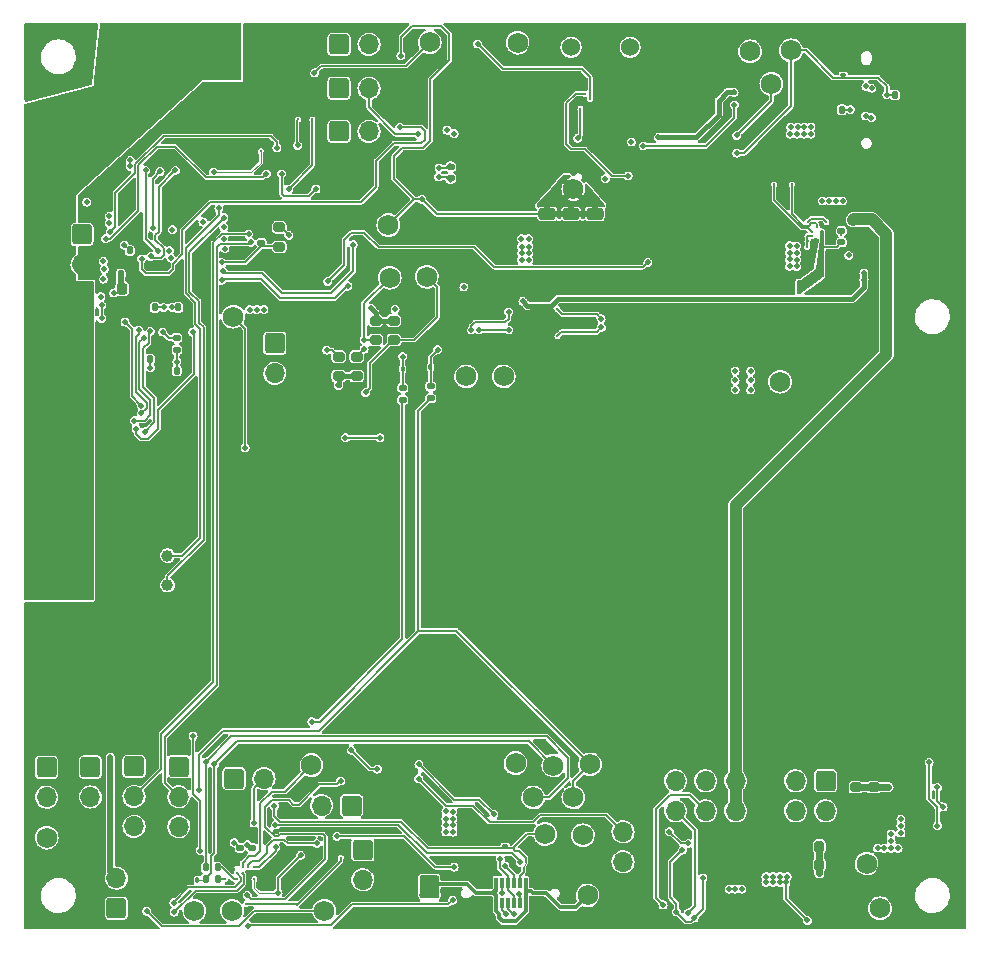
<source format=gbr>
%TF.GenerationSoftware,KiCad,Pcbnew,6.0.9-8da3e8f707~116~ubuntu20.04.1*%
%TF.CreationDate,2022-12-01T12:52:42+09:00*%
%TF.ProjectId,robot,726f626f-742e-46b6-9963-61645f706362,rev?*%
%TF.SameCoordinates,Original*%
%TF.FileFunction,Copper,L4,Bot*%
%TF.FilePolarity,Positive*%
%FSLAX46Y46*%
G04 Gerber Fmt 4.6, Leading zero omitted, Abs format (unit mm)*
G04 Created by KiCad (PCBNEW 6.0.9-8da3e8f707~116~ubuntu20.04.1) date 2022-12-01 12:52:42*
%MOMM*%
%LPD*%
G01*
G04 APERTURE LIST*
G04 Aperture macros list*
%AMRoundRect*
0 Rectangle with rounded corners*
0 $1 Rounding radius*
0 $2 $3 $4 $5 $6 $7 $8 $9 X,Y pos of 4 corners*
0 Add a 4 corners polygon primitive as box body*
4,1,4,$2,$3,$4,$5,$6,$7,$8,$9,$2,$3,0*
0 Add four circle primitives for the rounded corners*
1,1,$1+$1,$2,$3*
1,1,$1+$1,$4,$5*
1,1,$1+$1,$6,$7*
1,1,$1+$1,$8,$9*
0 Add four rect primitives between the rounded corners*
20,1,$1+$1,$2,$3,$4,$5,0*
20,1,$1+$1,$4,$5,$6,$7,0*
20,1,$1+$1,$6,$7,$8,$9,0*
20,1,$1+$1,$8,$9,$2,$3,0*%
G04 Aperture macros list end*
%TA.AperFunction,ComponentPad*%
%ADD10O,1.400000X0.800000*%
%TD*%
%TA.AperFunction,ComponentPad*%
%ADD11RoundRect,0.255000X-0.595000X-0.595000X0.595000X-0.595000X0.595000X0.595000X-0.595000X0.595000X0*%
%TD*%
%TA.AperFunction,ComponentPad*%
%ADD12O,1.700000X1.700000*%
%TD*%
%TA.AperFunction,ComponentPad*%
%ADD13C,1.755000*%
%TD*%
%TA.AperFunction,ComponentPad*%
%ADD14C,1.524000*%
%TD*%
%TA.AperFunction,ComponentPad*%
%ADD15C,0.508000*%
%TD*%
%TA.AperFunction,ComponentPad*%
%ADD16RoundRect,0.255000X0.595000X-0.595000X0.595000X0.595000X-0.595000X0.595000X-0.595000X-0.595000X0*%
%TD*%
%TA.AperFunction,ComponentPad*%
%ADD17C,0.400000*%
%TD*%
%TA.AperFunction,ComponentPad*%
%ADD18O,2.500000X3.600000*%
%TD*%
%TA.AperFunction,ComponentPad*%
%ADD19RoundRect,0.255000X-0.595000X0.595000X-0.595000X-0.595000X0.595000X-0.595000X0.595000X0.595000X0*%
%TD*%
%TA.AperFunction,ComponentPad*%
%ADD20RoundRect,0.255000X0.595000X0.595000X-0.595000X0.595000X-0.595000X-0.595000X0.595000X-0.595000X0*%
%TD*%
%TA.AperFunction,ComponentPad*%
%ADD21C,0.600000*%
%TD*%
%TA.AperFunction,ComponentPad*%
%ADD22C,1.000000*%
%TD*%
%TA.AperFunction,SMDPad,CuDef*%
%ADD23RoundRect,0.050000X0.200000X-0.100000X0.200000X0.100000X-0.200000X0.100000X-0.200000X-0.100000X0*%
%TD*%
%TA.AperFunction,SMDPad,CuDef*%
%ADD24RoundRect,0.140000X0.140000X0.170000X-0.140000X0.170000X-0.140000X-0.170000X0.140000X-0.170000X0*%
%TD*%
%TA.AperFunction,SMDPad,CuDef*%
%ADD25RoundRect,0.200000X-0.200000X-0.275000X0.200000X-0.275000X0.200000X0.275000X-0.200000X0.275000X0*%
%TD*%
%TA.AperFunction,SMDPad,CuDef*%
%ADD26RoundRect,0.135000X-0.135000X-0.185000X0.135000X-0.185000X0.135000X0.185000X-0.135000X0.185000X0*%
%TD*%
%TA.AperFunction,SMDPad,CuDef*%
%ADD27RoundRect,0.135000X-0.185000X0.135000X-0.185000X-0.135000X0.185000X-0.135000X0.185000X0.135000X0*%
%TD*%
%TA.AperFunction,SMDPad,CuDef*%
%ADD28RoundRect,0.140000X-0.140000X-0.170000X0.140000X-0.170000X0.140000X0.170000X-0.140000X0.170000X0*%
%TD*%
%TA.AperFunction,SMDPad,CuDef*%
%ADD29RoundRect,0.050000X0.100000X0.200000X-0.100000X0.200000X-0.100000X-0.200000X0.100000X-0.200000X0*%
%TD*%
%TA.AperFunction,SMDPad,CuDef*%
%ADD30RoundRect,0.225000X-0.225000X-0.250000X0.225000X-0.250000X0.225000X0.250000X-0.225000X0.250000X0*%
%TD*%
%TA.AperFunction,SMDPad,CuDef*%
%ADD31RoundRect,0.250000X-0.475000X0.250000X-0.475000X-0.250000X0.475000X-0.250000X0.475000X0.250000X0*%
%TD*%
%TA.AperFunction,SMDPad,CuDef*%
%ADD32RoundRect,0.135000X0.185000X-0.135000X0.185000X0.135000X-0.185000X0.135000X-0.185000X-0.135000X0*%
%TD*%
%TA.AperFunction,SMDPad,CuDef*%
%ADD33RoundRect,0.200000X-0.275000X0.200000X-0.275000X-0.200000X0.275000X-0.200000X0.275000X0.200000X0*%
%TD*%
%TA.AperFunction,SMDPad,CuDef*%
%ADD34RoundRect,0.200000X0.275000X-0.200000X0.275000X0.200000X-0.275000X0.200000X-0.275000X-0.200000X0*%
%TD*%
%TA.AperFunction,SMDPad,CuDef*%
%ADD35R,0.300000X0.870000*%
%TD*%
%TA.AperFunction,ComponentPad*%
%ADD36O,2.200000X1.100000*%
%TD*%
%TA.AperFunction,SMDPad,CuDef*%
%ADD37RoundRect,0.140000X0.170000X-0.140000X0.170000X0.140000X-0.170000X0.140000X-0.170000X-0.140000X0*%
%TD*%
%TA.AperFunction,SMDPad,CuDef*%
%ADD38RoundRect,0.140000X-0.170000X0.140000X-0.170000X-0.140000X0.170000X-0.140000X0.170000X0.140000X0*%
%TD*%
%TA.AperFunction,ViaPad*%
%ADD39C,0.500000*%
%TD*%
%TA.AperFunction,ViaPad*%
%ADD40C,0.252400*%
%TD*%
%TA.AperFunction,Conductor*%
%ADD41C,0.127000*%
%TD*%
%TA.AperFunction,Conductor*%
%ADD42C,0.152400*%
%TD*%
%TA.AperFunction,Conductor*%
%ADD43C,0.200000*%
%TD*%
%TA.AperFunction,Conductor*%
%ADD44C,0.400000*%
%TD*%
%TA.AperFunction,Conductor*%
%ADD45C,0.500000*%
%TD*%
%TA.AperFunction,Conductor*%
%ADD46C,0.152000*%
%TD*%
%TA.AperFunction,Conductor*%
%ADD47C,0.100000*%
%TD*%
%TA.AperFunction,Conductor*%
%ADD48C,1.000000*%
%TD*%
%TA.AperFunction,Conductor*%
%ADD49C,0.300000*%
%TD*%
%TA.AperFunction,Conductor*%
%ADD50C,0.600000*%
%TD*%
G04 APERTURE END LIST*
D10*
%TO.P,J1,25,SHLD*%
%TO.N,GND*%
X138601684Y-85220962D03*
X132651686Y-93840962D03*
X132651686Y-85580962D03*
X138601684Y-94200962D03*
%TD*%
D11*
%TO.P,JP11,1,A*%
%TO.N,/USB-PD-PhonePC/DN_EXT*%
X69400000Y-146075000D03*
D12*
%TO.P,JP11,2,C*%
%TO.N,/MCU/D-*%
X69400000Y-148615000D03*
%TO.P,JP11,3,B*%
%TO.N,/USB-PD-PhonePC/DN_Switched*%
X69400000Y-151155000D03*
%TD*%
D13*
%TO.P,TP11,1,1*%
%TO.N,Net-(C20-Pad1)*%
X121561593Y-85531469D03*
%TD*%
%TO.P,TP23,1,1*%
%TO.N,/Charger/V_IN*%
X101873993Y-84789931D03*
%TD*%
%TO.P,TP9,1,1*%
%TO.N,/USB-PD-ExtChg/CC1*%
X123365678Y-88289931D03*
%TD*%
D11*
%TO.P,TP35,1,Pin_1*%
%TO.N,/MCU/~{USB_BOOT}*%
X65000000Y-101025000D03*
D12*
%TO.P,TP35,2,Pin_2*%
%TO.N,GND*%
X65000000Y-103565000D03*
%TD*%
D13*
%TO.P,TP32,1,1*%
%TO.N,Net-(R20-Pad2)*%
X100695685Y-113055962D03*
%TD*%
%TO.P,TP5,1,1*%
%TO.N,/SDA_EXT*%
X91040000Y-104690000D03*
%TD*%
D14*
%TO.P,U1,1,Vchar_IN*%
%TO.N,/PowerMux/VIN_B*%
X106400000Y-85200000D03*
%TO.P,U1,2,GND*%
%TO.N,GND*%
X108900000Y-85200000D03*
%TO.P,U1,3,WC_EN*%
%TO.N,/GPIO9*%
X111400000Y-85200000D03*
%TD*%
D13*
%TO.P,TP19,1,1*%
%TO.N,/SCL_SL*%
X84423993Y-145969931D03*
%TD*%
%TO.P,TP3,1,1*%
%TO.N,/I2C0_SDA*%
X132550000Y-158090000D03*
%TD*%
%TO.P,TP15,1,1*%
%TO.N,Net-(C46-Pad1)*%
X104200000Y-151800000D03*
%TD*%
%TO.P,TP22,1,1*%
%TO.N,/USB-PD-PhonePC/VIO1_*%
X62000000Y-152100000D03*
%TD*%
D15*
%TO.P,Q5,PAD,GND*%
%TO.N,GND*%
X82838494Y-104110931D03*
X83625894Y-104110931D03*
X83625894Y-103323531D03*
X82838494Y-103323531D03*
%TD*%
D13*
%TO.P,TP25,1,1*%
%TO.N,/SYS*%
X106600000Y-97200000D03*
%TD*%
D16*
%TO.P,JP8,1,A*%
%TO.N,/3V3*%
X86757592Y-88654331D03*
D12*
%TO.P,JP8,2,B*%
%TO.N,Net-(JP8-Pad2)*%
X89297592Y-88654331D03*
%TD*%
D13*
%TO.P,TP10,1,1*%
%TO.N,/USB-PD-ExtChg/CC2*%
X125023993Y-85439931D03*
%TD*%
D16*
%TO.P,JP9,1,A*%
%TO.N,/3V3*%
X86757592Y-92311931D03*
D12*
%TO.P,JP9,2,B*%
%TO.N,Net-(JP9-Pad2)*%
X89297592Y-92311931D03*
%TD*%
D13*
%TO.P,TP2,1,1*%
%TO.N,/SCL_SL*%
X101700000Y-145800000D03*
%TD*%
D11*
%TO.P,JP6,1,A*%
%TO.N,/USB-PD-PhonePC/VIO1_*%
X61996629Y-146135672D03*
D12*
%TO.P,JP6,2,B*%
%TO.N,/USB-PD-PhonePC/VIO1*%
X61996629Y-148675672D03*
%TD*%
D13*
%TO.P,TP21,1,1*%
%TO.N,/USB-PD-PhonePC/VIO2_*%
X85500000Y-158300000D03*
%TD*%
D17*
%TO.P,U25,7,GND*%
%TO.N,GND*%
X127950000Y-93250000D03*
X129050000Y-93250000D03*
%TD*%
D13*
%TO.P,TP14,1,1*%
%TO.N,/USB-PD-PhonePC/DP_EXT*%
X103200000Y-148700000D03*
%TD*%
D18*
%TO.P,BT1,1,+*%
%TO.N,Net-(BT1-Pad1)*%
X62899085Y-129468462D03*
%TO.P,BT1,2,-*%
%TO.N,GND*%
X137149085Y-129468462D03*
%TD*%
D13*
%TO.P,TP16,1,1*%
%TO.N,/USB-PD-PhonePC/DN_Switched*%
X74500000Y-158300000D03*
%TD*%
D11*
%TO.P,JP12,1,A*%
%TO.N,/USB-PD-PhonePC/DP_EXT*%
X73200000Y-146100000D03*
D12*
%TO.P,JP12,2,C*%
%TO.N,/MCU/D+*%
X73200000Y-148640000D03*
%TO.P,JP12,3,B*%
%TO.N,/USB-PD-PhonePC/DP2_Switched*%
X73200000Y-151180000D03*
%TD*%
D13*
%TO.P,TP29,1,1*%
%TO.N,Net-(C45-Pad1)*%
X107400000Y-151900000D03*
%TD*%
%TO.P,TP24,1,1*%
%TO.N,/Charger/BATT*%
X94430000Y-84760000D03*
%TD*%
%TO.P,TP26,1,1*%
%TO.N,GND*%
X110674593Y-100300000D03*
%TD*%
D19*
%TO.P,JP4,1,A*%
%TO.N,Net-(C97-Pad1)*%
X87830000Y-149390000D03*
D12*
%TO.P,JP4,2,B*%
%TO.N,Net-(C50-Pad1)*%
X85290000Y-149390000D03*
%TD*%
D13*
%TO.P,TP17,1,1*%
%TO.N,/USB-PD-PhonePC/DP2_Switched*%
X77700000Y-158309931D03*
%TD*%
D11*
%TO.P,JP1,1,A*%
%TO.N,/3V3*%
X65700000Y-146125000D03*
D12*
%TO.P,JP1,2,B*%
%TO.N,/USB-PD-PhonePC/VIO1*%
X65700000Y-148665000D03*
%TD*%
D13*
%TO.P,TP34,1,1*%
%TO.N,/VBoost*%
X124100000Y-113500000D03*
%TD*%
%TO.P,TP13,1,1*%
%TO.N,/USB-PD-PhonePC/DN_EXT*%
X104900000Y-146000000D03*
%TD*%
D15*
%TO.P,Q6,PAD,GND*%
%TO.N,GND*%
X115431793Y-156144131D03*
X116219193Y-155356731D03*
X115431793Y-155356731D03*
X116219193Y-156144131D03*
%TD*%
D20*
%TO.P,JP5,1,A*%
%TO.N,/USB-PD-PhonePC/VIO2_*%
X67900000Y-158075000D03*
D12*
%TO.P,JP5,2,B*%
%TO.N,/3V3*%
X67900000Y-155535000D03*
%TD*%
D13*
%TO.P,TP1,1,1*%
%TO.N,/SDA_SL*%
X108000000Y-145900000D03*
%TD*%
%TO.P,TP4,1,1*%
%TO.N,/I2C0_SCL*%
X131420000Y-154300000D03*
%TD*%
D19*
%TO.P,J3,1*%
%TO.N,/MOTORS/OUT_P1*%
X127953993Y-147299931D03*
D12*
%TO.P,J3,2*%
%TO.N,/MOTORS/OUT_N2*%
X127953993Y-149839931D03*
%TO.P,J3,3*%
%TO.N,/MOTORS/OUT_N1*%
X125413993Y-147299931D03*
%TO.P,J3,4*%
%TO.N,/MOTORS/OUT_P2*%
X125413993Y-149839931D03*
%TO.P,J3,5*%
%TO.N,GND*%
X122873993Y-147299931D03*
%TO.P,J3,6*%
X122873993Y-149839931D03*
%TO.P,J3,7*%
%TO.N,/5V*%
X120333993Y-147299931D03*
%TO.P,J3,8*%
X120333993Y-149839931D03*
%TO.P,J3,9*%
%TO.N,/MOTORS/ENC_11*%
X117793993Y-147299931D03*
%TO.P,J3,10*%
%TO.N,/MOTORS/ENC_21*%
X117793993Y-149839931D03*
%TO.P,J3,11*%
%TO.N,/MOTORS/ENC_12*%
X115253993Y-147299931D03*
%TO.P,J3,12*%
%TO.N,/MOTORS/ENC_22*%
X115253993Y-149839931D03*
%TD*%
D16*
%TO.P,JP2,1,A*%
%TO.N,/SYS*%
X77863993Y-147099931D03*
D12*
%TO.P,JP2,2,B*%
%TO.N,Net-(C47-Pad1)*%
X80403993Y-147099931D03*
%TD*%
D13*
%TO.P,TP36,1,1*%
%TO.N,/SYS*%
X90930000Y-100240000D03*
%TD*%
%TO.P,TP20,1,1*%
%TO.N,/GPIO7*%
X77800000Y-108000000D03*
%TD*%
%TO.P,TP18,1,1*%
%TO.N,/SDA_SL*%
X106600000Y-148700000D03*
%TD*%
D11*
%TO.P,JP10,1,A*%
%TO.N,GND*%
X110800000Y-149075000D03*
D12*
%TO.P,JP10,2,C*%
%TO.N,Net-(JP10-Pad2)*%
X110800000Y-151615000D03*
%TO.P,JP10,3,B*%
%TO.N,/3V3*%
X110800000Y-154155000D03*
%TD*%
D17*
%TO.P,U24,7,GND*%
%TO.N,GND*%
X93850000Y-158500000D03*
X94950000Y-158500000D03*
%TD*%
D21*
%TO.P,U3,57,GND*%
%TO.N,GND*%
X70730193Y-104983431D03*
X73280193Y-106258431D03*
X72005193Y-104983431D03*
X73280193Y-103708431D03*
X70730193Y-103708431D03*
X73280193Y-104983431D03*
X72005193Y-103708431D03*
X70730193Y-106258431D03*
X72005193Y-106258431D03*
%TD*%
D22*
%TO.P,TH1,1*%
%TO.N,Net-(C55-Pad1)*%
X72219085Y-128218462D03*
%TO.P,TH1,2*%
%TO.N,Net-(C56-Pad2)*%
X72219085Y-130718462D03*
%TD*%
D13*
%TO.P,TP30,1,1*%
%TO.N,Net-(C97-Pad1)*%
X107800000Y-157000000D03*
%TD*%
%TO.P,TP31,1,1*%
%TO.N,Net-(R21-Pad2)*%
X97520685Y-113055962D03*
%TD*%
%TO.P,TP33,1,1*%
%TO.N,GND*%
X119201593Y-102827431D03*
%TD*%
D11*
%TO.P,TP27,1,1*%
%TO.N,/MCU/SWD*%
X81326793Y-110243931D03*
D12*
%TO.P,TP27,2,2*%
%TO.N,/MCU/SWCLK*%
X81326793Y-112783931D03*
%TD*%
D11*
%TO.P,JP3,1,A*%
%TO.N,/SYS*%
X88773993Y-153140000D03*
D12*
%TO.P,JP3,2,B*%
%TO.N,Net-(C48-Pad1)*%
X88773993Y-155680000D03*
%TD*%
D16*
%TO.P,JP7,1,A*%
%TO.N,/3V3*%
X86757592Y-84945931D03*
D12*
%TO.P,JP7,2,B*%
%TO.N,Net-(C71-Pad1)*%
X89297592Y-84945931D03*
%TD*%
D13*
%TO.P,TP6,1,1*%
%TO.N,/SCL_EXT*%
X94190000Y-104620000D03*
%TD*%
D23*
%TO.P,U23,1,I/O*%
%TO.N,Net-(C46-Pad1)*%
X100825000Y-152825000D03*
%TO.P,U23,2,GND*%
%TO.N,GND*%
X100825000Y-152125000D03*
%TD*%
D24*
%TO.P,C18,1*%
%TO.N,/USB-PD-ExtChg/CC1*%
X129321685Y-90460962D03*
%TO.P,C18,2*%
%TO.N,GND*%
X128361685Y-90460962D03*
%TD*%
D25*
%TO.P,R30,1*%
%TO.N,Net-(R27-Pad1)*%
X127420793Y-152856931D03*
%TO.P,R30,2*%
%TO.N,GND*%
X129070793Y-152856931D03*
%TD*%
D24*
%TO.P,C14,1*%
%TO.N,/3V3*%
X71180000Y-107210962D03*
%TO.P,C14,2*%
%TO.N,GND*%
X70220000Y-107210962D03*
%TD*%
D26*
%TO.P,R33,1*%
%TO.N,/USB-PD-PhonePC/DP_EXT*%
X75454200Y-154620000D03*
%TO.P,R33,2*%
%TO.N,Net-(R33-Pad2)*%
X76474200Y-154620000D03*
%TD*%
D27*
%TO.P,R5,1*%
%TO.N,/MCU/XOUT*%
X73023993Y-109789931D03*
%TO.P,R5,2*%
%TO.N,Net-(C3-Pad1)*%
X73023993Y-110809931D03*
%TD*%
D28*
%TO.P,C2,1*%
%TO.N,/MCU/XIN*%
X70771885Y-111580962D03*
%TO.P,C2,2*%
%TO.N,GND*%
X71731885Y-111580962D03*
%TD*%
D29*
%TO.P,U7,1,I/O*%
%TO.N,Net-(R6-Pad2)*%
X94500000Y-112275000D03*
%TO.P,U7,2,GND*%
%TO.N,GND*%
X93800000Y-112275000D03*
%TD*%
D23*
%TO.P,U27,1,I/O*%
%TO.N,/USB-PD-ExtChg/CC2*%
X129450000Y-87525000D03*
%TO.P,U27,2,GND*%
%TO.N,GND*%
X129450000Y-86825000D03*
%TD*%
D30*
%TO.P,C17,1*%
%TO.N,/3V3*%
X68398993Y-105639931D03*
%TO.P,C17,2*%
%TO.N,GND*%
X69948993Y-105639931D03*
%TD*%
D31*
%TO.P,C83,1*%
%TO.N,/SYS*%
X108400000Y-99300000D03*
%TO.P,C83,2*%
%TO.N,GND*%
X108400000Y-101200000D03*
%TD*%
D32*
%TO.P,R7,1*%
%TO.N,/SCL_SL*%
X92150000Y-115035000D03*
%TO.P,R7,2*%
%TO.N,Net-(R7-Pad2)*%
X92150000Y-114015000D03*
%TD*%
D33*
%TO.P,R10,1*%
%TO.N,/3V3*%
X89850000Y-108322000D03*
%TO.P,R10,2*%
%TO.N,/SDA_EXT*%
X89850000Y-109972000D03*
%TD*%
D29*
%TO.P,U10,1,I/O*%
%TO.N,Net-(R7-Pad2)*%
X92150000Y-112400000D03*
%TO.P,U10,2,GND*%
%TO.N,GND*%
X91450000Y-112400000D03*
%TD*%
D28*
%TO.P,C15,1*%
%TO.N,/3V3*%
X69043993Y-102392631D03*
%TO.P,C15,2*%
%TO.N,GND*%
X70003993Y-102392631D03*
%TD*%
D34*
%TO.P,R23,1*%
%TO.N,/MCU/GPIO28_ADC2*%
X81711593Y-102082431D03*
%TO.P,R23,2*%
%TO.N,Net-(Q5-Pad8)*%
X81711593Y-100432431D03*
%TD*%
D28*
%TO.P,C19,1*%
%TO.N,/USB-PD-ExtChg/CC2*%
X133861685Y-89210962D03*
%TO.P,C19,2*%
%TO.N,GND*%
X134821685Y-89210962D03*
%TD*%
D26*
%TO.P,R32,1*%
%TO.N,/USB-PD-PhonePC/DN_EXT*%
X75454200Y-155636000D03*
%TO.P,R32,2*%
%TO.N,Net-(R32-Pad2)*%
X76474200Y-155636000D03*
%TD*%
D35*
%TO.P,J4,A1,GND*%
%TO.N,GND*%
X104050000Y-155935000D03*
%TO.P,J4,A4,VBUS*%
%TO.N,Net-(C97-Pad1)*%
X102550000Y-155935000D03*
%TO.P,J4,A5,CC1*%
%TO.N,Net-(C46-Pad1)*%
X102050000Y-155935000D03*
%TO.P,J4,A6,Dp1*%
%TO.N,/USB-PD-PhonePC/DP_EXT*%
X101550000Y-155935000D03*
%TO.P,J4,A7,Dn1*%
%TO.N,/USB-PD-PhonePC/DN_EXT*%
X101050000Y-155935000D03*
%TO.P,J4,A8,SBU1*%
%TO.N,Net-(J4-PadA8)*%
X100550000Y-155935000D03*
%TO.P,J4,A9,VBUS*%
%TO.N,Net-(C97-Pad1)*%
X100050000Y-155935000D03*
%TO.P,J4,A12,GND*%
%TO.N,GND*%
X98550000Y-155935000D03*
%TO.P,J4,B1,GND*%
X98550000Y-157665000D03*
%TO.P,J4,B4,VBUS*%
%TO.N,Net-(C97-Pad1)*%
X100050000Y-157665000D03*
%TO.P,J4,B5,CC2*%
%TO.N,Net-(C45-Pad1)*%
X100550000Y-157665000D03*
%TO.P,J4,B6,Dp2*%
%TO.N,/USB-PD-PhonePC/DP_EXT*%
X101050000Y-157665000D03*
%TO.P,J4,B7,Dn2*%
%TO.N,/USB-PD-PhonePC/DN_EXT*%
X101550000Y-157665000D03*
%TO.P,J4,B8,SBU2*%
%TO.N,Net-(J4-PadB8)*%
X102050000Y-157665000D03*
%TO.P,J4,B9,VBUS*%
%TO.N,Net-(C97-Pad1)*%
X102550000Y-157665000D03*
%TO.P,J4,B12,GND*%
%TO.N,GND*%
X104050000Y-157665000D03*
D36*
%TO.P,J4,SHELL,SHELL*%
X98900000Y-158950000D03*
X98900000Y-154650000D03*
X103700000Y-158950000D03*
X103700000Y-154650000D03*
%TD*%
D37*
%TO.P,C84,1*%
%TO.N,Net-(C84-Pad1)*%
X129300000Y-101700000D03*
%TO.P,C84,2*%
%TO.N,Net-(C84-Pad2)*%
X129300000Y-100740000D03*
%TD*%
%TO.P,C37,1*%
%TO.N,/MCU/GPIO28_ADC2*%
X80191593Y-101737431D03*
%TO.P,C37,2*%
%TO.N,GND*%
X80191593Y-100777431D03*
%TD*%
D34*
%TO.P,R14,1*%
%TO.N,/3V3*%
X88244006Y-113020000D03*
%TO.P,R14,2*%
%TO.N,/I2C0_SDA*%
X88244006Y-111370000D03*
%TD*%
%TO.P,R26,1*%
%TO.N,Net-(R26-Pad1)*%
X130499993Y-147839931D03*
%TO.P,R26,2*%
%TO.N,GND*%
X130499993Y-146189931D03*
%TD*%
D37*
%TO.P,C45,1*%
%TO.N,Net-(C45-Pad1)*%
X79367800Y-152966400D03*
%TO.P,C45,2*%
%TO.N,GND*%
X79367800Y-152006400D03*
%TD*%
D28*
%TO.P,C11,1*%
%TO.N,/3V3*%
X68272565Y-104369931D03*
%TO.P,C11,2*%
%TO.N,GND*%
X69232565Y-104369931D03*
%TD*%
D25*
%TO.P,R27,1*%
%TO.N,Net-(R27-Pad1)*%
X127420793Y-154380931D03*
%TO.P,R27,2*%
%TO.N,GND*%
X129070793Y-154380931D03*
%TD*%
D38*
%TO.P,C73,1*%
%TO.N,Net-(C73-Pad1)*%
X96200000Y-95320000D03*
%TO.P,C73,2*%
%TO.N,Net-(C73-Pad2)*%
X96200000Y-96280000D03*
%TD*%
D34*
%TO.P,R29,1*%
%TO.N,Net-(R26-Pad1)*%
X132023993Y-147839931D03*
%TO.P,R29,2*%
%TO.N,GND*%
X132023993Y-146189931D03*
%TD*%
D37*
%TO.P,C46,1*%
%TO.N,Net-(C46-Pad1)*%
X78351800Y-152966400D03*
%TO.P,C46,2*%
%TO.N,GND*%
X78351800Y-152006400D03*
%TD*%
D34*
%TO.P,R15,1*%
%TO.N,/3V3*%
X86720006Y-113020000D03*
%TO.P,R15,2*%
%TO.N,/I2C0_SCL*%
X86720006Y-111370000D03*
%TD*%
D24*
%TO.P,C3,1*%
%TO.N,Net-(C3-Pad1)*%
X73021885Y-112560962D03*
%TO.P,C3,2*%
%TO.N,GND*%
X72061885Y-112560962D03*
%TD*%
D32*
%TO.P,R6,1*%
%TO.N,/SDA_SL*%
X94513999Y-114910000D03*
%TO.P,R6,2*%
%TO.N,Net-(R6-Pad2)*%
X94513999Y-113890000D03*
%TD*%
D31*
%TO.P,C81,1*%
%TO.N,/SYS*%
X104400000Y-99300000D03*
%TO.P,C81,2*%
%TO.N,GND*%
X104400000Y-101200000D03*
%TD*%
D33*
%TO.P,R11,1*%
%TO.N,/3V3*%
X91400000Y-108325000D03*
%TO.P,R11,2*%
%TO.N,/SCL_EXT*%
X91400000Y-109975000D03*
%TD*%
D31*
%TO.P,C82,1*%
%TO.N,/SYS*%
X106400000Y-99300000D03*
%TO.P,C82,2*%
%TO.N,GND*%
X106400000Y-101200000D03*
%TD*%
D28*
%TO.P,C7,1*%
%TO.N,Net-(C6-Pad1)*%
X73120000Y-107210962D03*
%TO.P,C7,2*%
%TO.N,GND*%
X74080000Y-107210962D03*
%TD*%
D29*
%TO.P,U15,1,I/O*%
%TO.N,/USB-PD-PhonePC/DN_EXT*%
X74750000Y-155700000D03*
%TO.P,U15,2,GND*%
%TO.N,GND*%
X74050000Y-155700000D03*
%TD*%
D39*
%TO.N,GND*%
X110250000Y-89320000D03*
X118300000Y-142600000D03*
X104900000Y-110600000D03*
X82000000Y-114900000D03*
X108100000Y-115200000D03*
X116800000Y-89400000D03*
X65700000Y-151400000D03*
X107300000Y-102800000D03*
X134900000Y-148300000D03*
X84600000Y-108500000D03*
X132300000Y-95600000D03*
X99900000Y-120600000D03*
X126400000Y-137900000D03*
X104100000Y-110100000D03*
X103700000Y-109400000D03*
D40*
X79587011Y-155130287D03*
D39*
X92700000Y-101100000D03*
X108900000Y-86500000D03*
X80000000Y-105700000D03*
X65600000Y-137100000D03*
X123300000Y-151300000D03*
X133700000Y-136300000D03*
X89600000Y-102800000D03*
X129500000Y-151900000D03*
D40*
X108398986Y-89576243D03*
D39*
X104800000Y-92800000D03*
X78500000Y-145100000D03*
X125076873Y-94924093D03*
X83900000Y-159100000D03*
X94700000Y-137900000D03*
X134100000Y-91300000D03*
X130600000Y-132400000D03*
X95900000Y-98300000D03*
X135000000Y-120600000D03*
X89800000Y-140500000D03*
X122800000Y-142100000D03*
X134900000Y-147600000D03*
X60900000Y-153700000D03*
X93900000Y-94600000D03*
X134900000Y-113100000D03*
X114300000Y-155600000D03*
X100300000Y-88600000D03*
X130200000Y-127200000D03*
X95600000Y-102800000D03*
X83500000Y-123900000D03*
X126200000Y-156800000D03*
X78600000Y-130400000D03*
D40*
X128020738Y-100386141D03*
D39*
X107500000Y-83800000D03*
X84800000Y-114500000D03*
X108600000Y-88800000D03*
X126900000Y-157500000D03*
X128700000Y-99400000D03*
X71900000Y-123800000D03*
X124730000Y-153130000D03*
X126920793Y-156800000D03*
X84400000Y-138900000D03*
X93400000Y-147800000D03*
X126700000Y-84100000D03*
X77600000Y-94100000D03*
X121600000Y-99600000D03*
X136000000Y-86300000D03*
X93300000Y-102900000D03*
X87400000Y-127700000D03*
X123700000Y-139100000D03*
X119700000Y-101400000D03*
X134200000Y-102600000D03*
X134400000Y-145100000D03*
X122302093Y-95578605D03*
X77600000Y-95000000D03*
X61900000Y-134200000D03*
X60800000Y-88600000D03*
X98500000Y-117500000D03*
X120300000Y-155100000D03*
X118600000Y-158700000D03*
X110500000Y-126000000D03*
X94400000Y-95800000D03*
D40*
X126816803Y-101589087D03*
X107991537Y-89981216D03*
D39*
X64300000Y-84200000D03*
X122294962Y-94102416D03*
X65300000Y-154200000D03*
X87100000Y-156100000D03*
D40*
X108390053Y-90386045D03*
D39*
X117900000Y-116900000D03*
X122900000Y-83900000D03*
X92600000Y-147400000D03*
X93200000Y-88500000D03*
X69900000Y-128200000D03*
X125300000Y-151300000D03*
X129500000Y-99400000D03*
X133200000Y-142900000D03*
X103100000Y-94100000D03*
X124700000Y-127000000D03*
X81500000Y-135800000D03*
X124100000Y-93600000D03*
X103600000Y-85900000D03*
X137600000Y-122800000D03*
X106700000Y-115100000D03*
X135000000Y-125100000D03*
X121300000Y-102500000D03*
X134900000Y-149100000D03*
X78800000Y-121300000D03*
X99000000Y-103800000D03*
X131100000Y-110500000D03*
X131200000Y-108300000D03*
X60600000Y-159200000D03*
X134200000Y-103800000D03*
D40*
X107998961Y-90380625D03*
D39*
X123500000Y-94700000D03*
X111450000Y-104760000D03*
X79700000Y-84200000D03*
X84200000Y-100600000D03*
X70300000Y-121300000D03*
X122200000Y-135400000D03*
X129900000Y-149600000D03*
X110600000Y-129900000D03*
X98200000Y-125400000D03*
X72700000Y-133200000D03*
X99900000Y-102900000D03*
X71800000Y-110500000D03*
X83900000Y-113800000D03*
X114600000Y-101400000D03*
X121600000Y-100500000D03*
X75100000Y-129200000D03*
X118000000Y-89500000D03*
X74000000Y-149900000D03*
X93800000Y-95400000D03*
X85700000Y-100000000D03*
X121800000Y-154400000D03*
X131129330Y-94838033D03*
X76600000Y-97600000D03*
X133900000Y-87500000D03*
X95500000Y-89200000D03*
D40*
X79381959Y-94233407D03*
D39*
X71400000Y-113600000D03*
X77185621Y-98765203D03*
D40*
X106043577Y-108483667D03*
D39*
X110600000Y-116800000D03*
X122300000Y-96700000D03*
X93100000Y-140400000D03*
X132500000Y-83600000D03*
X122000000Y-158600000D03*
X136400000Y-103100000D03*
D40*
X91876243Y-146630214D03*
D39*
X105200000Y-88100000D03*
X138400000Y-101100000D03*
X137400000Y-91100000D03*
X89200000Y-93800000D03*
X122200000Y-152400000D03*
X88000000Y-159000000D03*
X112200000Y-102500000D03*
X135700000Y-148300000D03*
X107900000Y-85900000D03*
X128124337Y-94914584D03*
X114299500Y-153100000D03*
X135600000Y-92500000D03*
X104100000Y-125900000D03*
X96600000Y-84800000D03*
X116100000Y-101400000D03*
X134500000Y-139100000D03*
X90000000Y-158800000D03*
X100500000Y-92800000D03*
X135714033Y-147592424D03*
X101000000Y-128200000D03*
D40*
X106448925Y-108485152D03*
D39*
X129100000Y-100000000D03*
X69500000Y-156900000D03*
X104300000Y-85300000D03*
X95246986Y-98340335D03*
X100600000Y-147600000D03*
X89800000Y-126100000D03*
X95100000Y-94300000D03*
X101400000Y-94200000D03*
X85778432Y-103731113D03*
X114200000Y-154500000D03*
X101700000Y-92800000D03*
X112700000Y-138400000D03*
X66600000Y-110500000D03*
D40*
X79879188Y-93231015D03*
D39*
X135300000Y-150100000D03*
D40*
X104845135Y-108883075D03*
D39*
X96900000Y-136000000D03*
X104200000Y-118400000D03*
X117500000Y-88000000D03*
X116400000Y-138600000D03*
X105700000Y-132100000D03*
X138500000Y-117900000D03*
D40*
X79085152Y-155629176D03*
D39*
X113800000Y-102900000D03*
D40*
X105244543Y-108477728D03*
D39*
X138400000Y-112200000D03*
X129000000Y-118400000D03*
X69400000Y-141100000D03*
X120900000Y-101600000D03*
X125700000Y-140200000D03*
X123100000Y-144500000D03*
X134500000Y-85700000D03*
X126200000Y-157500000D03*
X133100000Y-98900000D03*
X65500000Y-158900000D03*
X126626753Y-94947864D03*
X83100000Y-100000000D03*
X138300000Y-86100000D03*
X65400000Y-141700000D03*
X109900000Y-102500000D03*
X69500000Y-154900000D03*
X136200000Y-98600000D03*
X118300000Y-120200000D03*
X87700000Y-123300000D03*
X127100000Y-144600000D03*
D40*
X105648685Y-108483962D03*
D39*
X78800000Y-139500000D03*
X83200000Y-84100000D03*
X104700000Y-94100000D03*
X69400000Y-133200000D03*
X94400000Y-95000000D03*
X93800000Y-96200000D03*
X120500000Y-158200000D03*
X121200000Y-103400000D03*
X134700000Y-116700000D03*
X71500000Y-137300000D03*
X127700000Y-156800000D03*
X68400000Y-109100000D03*
X99500000Y-92800000D03*
X137300000Y-142300000D03*
X133400000Y-99700000D03*
X105300000Y-104300000D03*
X124710000Y-152150000D03*
D40*
X107595098Y-90388049D03*
D39*
X89300000Y-98800000D03*
X109200000Y-114400000D03*
X96900000Y-83700000D03*
X103500000Y-110000000D03*
X129645692Y-94947864D03*
X98500000Y-88600000D03*
X113300000Y-104400000D03*
X104600000Y-115200000D03*
X93900000Y-136300000D03*
X135300000Y-146700000D03*
X129525000Y-88825000D03*
X107000000Y-129100000D03*
X134100000Y-96400000D03*
X131200000Y-106700000D03*
X127700000Y-157500000D03*
X117700000Y-130100000D03*
X133600000Y-92600000D03*
X83000000Y-148500000D03*
X127300000Y-129500000D03*
X137600000Y-96300000D03*
X111600000Y-86800000D03*
X81600000Y-144500000D03*
X103100000Y-92800000D03*
X135700000Y-149100000D03*
X113100000Y-83900000D03*
X60600000Y-83800000D03*
X87100000Y-155200000D03*
X68200000Y-110500000D03*
X105200000Y-103000000D03*
X66600000Y-109000000D03*
X65800000Y-83500000D03*
X110300000Y-84000000D03*
X119600000Y-153400000D03*
D40*
X126185943Y-100833807D03*
X107590644Y-89982701D03*
X106843880Y-108477728D03*
D39*
X89800000Y-147100000D03*
D40*
X104446475Y-108885152D03*
D39*
X117600000Y-101400000D03*
X83600000Y-129900000D03*
X103100000Y-115300000D03*
D40*
X104848998Y-109282182D03*
X88865330Y-146299999D03*
D39*
X69500000Y-155800000D03*
X127400000Y-142100000D03*
X94900000Y-122300000D03*
X138300000Y-134200000D03*
X126480499Y-102909669D03*
X99400000Y-105400000D03*
X128600000Y-123400000D03*
X102100000Y-114400000D03*
X90100000Y-130600000D03*
X118800000Y-153900000D03*
X86900000Y-99400000D03*
X118200000Y-123200000D03*
X98400000Y-86100000D03*
D40*
X128019302Y-101583667D03*
X92283075Y-146631699D03*
D39*
X82800000Y-110700000D03*
X82700000Y-120300000D03*
D40*
X80089087Y-155625736D03*
D39*
X62000000Y-139100000D03*
X129800000Y-150800000D03*
X89000000Y-147100000D03*
X136700000Y-140300000D03*
D40*
X105250482Y-108890499D03*
D39*
X73300000Y-121200000D03*
X99400000Y-84200000D03*
X108300000Y-120900000D03*
X138100000Y-87800000D03*
X125300000Y-122600000D03*
X96800000Y-148000000D03*
X134600000Y-130400000D03*
X81100000Y-126300000D03*
X97360000Y-89710000D03*
X72700000Y-113500000D03*
X107500000Y-118100000D03*
X105800000Y-115300000D03*
X135300000Y-83800000D03*
X121000000Y-152400000D03*
X98000000Y-147800000D03*
X91900000Y-138100000D03*
D40*
X108388568Y-89985152D03*
D39*
X134200000Y-101100000D03*
X84900000Y-107400000D03*
%TO.N,/SYS*%
X95800000Y-151055000D03*
D40*
X126400000Y-102100000D03*
D39*
X102820000Y-102635000D03*
X125500000Y-102600000D03*
X102200000Y-101390000D03*
X102220000Y-102060000D03*
D40*
X128021593Y-99987431D03*
D39*
X92000000Y-85900000D03*
X96400000Y-151065000D03*
X95800000Y-149890000D03*
X125500000Y-102000000D03*
D40*
X126421593Y-99987431D03*
D39*
X124900000Y-101990000D03*
X102820000Y-103200000D03*
X102220000Y-102625000D03*
X125500000Y-103165000D03*
X125500000Y-103730000D03*
X95800000Y-150490000D03*
X124900000Y-103720000D03*
X93772992Y-98052331D03*
X124900000Y-103155000D03*
X96400000Y-149900000D03*
X95800000Y-151620000D03*
X96400000Y-150500000D03*
X96400000Y-151630000D03*
X102800000Y-101400000D03*
X99873993Y-150139931D03*
X124900000Y-102590000D03*
D40*
X126421593Y-101187431D03*
X126821593Y-101187431D03*
D39*
X102820000Y-102070000D03*
X93523993Y-145889931D03*
D40*
X126421593Y-101587431D03*
D39*
X102220000Y-103190000D03*
%TO.N,/MCU/XIN*%
X70771885Y-112320962D03*
%TO.N,Net-(C3-Pad1)*%
X73021885Y-111810962D03*
%TO.N,/3V3*%
X80400000Y-107400000D03*
X128835000Y-98200000D03*
X71900000Y-107200000D03*
X75239052Y-99971222D03*
X111500000Y-93200000D03*
X67400000Y-145900000D03*
X127670000Y-98200000D03*
X86700000Y-113800000D03*
X67673993Y-105989931D03*
X120855931Y-156455931D03*
X134330000Y-151700000D03*
X79800000Y-107400000D03*
X134330000Y-151100000D03*
X69081433Y-94760947D03*
X128270000Y-98200000D03*
X68573993Y-101939931D03*
X134330000Y-150540000D03*
X97322685Y-105477315D03*
X129400000Y-98200000D03*
X67400000Y-146500000D03*
X69081433Y-95277231D03*
X67400000Y-145300000D03*
X120324069Y-156455931D03*
X77100000Y-102229700D03*
X89500000Y-107300000D03*
X119804069Y-156455931D03*
X72640112Y-100640112D03*
X79200000Y-107400000D03*
%TO.N,Net-(C6-Pad1)*%
X72600000Y-107200000D03*
%TO.N,/1V8*%
X131200000Y-104300000D03*
X129900000Y-102800000D03*
X102690664Y-107054875D03*
X131204979Y-104871576D03*
X102317862Y-106682138D03*
%TO.N,Net-(C30-Pad1)*%
X108951685Y-108185962D03*
D40*
X105241685Y-107365962D03*
D39*
%TO.N,Net-(C31-Pad2)*%
X108961685Y-108900000D03*
D40*
X105251685Y-109635962D03*
D39*
%TO.N,/VBoost*%
X133500000Y-152400000D03*
X134100000Y-153000000D03*
X121600000Y-114200000D03*
X123500000Y-155900000D03*
X122900000Y-155900000D03*
X121600000Y-113400000D03*
X123500000Y-155400000D03*
X132353101Y-152985737D03*
X126420793Y-159100000D03*
X124100000Y-155900000D03*
X122900000Y-155400000D03*
X132890330Y-153000000D03*
X120300000Y-112590000D03*
X133500000Y-153000000D03*
X124700000Y-155400000D03*
X121600000Y-112600000D03*
X120300000Y-114190000D03*
X124100000Y-155400000D03*
X133500000Y-151800000D03*
X124600000Y-155900000D03*
X120300000Y-113390000D03*
%TO.N,/MCU/GPIO28_ADC2*%
X76814600Y-103400000D03*
%TO.N,/MCU/GPIO27_ADC1*%
X76900000Y-104100000D03*
X87956393Y-101890731D03*
%TO.N,/MCU/GPIO26_ADC0*%
X76814600Y-104900000D03*
X87500000Y-105400000D03*
%TO.N,Net-(C47-Pad1)*%
X79571000Y-150860800D03*
%TO.N,Net-(C52-Pad1)*%
X81400000Y-152900000D03*
D40*
X79588800Y-154629400D03*
D39*
%TO.N,Net-(C45-Pad1)*%
X79000000Y-152700000D03*
X81373993Y-151039931D03*
X100900000Y-158600000D03*
X102100000Y-154200000D03*
%TO.N,Net-(C46-Pad1)*%
X81289554Y-149432625D03*
X77875727Y-152530457D03*
%TO.N,Net-(C57-Pad1)*%
X76130000Y-95758641D03*
D40*
X80130171Y-93981025D03*
D39*
%TO.N,/Charger/BATT*%
X84680000Y-87360000D03*
%TO.N,Net-(C64-Pad1)*%
X81900000Y-95900000D03*
X84800000Y-97173969D03*
%TO.N,Net-(C73-Pad1)*%
X95231393Y-95399531D03*
%TO.N,Net-(C73-Pad2)*%
X95180593Y-96161531D03*
%TO.N,Net-(C84-Pad1)*%
X125926209Y-105183716D03*
D40*
X127621752Y-101189534D03*
D39*
X125933914Y-105692294D03*
D40*
%TO.N,Net-(C84-Pad2)*%
X129300000Y-101100000D03*
D39*
%TO.N,/5V*%
X130907705Y-99800000D03*
X130300000Y-99800000D03*
%TO.N,Net-(C97-Pad1)*%
X95000000Y-156969931D03*
X93800000Y-156969931D03*
X94403993Y-156969931D03*
%TO.N,/USB-PD-PhonePC/VIO2_*%
X70475000Y-158325000D03*
%TO.N,/MOTORS/ENC_21*%
X114200000Y-157800000D03*
%TO.N,/MOTORS/ENC_22*%
X116320793Y-158480931D03*
%TO.N,Net-(JP8-Pad2)*%
X93417392Y-92515131D03*
%TO.N,Net-(Q2-Pad2)*%
X83259193Y-93502431D03*
D40*
X83300000Y-91300000D03*
%TO.N,Net-(Q2-Pad5)*%
X84500000Y-91300000D03*
D39*
X82497193Y-97185431D03*
%TO.N,Net-(R3-Pad2)*%
X72400000Y-102400000D03*
X77000000Y-100400000D03*
%TO.N,Net-(R4-Pad2)*%
X72500000Y-103000000D03*
X77000000Y-101400000D03*
%TO.N,/MCU/XOUT*%
X71823993Y-109289931D03*
%TO.N,/SDA_SL*%
X74900000Y-148100000D03*
%TO.N,Net-(R6-Pad2)*%
X91500000Y-107380000D03*
X95100000Y-110800000D03*
D40*
%TO.N,/SCL_SL*%
X78588800Y-154629400D03*
D39*
X84460000Y-142290000D03*
%TO.N,Net-(R7-Pad2)*%
X92140000Y-111370000D03*
%TO.N,/SDA_EXT*%
X88875000Y-109975000D03*
%TO.N,/SCL_EXT*%
X89000000Y-114400000D03*
%TO.N,/I2C0_SDA*%
X88880000Y-110730000D03*
X137900000Y-149500000D03*
X137423993Y-147839931D03*
X67400000Y-100800000D03*
X81500000Y-93700000D03*
%TO.N,/I2C0_SCL*%
X80600000Y-95900000D03*
X85720000Y-110820000D03*
X67000000Y-101400000D03*
D40*
%TO.N,Net-(R16-Pad1)*%
X107194793Y-90382331D03*
D39*
X106966193Y-92884931D03*
%TO.N,/ADC0*%
X112900000Y-103400000D03*
X85800000Y-105000000D03*
%TO.N,/GPIO4*%
X109300000Y-96300000D03*
X66800000Y-104807247D03*
%TO.N,Net-(R20-Pad2)*%
X101124963Y-109119765D03*
X98622685Y-109118962D03*
%TO.N,Net-(R21-Pad2)*%
X97972685Y-109118962D03*
X101125364Y-107587049D03*
%TO.N,Net-(Q5-Pad8)*%
X82500000Y-101100000D03*
%TO.N,Net-(R26-Pad1)*%
X132773993Y-147839931D03*
X133273993Y-147839931D03*
%TO.N,Net-(R27-Pad1)*%
X127420793Y-154630931D03*
X127420793Y-155130931D03*
%TO.N,/GPIO10*%
X137423993Y-151089931D03*
X66673993Y-107039931D03*
X66673993Y-108139931D03*
X90223993Y-118239931D03*
X136723993Y-145739931D03*
X87298993Y-118239931D03*
D40*
%TO.N,/USB-PD-PhonePC/GPIO5*%
X86900000Y-153800000D03*
X78900000Y-157700000D03*
D39*
%TO.N,/USB-PD-PhonePC/DP_EXT*%
X101575423Y-158538033D03*
X75500000Y-145700000D03*
X100800000Y-154500000D03*
%TO.N,/I2C1_SDA*%
X95900000Y-92200000D03*
X67302147Y-100102147D03*
X72800000Y-158400000D03*
X66802147Y-103297853D03*
D40*
X78588800Y-155129400D03*
%TO.N,/I2C1_SCL*%
X78088800Y-155129400D03*
D39*
X72770600Y-157600000D03*
X96500000Y-92500000D03*
X67300000Y-99500000D03*
X66900000Y-103952147D03*
%TO.N,/GPIO7*%
X75000000Y-153200000D03*
X78800000Y-119100000D03*
X74400000Y-143500000D03*
%TO.N,Net-(JP10-Pad2)*%
X93500000Y-147100000D03*
%TO.N,/GPIO6*%
X70051100Y-103097968D03*
X91893392Y-91959330D03*
D40*
%TO.N,Net-(R52-Pad1)*%
X127221593Y-100387431D03*
X125100000Y-96800000D03*
%TO.N,Net-(R55-Pad1)*%
X126821593Y-100787431D03*
X123600000Y-96800000D03*
D39*
%TO.N,/GPIO9*%
X66600000Y-106300000D03*
%TO.N,/MCU/QSPI_SD0*%
X72900000Y-95600000D03*
X70800000Y-102900000D03*
%TO.N,/MCU/QSPI_SCLK*%
X70989193Y-100462231D03*
X71600000Y-95700000D03*
%TO.N,/MCU/QSPI_SD3*%
X71395593Y-102443431D03*
X70379593Y-95600000D03*
D40*
%TO.N,/GPIO5*%
X107994793Y-89582331D03*
D39*
X98500000Y-84900000D03*
X65400000Y-98300000D03*
%TO.N,/GPIO12*%
X70023993Y-115539931D03*
X114723993Y-151589931D03*
X116323993Y-152589931D03*
X68648993Y-108439931D03*
%TO.N,/GPIO13*%
X70023993Y-116189931D03*
X69798993Y-109114931D03*
%TO.N,/GPIO14*%
X70223993Y-109764931D03*
X69423993Y-116789931D03*
%TO.N,/GPIO15*%
X70773993Y-109239931D03*
X70323993Y-117739931D03*
%TO.N,/GPIO16*%
X116820793Y-158905931D03*
X117570793Y-155505931D03*
X115820793Y-153155931D03*
X69573993Y-117489931D03*
X115323993Y-158389931D03*
X74375500Y-109302147D03*
%TO.N,/PowerMux/FLAG*%
X111235693Y-96070131D03*
D40*
X107593262Y-89120435D03*
D39*
%TO.N,/USB-PD-PhonePC/DN_EXT*%
X100400000Y-153900000D03*
X76200000Y-145900000D03*
%TO.N,/USB-PD-PhonePC/GPIO4*%
X86900000Y-147300000D03*
X79000000Y-157000000D03*
%TO.N,Net-(Q3-Pad3)*%
X120200000Y-89000000D03*
X113800000Y-92800000D03*
%TO.N,Net-(J4-PadA8)*%
X100547407Y-156764356D03*
X79058141Y-159550311D03*
X96373993Y-157389931D03*
%TO.N,/MCU/D-*%
X79100500Y-101000000D03*
%TO.N,Net-(J4-PadB8)*%
X96500000Y-154600000D03*
X102021032Y-156843271D03*
X86573993Y-151989931D03*
%TO.N,/MCU/D+*%
X79300000Y-101700000D03*
%TO.N,/USB-PD-PhonePC/GPIO3*%
X83505000Y-153590000D03*
X81600000Y-156773331D03*
D40*
X79588800Y-155629400D03*
%TO.N,/USB-PD-PhonePC/GPIO1*%
X79088800Y-154629400D03*
D39*
X84873993Y-152589931D03*
%TO.N,Net-(R65-Pad1)*%
X90000000Y-146300000D03*
X87800000Y-144700000D03*
D40*
%TO.N,Net-(R32-Pad2)*%
X77086625Y-155619152D03*
%TO.N,Net-(R33-Pad2)*%
X78088800Y-155629400D03*
D39*
%TO.N,/USB-PD-ExtChg/CC1*%
X130041685Y-90460962D03*
X120423993Y-92639931D03*
%TO.N,/USB-PD-ExtChg/CC2*%
X120423993Y-94139931D03*
X133141685Y-89210962D03*
%TO.N,Net-(C20-Pad1)*%
X124972779Y-92542032D03*
X120216685Y-90060962D03*
X131835286Y-91146830D03*
X131850697Y-88650174D03*
X131354963Y-91002990D03*
X126147779Y-91942032D03*
X126702779Y-92542032D03*
X125572779Y-92542032D03*
X125582779Y-91942032D03*
X131370374Y-88506334D03*
X126137779Y-92542032D03*
X124982779Y-91942032D03*
X126712779Y-91942032D03*
X112516685Y-93535962D03*
%TO.N,Net-(BT1-Pad1)*%
X76912696Y-85174745D03*
X76162696Y-86674745D03*
X77662696Y-86674745D03*
X76912696Y-86674745D03*
X77662696Y-87424745D03*
X76912696Y-87424745D03*
X76162696Y-85924745D03*
X77662696Y-85174745D03*
X77662696Y-85924745D03*
X76912696Y-85924745D03*
X76162696Y-87424745D03*
X76162696Y-85174745D03*
%TO.N,Net-(C55-Pad1)*%
X76585576Y-98800857D03*
%TO.N,Net-(C56-Pad2)*%
X77012876Y-99600000D03*
%TD*%
D41*
%TO.N,/SYS*%
X126412569Y-101187431D02*
X126412569Y-102087431D01*
D42*
X96100000Y-84100000D02*
X96100000Y-86300000D01*
X95400000Y-83400000D02*
X96100000Y-84100000D01*
X94500000Y-87900000D02*
X94500000Y-93100000D01*
D41*
X126412569Y-102087431D02*
X126400000Y-102100000D01*
X128019736Y-99980293D02*
X127739443Y-99700000D01*
X126412569Y-101578407D02*
X126421593Y-101587431D01*
D42*
X93117669Y-98052331D02*
X93772992Y-98052331D01*
D41*
X126812569Y-101187431D02*
X126412569Y-101187431D01*
X127739443Y-99700000D02*
X126709024Y-99700000D01*
D42*
X90930000Y-100240000D02*
X93117669Y-98052331D01*
X94500000Y-93100000D02*
X93900000Y-93700000D01*
X96100000Y-86300000D02*
X94500000Y-87900000D01*
X92000000Y-85900000D02*
X92000000Y-84300000D01*
D43*
X104081724Y-99300000D02*
X95020661Y-99300000D01*
D41*
X126709024Y-99700000D02*
X126421593Y-99987431D01*
D43*
X95020661Y-99300000D02*
X93772992Y-98052331D01*
D42*
X91400000Y-94400000D02*
X91400000Y-96334662D01*
X96534062Y-148900000D02*
X98634062Y-148900000D01*
X92900000Y-83400000D02*
X95400000Y-83400000D01*
X98634062Y-148900000D02*
X99873993Y-150139931D01*
X92000000Y-84300000D02*
X92900000Y-83400000D01*
X92100000Y-93700000D02*
X91400000Y-94400000D01*
X93900000Y-93700000D02*
X92100000Y-93700000D01*
X93523993Y-145889931D02*
X96534062Y-148900000D01*
X91400000Y-96334662D02*
X93117669Y-98052331D01*
D43*
%TO.N,/MCU/XIN*%
X70771885Y-111580962D02*
X70771885Y-112320962D01*
%TO.N,Net-(C3-Pad1)*%
X73021885Y-111810962D02*
X73021885Y-110812039D01*
X73021885Y-112560962D02*
X73021885Y-111810962D01*
%TO.N,/3V3*%
X68048993Y-105989931D02*
X68398993Y-105639931D01*
X69026693Y-102392631D02*
X68573993Y-101939931D01*
D44*
X89849006Y-108322000D02*
X89849006Y-107649006D01*
X86720006Y-113020000D02*
X88244006Y-113020000D01*
D41*
X71889038Y-107210962D02*
X71900000Y-107200000D01*
D45*
X68272565Y-104369931D02*
X68272565Y-105376131D01*
D43*
X71180000Y-107210962D02*
X71889038Y-107210962D01*
D44*
X86720006Y-113020000D02*
X86720006Y-113779994D01*
D45*
X67400000Y-155035000D02*
X67900000Y-155535000D01*
D44*
X86720006Y-113779994D02*
X86700000Y-113800000D01*
X89849006Y-108322000D02*
X91373006Y-108322000D01*
D45*
X67400000Y-145300000D02*
X67400000Y-155035000D01*
D44*
X89849006Y-107649006D02*
X89500000Y-107300000D01*
D43*
X67673993Y-105989931D02*
X68048993Y-105989931D01*
D42*
%TO.N,Net-(C6-Pad1)*%
X72600000Y-107200000D02*
X73109038Y-107200000D01*
D44*
%TO.N,/1V8*%
X131200000Y-105500000D02*
X131200000Y-104300000D01*
X130200000Y-106500000D02*
X131200000Y-105500000D01*
X105300000Y-106500000D02*
X130200000Y-106500000D01*
X102690599Y-107054875D02*
X102690664Y-107054875D01*
X102317862Y-106682138D02*
X102690599Y-107054875D01*
X102690664Y-107054875D02*
X104745125Y-107054875D01*
X104745125Y-107054875D02*
X105300000Y-106500000D01*
D43*
%TO.N,Net-(C30-Pad1)*%
X108565723Y-107800000D02*
X105675723Y-107800000D01*
X108951685Y-108185962D02*
X108565723Y-107800000D01*
X105675723Y-107800000D02*
X105241685Y-107365962D01*
%TO.N,Net-(C31-Pad2)*%
X108561685Y-109300000D02*
X105587647Y-109300000D01*
X108961685Y-108900000D02*
X108561685Y-109300000D01*
X105587647Y-109300000D02*
X105251685Y-109635962D01*
%TO.N,/VBoost*%
X124600000Y-155500000D02*
X124700000Y-155400000D01*
X124600000Y-157279207D02*
X124600000Y-155500000D01*
X126420793Y-159100000D02*
X124600000Y-157279207D01*
%TO.N,/MCU/GPIO28_ADC2*%
X80191593Y-102032431D02*
X81661593Y-102032431D01*
X78824024Y-103400000D02*
X80191593Y-102032431D01*
X76814600Y-103400000D02*
X78824024Y-103400000D01*
%TO.N,/MCU/GPIO27_ADC1*%
X76900000Y-104100000D02*
X77129431Y-104329431D01*
X86100000Y-106000000D02*
X87956393Y-104143607D01*
X80259431Y-104329431D02*
X81930000Y-106000000D01*
X87956393Y-104143607D02*
X87956393Y-101890731D01*
X77129431Y-104329431D02*
X80259431Y-104329431D01*
X81930000Y-106000000D02*
X86100000Y-106000000D01*
%TO.N,/MCU/GPIO26_ADC0*%
X87500000Y-105400000D02*
X87420000Y-105400000D01*
X80172109Y-104819147D02*
X76895453Y-104819147D01*
X87420000Y-105400000D02*
X86420000Y-106400000D01*
X86420000Y-106400000D02*
X81752962Y-106400000D01*
X76895453Y-104819147D02*
X76814600Y-104900000D01*
X81752962Y-106400000D02*
X80172109Y-104819147D01*
%TO.N,Net-(C47-Pad1)*%
X79571000Y-147932924D02*
X80403993Y-147099931D01*
X79571000Y-150860800D02*
X79571000Y-147932924D01*
D42*
%TO.N,Net-(C52-Pad1)*%
X81400000Y-153200000D02*
X79971162Y-154628838D01*
X79971162Y-154628838D02*
X79585269Y-154628838D01*
X81400000Y-152900000D02*
X81400000Y-153200000D01*
D41*
%TO.N,Net-(C45-Pad1)*%
X100550000Y-158250000D02*
X100900000Y-158600000D01*
D46*
X81373993Y-151039931D02*
X91789931Y-151039931D01*
X94167531Y-153417531D02*
X101417531Y-153417531D01*
D41*
X100550000Y-157665000D02*
X100550000Y-158250000D01*
D42*
X79101400Y-152700000D02*
X79367800Y-152966400D01*
D46*
X91789931Y-151039931D02*
X94167531Y-153417531D01*
X101417531Y-153417531D02*
X102100000Y-154100000D01*
D42*
X79000000Y-152700000D02*
X79101400Y-152700000D01*
D47*
%TO.N,Net-(C46-Pad1)*%
X102400000Y-154580000D02*
X102600000Y-154160000D01*
D42*
X81723993Y-150739931D02*
X81289554Y-150305492D01*
X77915857Y-152530457D02*
X78351800Y-152966400D01*
X77875727Y-152530457D02*
X77915857Y-152530457D01*
D41*
X102050000Y-155935000D02*
X102050000Y-155350000D01*
X101675134Y-153200000D02*
X101465065Y-152989931D01*
X102050000Y-155350000D02*
X102390000Y-154990000D01*
D42*
X94248859Y-152989931D02*
X91998859Y-150739931D01*
D41*
X102390000Y-154590000D02*
X102400000Y-154580000D01*
D42*
X81289554Y-150305492D02*
X81289554Y-149432625D01*
D41*
X102000000Y-153200000D02*
X101675134Y-153200000D01*
X102390000Y-154990000D02*
X102390000Y-154590000D01*
D42*
X91998859Y-150739931D02*
X81723993Y-150739931D01*
X102654996Y-151800000D02*
X104200000Y-151800000D01*
X101465065Y-152989931D02*
X102654996Y-151800000D01*
D41*
X102600000Y-153800000D02*
X102000000Y-153200000D01*
X102600000Y-154160000D02*
X102600000Y-153800000D01*
D42*
X94248859Y-152989931D02*
X101465065Y-152989931D01*
D47*
%TO.N,Net-(C57-Pad1)*%
X80130171Y-94969829D02*
X80130171Y-93981025D01*
X76130000Y-95758641D02*
X79341359Y-95758641D01*
X79341359Y-95758641D02*
X80130171Y-94969829D01*
D42*
%TO.N,/Charger/BATT*%
X84680000Y-87360000D02*
X85260000Y-86780000D01*
X92410000Y-86780000D02*
X94430000Y-84760000D01*
X85260000Y-86780000D02*
X92410000Y-86780000D01*
%TO.N,Net-(C64-Pad1)*%
X84173969Y-97800000D02*
X84800000Y-97173969D01*
X81900000Y-95900000D02*
X81900000Y-97600000D01*
X82100000Y-97800000D02*
X84173969Y-97800000D01*
X81900000Y-97600000D02*
X82100000Y-97800000D01*
D43*
%TO.N,Net-(C73-Pad1)*%
X95231393Y-95399531D02*
X95825469Y-95399531D01*
X95825469Y-95399531D02*
X96200000Y-95025000D01*
%TO.N,Net-(C73-Pad2)*%
X95180593Y-96161531D02*
X95786531Y-96161531D01*
X95786531Y-96161531D02*
X96200000Y-96575000D01*
D41*
%TO.N,Net-(C84-Pad1)*%
X128900000Y-102100000D02*
X129300000Y-101700000D01*
X127700000Y-102100000D02*
X128900000Y-102100000D01*
%TO.N,Net-(C84-Pad2)*%
X129300000Y-101100000D02*
X129300000Y-100740000D01*
D48*
%TO.N,/5V*%
X133100000Y-111200000D02*
X120333993Y-123966007D01*
X133100000Y-101000000D02*
X133100000Y-111200000D01*
X130300000Y-99800000D02*
X130346966Y-99753034D01*
X131853034Y-99753034D02*
X133100000Y-101000000D01*
X120333993Y-123966007D02*
X120333993Y-147299931D01*
X130346966Y-99753034D02*
X131853034Y-99753034D01*
X120333993Y-147299931D02*
X120333993Y-149839931D01*
D49*
%TO.N,Net-(C97-Pad1)*%
X100300000Y-158900000D02*
X100600000Y-159200000D01*
X103050000Y-156650000D02*
X103200000Y-156800000D01*
X101700000Y-159200000D02*
X102550000Y-158350000D01*
X97622431Y-156022431D02*
X94393993Y-156022431D01*
X100300000Y-158570000D02*
X100300000Y-158900000D01*
X105500000Y-158000000D02*
X106800000Y-158000000D01*
X106800000Y-158000000D02*
X107800000Y-157000000D01*
X100600000Y-159200000D02*
X101700000Y-159200000D01*
X100050000Y-157030000D02*
X100050000Y-157665000D01*
X102550000Y-156650000D02*
X102550000Y-157665000D01*
X98360000Y-156760000D02*
X97622431Y-156022431D01*
X102550000Y-155935000D02*
X102550000Y-156650000D01*
X100050000Y-155935000D02*
X100050000Y-156490000D01*
X103200000Y-156800000D02*
X104300000Y-156800000D01*
X104300000Y-156800000D02*
X105500000Y-158000000D01*
X102550000Y-158350000D02*
X102550000Y-157665000D01*
X100050000Y-158320000D02*
X100300000Y-158570000D01*
X99780000Y-156760000D02*
X100050000Y-157030000D01*
X100050000Y-156490000D02*
X99780000Y-156760000D01*
X99840000Y-156760000D02*
X98360000Y-156760000D01*
X100050000Y-157665000D02*
X100050000Y-158320000D01*
X102550000Y-156650000D02*
X103050000Y-156650000D01*
D41*
%TO.N,/USB-PD-PhonePC/VIO2_*%
X70475000Y-158325000D02*
X71750000Y-159600000D01*
X79600000Y-158300000D02*
X85500000Y-158300000D01*
X71750000Y-159600000D02*
X78300000Y-159600000D01*
X78300000Y-159600000D02*
X79600000Y-158300000D01*
D43*
%TO.N,/MOTORS/ENC_21*%
X113600000Y-157200000D02*
X113600000Y-149663924D01*
X116459993Y-148505931D02*
X117793993Y-149839931D01*
X113600000Y-149663924D02*
X114757993Y-148505931D01*
X114200000Y-157800000D02*
X113600000Y-157200000D01*
X114757993Y-148505931D02*
X116459993Y-148505931D01*
%TO.N,/MOTORS/ENC_22*%
X116900000Y-151485938D02*
X115253993Y-149839931D01*
X116900000Y-157901724D02*
X116900000Y-151485938D01*
X116320793Y-158480931D02*
X116900000Y-157901724D01*
%TO.N,Net-(JP8-Pad2)*%
X89297592Y-90274931D02*
X89297592Y-88654331D01*
X91537792Y-92515131D02*
X89297592Y-90274931D01*
X93417392Y-92515131D02*
X91537792Y-92515131D01*
D41*
%TO.N,Net-(Q2-Pad2)*%
X83188800Y-91388424D02*
X83188800Y-93432038D01*
X83188800Y-93432038D02*
X83259193Y-93502431D01*
X83284593Y-91292631D02*
X83188800Y-91388424D01*
%TO.N,Net-(Q2-Pad5)*%
X84500000Y-95182624D02*
X82497193Y-97185431D01*
X84500000Y-91300000D02*
X84500000Y-95182624D01*
D43*
%TO.N,/MCU/XOUT*%
X71823993Y-109289931D02*
X72323993Y-109789931D01*
X72323993Y-109789931D02*
X73023993Y-109789931D01*
%TO.N,/SDA_SL*%
X85030000Y-143070000D02*
X93450000Y-134650000D01*
X74920000Y-148080000D02*
X74920000Y-145080000D01*
X93450000Y-134450000D02*
X93450000Y-134550000D01*
X93450000Y-134550000D02*
X93500000Y-134600000D01*
X96700000Y-134600000D02*
X108000000Y-145900000D01*
X93450000Y-134650000D02*
X93450000Y-134450000D01*
X94513999Y-114910000D02*
X93450000Y-115973999D01*
X74920000Y-145080000D02*
X76930000Y-143070000D01*
X108000000Y-145900000D02*
X106600000Y-147300000D01*
X93500000Y-134600000D02*
X96700000Y-134600000D01*
X74900000Y-148100000D02*
X74920000Y-148080000D01*
X106600000Y-147300000D02*
X106600000Y-148700000D01*
X93450000Y-115973999D02*
X93450000Y-134450000D01*
X76930000Y-143070000D02*
X85030000Y-143070000D01*
D41*
%TO.N,Net-(R6-Pad2)*%
X95100000Y-110800000D02*
X95100000Y-110800068D01*
X95100000Y-110800068D02*
X94513999Y-111386069D01*
X94513999Y-111386069D02*
X94513999Y-113890000D01*
D43*
%TO.N,/SCL_SL*%
X92125000Y-135285000D02*
X92125000Y-115060000D01*
X82193924Y-148200000D02*
X84423993Y-145969931D01*
X79155000Y-153690000D02*
X79655000Y-153690000D01*
X80105000Y-153240000D02*
X80105000Y-149195000D01*
X81100000Y-148200000D02*
X82193924Y-148200000D01*
X84460000Y-142290000D02*
X85120000Y-142290000D01*
X85120000Y-142290000D02*
X92125000Y-135285000D01*
X78600000Y-154600000D02*
X78600000Y-154245000D01*
X79655000Y-153690000D02*
X80105000Y-153240000D01*
X80105000Y-149195000D02*
X81100000Y-148200000D01*
X78600000Y-154245000D02*
X79155000Y-153690000D01*
D42*
%TO.N,Net-(R7-Pad2)*%
X92140000Y-111370000D02*
X92140000Y-114005000D01*
D43*
%TO.N,/SDA_EXT*%
X88875000Y-106855000D02*
X88875000Y-109975000D01*
X91040000Y-104690000D02*
X88875000Y-106855000D01*
X88878000Y-109972000D02*
X88875000Y-109975000D01*
X89850000Y-109972000D02*
X88878000Y-109972000D01*
D42*
%TO.N,/SCL_EXT*%
X95067500Y-108032500D02*
X95067500Y-105497500D01*
X93125000Y-109975000D02*
X95067500Y-108032500D01*
X95067500Y-105497500D02*
X94190000Y-104620000D01*
X89350000Y-111950000D02*
X91325000Y-109975000D01*
X89000000Y-114400000D02*
X89350000Y-114050000D01*
X91400000Y-109975000D02*
X93125000Y-109975000D01*
X89350000Y-114050000D02*
X89350000Y-111950000D01*
%TO.N,/I2C0_SDA*%
X81000000Y-92700000D02*
X81500000Y-93200000D01*
X67800000Y-100400000D02*
X67800000Y-97500000D01*
X71900000Y-92700000D02*
X81000000Y-92700000D01*
X88880000Y-110734006D02*
X88244006Y-111370000D01*
X67800000Y-97500000D02*
X69509233Y-95790767D01*
X69509233Y-95109233D02*
X69500000Y-95100000D01*
X88880000Y-110730000D02*
X88880000Y-110734006D01*
D41*
X137423993Y-149023993D02*
X137423993Y-147839931D01*
D42*
X69509233Y-95790767D02*
X69509233Y-95109233D01*
X81500000Y-93200000D02*
X81500000Y-93700000D01*
X69500000Y-95100000D02*
X71900000Y-92700000D01*
D41*
X137900000Y-149500000D02*
X137423993Y-149023993D01*
D42*
X67400000Y-100800000D02*
X67800000Y-100400000D01*
%TO.N,/I2C0_SCL*%
X69763233Y-99041768D02*
X67405001Y-101400000D01*
X67405001Y-101400000D02*
X67000000Y-101400000D01*
X80315659Y-96184341D02*
X75484341Y-96184341D01*
X71359210Y-93600000D02*
X69763233Y-95195977D01*
X75484341Y-96184341D02*
X72900000Y-93600000D01*
X85720000Y-110820000D02*
X86170006Y-110820000D01*
X69763233Y-95195977D02*
X69763233Y-99041768D01*
X86170006Y-110820000D02*
X86720006Y-111370000D01*
X80600000Y-95900000D02*
X80315659Y-96184341D01*
X72900000Y-93600000D02*
X71359210Y-93600000D01*
D41*
%TO.N,Net-(R16-Pad1)*%
X107191518Y-92659606D02*
X107191518Y-90385898D01*
X106966193Y-92884931D02*
X107191518Y-92659606D01*
D42*
%TO.N,/ADC0*%
X112900000Y-103400000D02*
X112500000Y-103800000D01*
X87200000Y-101500000D02*
X87200000Y-103600000D01*
X99900000Y-103800000D02*
X98200000Y-102100000D01*
X88900000Y-100900000D02*
X87800000Y-100900000D01*
X98200000Y-102100000D02*
X90100000Y-102100000D01*
X87200000Y-103600000D02*
X85800000Y-105000000D01*
X90100000Y-102100000D02*
X88900000Y-100900000D01*
X112500000Y-103800000D02*
X99900000Y-103800000D01*
X87800000Y-100900000D02*
X87200000Y-101500000D01*
D43*
%TO.N,Net-(R20-Pad2)*%
X101124963Y-109119765D02*
X98623488Y-109119765D01*
X98623488Y-109119765D02*
X98622685Y-109118962D01*
%TO.N,Net-(R21-Pad2)*%
X101125364Y-107587049D02*
X101125364Y-108181283D01*
X97972685Y-108793962D02*
X97972685Y-109118962D01*
X101125364Y-108181283D02*
X100822685Y-108483962D01*
X100822685Y-108483962D02*
X98282685Y-108483962D01*
X98282685Y-108483962D02*
X97972685Y-108793962D01*
D42*
%TO.N,Net-(Q5-Pad8)*%
X81832431Y-100432431D02*
X82500000Y-101100000D01*
D50*
%TO.N,Net-(R26-Pad1)*%
X133273993Y-147839931D02*
X130499993Y-147839931D01*
%TO.N,Net-(R27-Pad1)*%
X127420793Y-152856931D02*
X127420793Y-155130931D01*
D42*
%TO.N,/GPIO10*%
X66673993Y-108139931D02*
X66673993Y-107039931D01*
D43*
X136723993Y-148839931D02*
X136723993Y-145789931D01*
X136723993Y-148839931D02*
X137423993Y-149539931D01*
D42*
X87298993Y-118239931D02*
X90223993Y-118239931D01*
D43*
X137423993Y-151089931D02*
X137423993Y-149539931D01*
D42*
%TO.N,/USB-PD-PhonePC/GPIO5*%
X78900000Y-157700000D02*
X83100000Y-157700000D01*
X83200000Y-157800000D02*
X86900000Y-154100000D01*
X83100000Y-157700000D02*
X83200000Y-157800000D01*
X86900000Y-154100000D02*
X86900000Y-153800000D01*
D43*
%TO.N,/USB-PD-PhonePC/DP_EXT*%
X75454200Y-145709724D02*
X77623993Y-143539931D01*
X101550000Y-155935000D02*
X101550000Y-155250000D01*
X104323993Y-143539931D02*
X106123993Y-145339931D01*
X101550000Y-155250000D02*
X100800000Y-154500000D01*
X101050000Y-157665000D02*
X101050000Y-158113603D01*
X106123993Y-147089931D02*
X104513924Y-148700000D01*
X106123993Y-145339931D02*
X106123993Y-147089931D01*
X101050000Y-158113603D02*
X101474430Y-158538033D01*
X101474430Y-158538033D02*
X101575423Y-158538033D01*
D41*
X75500000Y-154574200D02*
X75500000Y-145700000D01*
D43*
X104513924Y-148700000D02*
X103200000Y-148700000D01*
X77623993Y-143539931D02*
X104323993Y-143539931D01*
D41*
X101550000Y-158512610D02*
X101575423Y-158538033D01*
%TO.N,/I2C1_SDA*%
X78691761Y-156008239D02*
X78691761Y-155235052D01*
X78108400Y-156591600D02*
X78691761Y-156008239D01*
X74608400Y-156591600D02*
X78108400Y-156591600D01*
X78691761Y-155235052D02*
X78584279Y-155127570D01*
X72800000Y-158400000D02*
X74608400Y-156591600D01*
%TO.N,/I2C1_SCL*%
X72770600Y-157529400D02*
X72770600Y-157600000D01*
X78448998Y-155751002D02*
X77910000Y-156290000D01*
X78448998Y-155489616D02*
X78448998Y-155751002D01*
X78090133Y-155130751D02*
X78448998Y-155489616D01*
X74010000Y-156290000D02*
X72770600Y-157529400D01*
X77910000Y-156290000D02*
X74010000Y-156290000D01*
D42*
%TO.N,/GPIO7*%
X74400000Y-148400000D02*
X75000000Y-149000000D01*
X78800000Y-109000000D02*
X77800000Y-108000000D01*
X78800000Y-119100000D02*
X78800000Y-109000000D01*
X74400000Y-143500000D02*
X74400000Y-148400000D01*
X75000000Y-149000000D02*
X75000000Y-153200000D01*
D41*
%TO.N,Net-(JP10-Pad2)*%
X103800000Y-150200000D02*
X109385000Y-150200000D01*
X99500000Y-150800000D02*
X103200000Y-150800000D01*
X103200000Y-150800000D02*
X103800000Y-150200000D01*
X109385000Y-150200000D02*
X110800000Y-151615000D01*
X98100000Y-149400000D02*
X99500000Y-150800000D01*
X93500000Y-147100000D02*
X95800000Y-149400000D01*
X95800000Y-149400000D02*
X98100000Y-149400000D01*
D46*
%TO.N,/GPIO6*%
X91893392Y-91959330D02*
X93693392Y-91959330D01*
X91400000Y-93300000D02*
X89900000Y-94800000D01*
X88600000Y-98300000D02*
X75863924Y-98300000D01*
X89900000Y-97000000D02*
X88600000Y-98300000D01*
X75863924Y-98300000D02*
X73500000Y-100663924D01*
X93700000Y-93300000D02*
X91400000Y-93300000D01*
X70400000Y-104339931D02*
X70051100Y-103991031D01*
X72700000Y-103963924D02*
X72323993Y-104339931D01*
X72323993Y-104339931D02*
X70400000Y-104339931D01*
X94000000Y-92265938D02*
X94000000Y-93000000D01*
X94000000Y-93000000D02*
X93700000Y-93300000D01*
X70051100Y-103991031D02*
X70051100Y-103097968D01*
X93693392Y-91959330D02*
X94000000Y-92265938D01*
X73500000Y-100663924D02*
X73500000Y-102700000D01*
X73500000Y-102700000D02*
X72700000Y-103500000D01*
X72700000Y-103500000D02*
X72700000Y-103963924D01*
X89900000Y-94800000D02*
X89900000Y-97000000D01*
D41*
%TO.N,Net-(R52-Pad1)*%
X127218297Y-100218297D02*
X127100000Y-100100000D01*
X125100000Y-99300000D02*
X125100000Y-96800000D01*
X127100000Y-100100000D02*
X126719288Y-100100000D01*
X126077531Y-100277531D02*
X125100000Y-99300000D01*
X126719288Y-100100000D02*
X126541757Y-100277531D01*
X126541757Y-100277531D02*
X126077531Y-100277531D01*
X127218297Y-100383081D02*
X127218297Y-100218297D01*
%TO.N,Net-(R55-Pad1)*%
X126790608Y-100790608D02*
X126506131Y-100506131D01*
X123600000Y-98123290D02*
X123600000Y-96800000D01*
X125982841Y-100506131D02*
X123600000Y-98123290D01*
X126506131Y-100506131D02*
X125982841Y-100506131D01*
X126821569Y-100790608D02*
X126790608Y-100790608D01*
D43*
%TO.N,/MCU/QSPI_SD0*%
X71900000Y-102200000D02*
X71200000Y-101500000D01*
X71200000Y-101100000D02*
X71500000Y-100800000D01*
X71200000Y-101500000D02*
X71200000Y-101100000D01*
X70800000Y-102900000D02*
X70893431Y-102993431D01*
X71500000Y-100800000D02*
X71500000Y-97000000D01*
X71500000Y-97000000D02*
X72900000Y-95600000D01*
X71900000Y-102751824D02*
X71900000Y-102200000D01*
X70893431Y-102993431D02*
X71658393Y-102993431D01*
X71658393Y-102993431D02*
X71900000Y-102751824D01*
%TO.N,/MCU/QSPI_SCLK*%
X70989193Y-96310807D02*
X70989193Y-100462231D01*
X71600000Y-95700000D02*
X70989193Y-96310807D01*
%TO.N,/MCU/QSPI_SD3*%
X71395593Y-102443431D02*
X70379593Y-101427431D01*
X70379593Y-101427431D02*
X70379593Y-95600000D01*
D42*
%TO.N,/GPIO5*%
X108017289Y-87717289D02*
X107300000Y-87000000D01*
X107300000Y-87000000D02*
X100600000Y-87000000D01*
X107990456Y-89582711D02*
X108017289Y-89582711D01*
X100600000Y-87000000D02*
X98500000Y-84900000D01*
X108017289Y-89582711D02*
X108017289Y-87717289D01*
%TO.N,/GPIO12*%
X69223993Y-114739931D02*
X69223993Y-109014931D01*
X115723993Y-152589931D02*
X114723993Y-151589931D01*
X116323993Y-152589931D02*
X115723993Y-152589931D01*
X70023993Y-115539931D02*
X69223993Y-114739931D01*
X69223993Y-109014931D02*
X68648993Y-108439931D01*
%TO.N,/GPIO13*%
X69798993Y-109489931D02*
X69798993Y-109114931D01*
X70023993Y-116189931D02*
X70473993Y-115739931D01*
X70473993Y-115314931D02*
X69548993Y-114389931D01*
X70473993Y-115739931D02*
X70473993Y-115314931D01*
X69548993Y-109739931D02*
X69798993Y-109489931D01*
X69548993Y-114389931D02*
X69548993Y-109739931D01*
%TO.N,/GPIO14*%
X69848993Y-110139931D02*
X70223993Y-109764931D01*
X69423993Y-116789931D02*
X70323993Y-116789931D01*
X70773993Y-116339931D02*
X70773993Y-115064931D01*
X70323993Y-116789931D02*
X70773993Y-116339931D01*
X70773993Y-115064931D02*
X69848993Y-114139931D01*
X69848993Y-114139931D02*
X69848993Y-110139931D01*
%TO.N,/GPIO15*%
X70651793Y-109362131D02*
X70773993Y-109239931D01*
X70173993Y-110689931D02*
X70651793Y-110212131D01*
X70173993Y-113939931D02*
X70173993Y-110689931D01*
X71123993Y-114889931D02*
X70173993Y-113939931D01*
X71123993Y-116939931D02*
X71123993Y-114889931D01*
X70323993Y-117739931D02*
X71123993Y-116939931D01*
X70651793Y-110212131D02*
X70651793Y-109362131D01*
D43*
%TO.N,/GPIO16*%
X115323993Y-158389931D02*
X116139993Y-159205931D01*
X116139993Y-159205931D02*
X116520793Y-159205931D01*
D42*
X71460248Y-115878676D02*
X71460248Y-117503676D01*
D43*
X115323993Y-157684131D02*
X114800000Y-157160138D01*
X117570793Y-158155931D02*
X116820793Y-158905931D01*
D42*
X70623993Y-118339931D02*
X69973993Y-118339931D01*
D43*
X115323993Y-158389931D02*
X115323993Y-157684131D01*
X116520793Y-159205931D02*
X116820793Y-158905931D01*
D42*
X74500000Y-109426647D02*
X74500000Y-112838924D01*
X71460248Y-117503676D02*
X70623993Y-118339931D01*
X74500000Y-112838924D02*
X71460248Y-115878676D01*
D43*
X117570793Y-155505931D02*
X117570793Y-158155931D01*
D42*
X74375500Y-109302147D02*
X74500000Y-109426647D01*
D43*
X114800000Y-154176724D02*
X115820793Y-153155931D01*
D42*
X69573993Y-117939931D02*
X69573993Y-117489931D01*
X69973993Y-118339931D02*
X69573993Y-117939931D01*
D43*
X114800000Y-157160138D02*
X114800000Y-154176724D01*
D41*
%TO.N,/PowerMux/FLAG*%
X106000000Y-89900000D02*
X106779565Y-89120435D01*
X106400000Y-93800000D02*
X106000000Y-93400000D01*
X106779565Y-89120435D02*
X107593262Y-89120435D01*
X106000000Y-93400000D02*
X106000000Y-89900000D01*
X109870131Y-96070131D02*
X107600000Y-93800000D01*
X107600000Y-93800000D02*
X106400000Y-93800000D01*
X111235693Y-96070131D02*
X109870131Y-96070131D01*
D47*
%TO.N,/USB-PD-PhonePC/DN_EXT*%
X74750000Y-155700000D02*
X75390200Y-155700000D01*
D43*
X100619200Y-154950000D02*
X101050000Y-155380800D01*
D41*
X75960000Y-155130200D02*
X75454200Y-155636000D01*
D43*
X100350000Y-154686397D02*
X100613603Y-154950000D01*
D41*
X75960000Y-153640000D02*
X75960000Y-155130200D01*
D43*
X102853993Y-143939931D02*
X78160069Y-143939931D01*
D41*
X76200000Y-153400000D02*
X75960000Y-153640000D01*
D43*
X100613603Y-154950000D02*
X100619200Y-154950000D01*
X100400000Y-153900000D02*
X100350000Y-153950000D01*
X101050000Y-155935000D02*
X101050000Y-156523800D01*
X100350000Y-153950000D02*
X100350000Y-154686397D01*
D41*
X76200000Y-145900000D02*
X76200000Y-153400000D01*
D43*
X101050000Y-155380800D02*
X101050000Y-155935000D01*
X78160069Y-143939931D02*
X76200000Y-145900000D01*
X101550000Y-157023800D02*
X101550000Y-157665000D01*
X101050000Y-156523800D02*
X101550000Y-157023800D01*
X104913993Y-145999931D02*
X102853993Y-143939931D01*
D41*
%TO.N,/USB-PD-PhonePC/GPIO4*%
X83400000Y-149300000D02*
X85100000Y-147600000D01*
X85600000Y-152000000D02*
X85400000Y-151800000D01*
X80500000Y-151200000D02*
X80500000Y-149500000D01*
X85400000Y-151800000D02*
X81800000Y-151800000D01*
X79000000Y-157000000D02*
X79300000Y-157300000D01*
X80500000Y-149500000D02*
X81100000Y-148900000D01*
X82200000Y-157300000D02*
X85600000Y-153900000D01*
X81600000Y-152000000D02*
X81300000Y-152000000D01*
X86600000Y-147600000D02*
X86900000Y-147300000D01*
X81800000Y-151800000D02*
X81600000Y-152000000D01*
X79300000Y-157300000D02*
X82200000Y-157300000D01*
X85600000Y-153900000D02*
X85600000Y-152000000D01*
X85100000Y-147600000D02*
X86600000Y-147600000D01*
X81100000Y-148900000D02*
X82500000Y-148900000D01*
X81300000Y-152000000D02*
X80500000Y-151200000D01*
X82900000Y-149300000D02*
X83400000Y-149300000D01*
X82500000Y-148900000D02*
X82900000Y-149300000D01*
D44*
%TO.N,Net-(Q3-Pad3)*%
X118900000Y-89700000D02*
X119600000Y-89000000D01*
X120200000Y-89000000D02*
X119600000Y-89000000D01*
X118900000Y-89700000D02*
X118900000Y-90900000D01*
X117000000Y-92800000D02*
X118900000Y-90900000D01*
X117000000Y-92800000D02*
X113800000Y-92800000D01*
D42*
%TO.N,Net-(J4-PadA8)*%
X79058141Y-159550311D02*
X79068521Y-159539931D01*
D41*
X100550000Y-156761763D02*
X100547407Y-156764356D01*
D42*
X96023993Y-157739931D02*
X96373993Y-157389931D01*
D41*
X100550000Y-155935000D02*
X100550000Y-156761763D01*
D42*
X87873993Y-157739931D02*
X96023993Y-157739931D01*
X86073993Y-159539931D02*
X87873993Y-157739931D01*
X79068521Y-159539931D02*
X86073993Y-159539931D01*
D41*
%TO.N,/MCU/D-*%
X76100000Y-101712959D02*
X76100000Y-138900000D01*
X76100000Y-138900000D02*
X71700000Y-143300000D01*
X79085400Y-100984900D02*
X76828059Y-100984900D01*
X76828059Y-100984900D02*
X76100000Y-101712959D01*
X71700000Y-146315000D02*
X69400000Y-148615000D01*
X79100500Y-101000000D02*
X79085400Y-100984900D01*
X71700000Y-143300000D02*
X71700000Y-146315000D01*
%TO.N,Net-(J4-PadB8)*%
X102050000Y-156872239D02*
X102021032Y-156843271D01*
D42*
X94900000Y-154600000D02*
X92289931Y-151989931D01*
X96500000Y-154600000D02*
X94900000Y-154600000D01*
X92289931Y-151989931D02*
X86573993Y-151989931D01*
D41*
X102050000Y-157665000D02*
X102050000Y-156872239D01*
%TO.N,/MCU/D+*%
X76400000Y-102100000D02*
X76400000Y-139200000D01*
X76685400Y-101814600D02*
X76400000Y-102100000D01*
X79185400Y-101814600D02*
X76685400Y-101814600D01*
X72000000Y-143600000D02*
X72000000Y-147440000D01*
X72000000Y-147440000D02*
X73200000Y-148640000D01*
X76400000Y-139200000D02*
X72000000Y-143600000D01*
X79300000Y-101700000D02*
X79185400Y-101814600D01*
D47*
%TO.N,/USB-PD-PhonePC/GPIO3*%
X79973331Y-156773331D02*
X81600000Y-156773331D01*
X79588800Y-155629400D02*
X79588800Y-156388800D01*
D42*
X81600000Y-155495000D02*
X83505000Y-153590000D01*
D47*
X79588800Y-156388800D02*
X79973331Y-156773331D01*
D42*
X81600000Y-156773331D02*
X81600000Y-155495000D01*
%TO.N,/USB-PD-PhonePC/GPIO1*%
X79088800Y-154411200D02*
X79088800Y-154629400D01*
X82405069Y-152589931D02*
X82115138Y-152300000D01*
X80000000Y-154100000D02*
X79400000Y-154100000D01*
X80700000Y-152800000D02*
X80700000Y-153400000D01*
X84873993Y-152589931D02*
X82405069Y-152589931D01*
X82115138Y-152300000D02*
X81200000Y-152300000D01*
X81200000Y-152300000D02*
X80700000Y-152800000D01*
X79400000Y-154100000D02*
X79088800Y-154411200D01*
X80700000Y-153400000D02*
X80000000Y-154100000D01*
D41*
%TO.N,Net-(R65-Pad1)*%
X87800000Y-144700000D02*
X89400000Y-146300000D01*
X89400000Y-146300000D02*
X90000000Y-146300000D01*
%TO.N,Net-(R32-Pad2)*%
X77086625Y-155619152D02*
X77069777Y-155636000D01*
X77069777Y-155636000D02*
X76474200Y-155636000D01*
%TO.N,Net-(R33-Pad2)*%
X76474200Y-154620000D02*
X76820000Y-154620000D01*
X77830398Y-155630398D02*
X78090809Y-155630398D01*
X76820000Y-154620000D02*
X77830398Y-155630398D01*
D43*
%TO.N,/USB-PD-ExtChg/CC1*%
X129321685Y-90460962D02*
X130041685Y-90460962D01*
X120423993Y-92639931D02*
X123365678Y-89698246D01*
X123365678Y-89698246D02*
X123365678Y-88289931D01*
%TO.N,/USB-PD-ExtChg/CC2*%
X132400000Y-87750000D02*
X128584062Y-87750000D01*
X126273993Y-85439931D02*
X125023993Y-85439931D01*
X120423993Y-94139931D02*
X121023993Y-94139931D01*
X133141685Y-88491685D02*
X132400000Y-87750000D01*
X121023993Y-94139931D02*
X125023993Y-90139931D01*
X133141685Y-89210962D02*
X133861685Y-89210962D01*
X125023993Y-90139931D02*
X125023993Y-85439931D01*
X128584062Y-87750000D02*
X126273993Y-85439931D01*
X133141685Y-89210962D02*
X133141685Y-88491685D01*
%TO.N,Net-(C20-Pad1)*%
X120216685Y-91135962D02*
X120216685Y-90060962D01*
X112516685Y-93535962D02*
X117816685Y-93535962D01*
X117816685Y-93535962D02*
X120216685Y-91135962D01*
D42*
%TO.N,Net-(C55-Pad1)*%
X73800000Y-106000000D02*
X73800000Y-102200000D01*
X75000000Y-109000000D02*
X74600000Y-108600000D01*
X75000000Y-126700000D02*
X75000000Y-109000000D01*
X76585576Y-99414424D02*
X76585576Y-98800857D01*
X73800000Y-102200000D02*
X76585576Y-99414424D01*
X72219085Y-128218462D02*
X73481538Y-128218462D01*
X73481538Y-128218462D02*
X75000000Y-126700000D01*
X74600000Y-106800000D02*
X73800000Y-106000000D01*
X74600000Y-108600000D02*
X74600000Y-106800000D01*
%TO.N,Net-(C56-Pad2)*%
X74900000Y-106700000D02*
X74066593Y-105866593D01*
X74066593Y-105866593D02*
X74066593Y-102533407D01*
X77000000Y-99600000D02*
X77012876Y-99600000D01*
X74066593Y-102533407D02*
X77000000Y-99600000D01*
X72219085Y-130718462D02*
X72219085Y-129980915D01*
X72219085Y-129980915D02*
X75300000Y-126900000D01*
X74900000Y-108500000D02*
X74900000Y-106700000D01*
X75300000Y-108900000D02*
X74900000Y-108500000D01*
X75300000Y-126900000D02*
X75300000Y-108900000D01*
%TD*%
%TA.AperFunction,Conductor*%
%TO.N,GND*%
G36*
X139814621Y-83147502D02*
G01*
X139861114Y-83201158D01*
X139872500Y-83253500D01*
X139872500Y-159746500D01*
X139852498Y-159814621D01*
X139798842Y-159861114D01*
X139746500Y-159872500D01*
X86333690Y-159872500D01*
X86265569Y-159852498D01*
X86219076Y-159798842D01*
X86208972Y-159728568D01*
X86234622Y-159672404D01*
X86237283Y-159670284D01*
X86242312Y-159659857D01*
X86244595Y-159657405D01*
X87080686Y-158821314D01*
X87921463Y-157980536D01*
X87983775Y-157946511D01*
X88010558Y-157943631D01*
X95986869Y-157943631D01*
X95989706Y-157943792D01*
X96000341Y-157947527D01*
X96014442Y-157945958D01*
X96014444Y-157945958D01*
X96028404Y-157944404D01*
X96037515Y-157943899D01*
X96039895Y-157943631D01*
X96046960Y-157943631D01*
X96053850Y-157942059D01*
X96056782Y-157941729D01*
X96065128Y-157940317D01*
X96065568Y-157940268D01*
X96092706Y-157937248D01*
X96102889Y-157930873D01*
X96114601Y-157928201D01*
X96136294Y-157910914D01*
X96143441Y-157905854D01*
X96145616Y-157904123D01*
X96151663Y-157900337D01*
X96156708Y-157895292D01*
X96158734Y-157893679D01*
X96165421Y-157887705D01*
X96187283Y-157870284D01*
X96192246Y-157859993D01*
X96194275Y-157857724D01*
X96247337Y-157804663D01*
X96309650Y-157770638D01*
X96356141Y-157769310D01*
X96364198Y-157770586D01*
X96364200Y-157770586D01*
X96373993Y-157772137D01*
X96391843Y-157769310D01*
X96482308Y-157754982D01*
X96492101Y-157753431D01*
X96561426Y-157718108D01*
X96589815Y-157703643D01*
X96589816Y-157703642D01*
X96598648Y-157699142D01*
X96683204Y-157614586D01*
X96687957Y-157605259D01*
X96728152Y-157526371D01*
X96737493Y-157508039D01*
X96756199Y-157389931D01*
X96737493Y-157271823D01*
X96699125Y-157196522D01*
X96687705Y-157174109D01*
X96687704Y-157174108D01*
X96683204Y-157165276D01*
X96598648Y-157080720D01*
X96589816Y-157076220D01*
X96589815Y-157076219D01*
X96545374Y-157053575D01*
X96492101Y-157026431D01*
X96373993Y-157007725D01*
X96255885Y-157026431D01*
X96202612Y-157053575D01*
X96158171Y-157076219D01*
X96158170Y-157076220D01*
X96149338Y-157080720D01*
X96064782Y-157165276D01*
X96060282Y-157174108D01*
X96060281Y-157174109D01*
X96048861Y-157196522D01*
X96010493Y-157271823D01*
X95991787Y-157389931D01*
X95993338Y-157399724D01*
X95993338Y-157409641D01*
X95989421Y-157409641D01*
X95982743Y-157461017D01*
X95936981Y-157515297D01*
X95867431Y-157536231D01*
X95315399Y-157536231D01*
X95247278Y-157516229D01*
X95200785Y-157462573D01*
X95190681Y-157392299D01*
X95220175Y-157327719D01*
X95232887Y-157315006D01*
X95263948Y-157288092D01*
X95263949Y-157288090D01*
X95270760Y-157282189D01*
X95281928Y-157264812D01*
X95306250Y-157226965D01*
X95311124Y-157219381D01*
X95327606Y-157163248D01*
X95336228Y-157141563D01*
X95363500Y-157088039D01*
X95382206Y-156969931D01*
X95363500Y-156851823D01*
X95358999Y-156842989D01*
X95358998Y-156842986D01*
X95350226Y-156825770D01*
X95336493Y-156768568D01*
X95336493Y-156425931D01*
X95356495Y-156357810D01*
X95410151Y-156311317D01*
X95462493Y-156299931D01*
X97094666Y-156299931D01*
X97162787Y-156319933D01*
X97209280Y-156373589D01*
X97219384Y-156443863D01*
X97189890Y-156508443D01*
X97183761Y-156515026D01*
X97180178Y-156518609D01*
X97173632Y-156523632D01*
X97168609Y-156530178D01*
X97124819Y-156587246D01*
X97111519Y-156604578D01*
X97072474Y-156698842D01*
X97069009Y-156725163D01*
X97062915Y-156771452D01*
X97060271Y-156791531D01*
X97058002Y-156800000D01*
X97059587Y-156805913D01*
X97060271Y-156808467D01*
X97072474Y-156901158D01*
X97075633Y-156908785D01*
X97075634Y-156908788D01*
X97087897Y-156938392D01*
X97111519Y-156995422D01*
X97116543Y-157001969D01*
X97116545Y-157001972D01*
X97140841Y-157033635D01*
X97173632Y-157076368D01*
X97180178Y-157081391D01*
X97215266Y-157108315D01*
X97254578Y-157138481D01*
X97348842Y-157177526D01*
X97404361Y-157184836D01*
X97410736Y-157186428D01*
X97412259Y-157187411D01*
X97412873Y-157187500D01*
X97417414Y-157187500D01*
X97421933Y-157187826D01*
X97421930Y-157187864D01*
X97423473Y-157187965D01*
X97425214Y-157187704D01*
X97426152Y-157187704D01*
X97441533Y-157189729D01*
X97450000Y-157191998D01*
X97466023Y-157187705D01*
X97481819Y-157187705D01*
X97483376Y-157187500D01*
X97616624Y-157187500D01*
X97618181Y-157187705D01*
X97633977Y-157187705D01*
X97650000Y-157191998D01*
X97658467Y-157189729D01*
X97751158Y-157177526D01*
X97758785Y-157174367D01*
X97758788Y-157174366D01*
X97795092Y-157159328D01*
X97845422Y-157138481D01*
X97884735Y-157108315D01*
X97919822Y-157081391D01*
X97926368Y-157076368D01*
X97988481Y-156995422D01*
X97989201Y-156995975D01*
X98035508Y-156951825D01*
X98105222Y-156938392D01*
X98173780Y-156966923D01*
X98177921Y-156970365D01*
X98182028Y-156974472D01*
X98185787Y-156977051D01*
X98187788Y-156978809D01*
X98198787Y-156989011D01*
X98209149Y-156998623D01*
X98219953Y-157002933D01*
X98226152Y-157006852D01*
X98229329Y-157008548D01*
X98236033Y-157011519D01*
X98245626Y-157018100D01*
X98256942Y-157020786D01*
X98256943Y-157020786D01*
X98267086Y-157023193D01*
X98284674Y-157028756D01*
X98305166Y-157036931D01*
X98310970Y-157037500D01*
X98314049Y-157037500D01*
X98317122Y-157037650D01*
X98317104Y-157038023D01*
X98323269Y-157038745D01*
X98323271Y-157038714D01*
X98334887Y-157039282D01*
X98346209Y-157041969D01*
X98357738Y-157040400D01*
X98357739Y-157040400D01*
X98367257Y-157039105D01*
X98370590Y-157038651D01*
X98387581Y-157037500D01*
X99612864Y-157037500D01*
X99680985Y-157057502D01*
X99701958Y-157074403D01*
X99735594Y-157108038D01*
X99769620Y-157170350D01*
X99772500Y-157197135D01*
X99772500Y-158272049D01*
X99772357Y-158273998D01*
X99770722Y-158278759D01*
X99771761Y-158306426D01*
X99772411Y-158323752D01*
X99772500Y-158328479D01*
X99772500Y-158345810D01*
X99773335Y-158350294D01*
X99773507Y-158352948D01*
X99774600Y-158382064D01*
X99779192Y-158392752D01*
X99780804Y-158399906D01*
X99781849Y-158403346D01*
X99784491Y-158410192D01*
X99786621Y-158421630D01*
X99798192Y-158440401D01*
X99806699Y-158456777D01*
X99815407Y-158477046D01*
X99819108Y-158481553D01*
X99821290Y-158483735D01*
X99823356Y-158486013D01*
X99823078Y-158486265D01*
X99826925Y-158491130D01*
X99826947Y-158491110D01*
X99834762Y-158499728D01*
X99840866Y-158509631D01*
X99860458Y-158524530D01*
X99873279Y-158535724D01*
X99943309Y-158605753D01*
X99985595Y-158648039D01*
X100019620Y-158710351D01*
X100022500Y-158737135D01*
X100022500Y-158852049D01*
X100022357Y-158853998D01*
X100020722Y-158858759D01*
X100021774Y-158886786D01*
X100022411Y-158903752D01*
X100022500Y-158908479D01*
X100022500Y-158925810D01*
X100023335Y-158930294D01*
X100023507Y-158932948D01*
X100024600Y-158962064D01*
X100029192Y-158972752D01*
X100030804Y-158979906D01*
X100031849Y-158983346D01*
X100034491Y-158990192D01*
X100036621Y-159001630D01*
X100048192Y-159020401D01*
X100056699Y-159036777D01*
X100065407Y-159057046D01*
X100069108Y-159061553D01*
X100071290Y-159063735D01*
X100073356Y-159066013D01*
X100073078Y-159066265D01*
X100076925Y-159071130D01*
X100076947Y-159071110D01*
X100084761Y-159079727D01*
X100090866Y-159089631D01*
X100110462Y-159104533D01*
X100123283Y-159115728D01*
X100369868Y-159362313D01*
X100371149Y-159363797D01*
X100373359Y-159368318D01*
X100381857Y-159376201D01*
X100406370Y-159398940D01*
X100409775Y-159402220D01*
X100422028Y-159414473D01*
X100425789Y-159417053D01*
X100427790Y-159418810D01*
X100430321Y-159421158D01*
X100449149Y-159438623D01*
X100459956Y-159442935D01*
X100466148Y-159446849D01*
X100469331Y-159448549D01*
X100476031Y-159451518D01*
X100485626Y-159458100D01*
X100507086Y-159463193D01*
X100524674Y-159468756D01*
X100545166Y-159476931D01*
X100550970Y-159477500D01*
X100554049Y-159477500D01*
X100557122Y-159477650D01*
X100557104Y-159478023D01*
X100563269Y-159478745D01*
X100563271Y-159478714D01*
X100574887Y-159479282D01*
X100586209Y-159481969D01*
X100597738Y-159480400D01*
X100597739Y-159480400D01*
X100609179Y-159478843D01*
X100610590Y-159478651D01*
X100627581Y-159477500D01*
X101652049Y-159477500D01*
X101653998Y-159477643D01*
X101658759Y-159479278D01*
X101703752Y-159477589D01*
X101708479Y-159477500D01*
X101725810Y-159477500D01*
X101730294Y-159476665D01*
X101732948Y-159476493D01*
X101762064Y-159475400D01*
X101772752Y-159470808D01*
X101779906Y-159469196D01*
X101783346Y-159468151D01*
X101790192Y-159465509D01*
X101801630Y-159463379D01*
X101820403Y-159451807D01*
X101836779Y-159443300D01*
X101857046Y-159434593D01*
X101861553Y-159430892D01*
X101863735Y-159428710D01*
X101866013Y-159426644D01*
X101866265Y-159426922D01*
X101871130Y-159423075D01*
X101871110Y-159423053D01*
X101879728Y-159415238D01*
X101889631Y-159409134D01*
X101904529Y-159389542D01*
X101915724Y-159376721D01*
X102712313Y-158580131D01*
X102713794Y-158578852D01*
X102718318Y-158576641D01*
X102748952Y-158543617D01*
X102752232Y-158540212D01*
X102764473Y-158527971D01*
X102767051Y-158524213D01*
X102768811Y-158522209D01*
X102780712Y-158509379D01*
X102788623Y-158500851D01*
X102792933Y-158490048D01*
X102796844Y-158483862D01*
X102798557Y-158480653D01*
X102801521Y-158473966D01*
X102808101Y-158464373D01*
X102813192Y-158442919D01*
X102818760Y-158425313D01*
X102823635Y-158413095D01*
X102826931Y-158404834D01*
X102827500Y-158399030D01*
X102827500Y-158395951D01*
X102827650Y-158392878D01*
X102828024Y-158392896D01*
X102828745Y-158386729D01*
X102828715Y-158386728D01*
X102829283Y-158375112D01*
X102831970Y-158363790D01*
X102830200Y-158350780D01*
X102828651Y-158339402D01*
X102827500Y-158322411D01*
X102827500Y-157121761D01*
X102847502Y-157053640D01*
X102901158Y-157007147D01*
X102971432Y-156997043D01*
X103030360Y-157025170D01*
X103030786Y-157024495D01*
X103036457Y-157028080D01*
X103039189Y-157029384D01*
X103049149Y-157038623D01*
X103059956Y-157042935D01*
X103066148Y-157046849D01*
X103069331Y-157048549D01*
X103076031Y-157051518D01*
X103085626Y-157058100D01*
X103107086Y-157063193D01*
X103124674Y-157068756D01*
X103145166Y-157076931D01*
X103150970Y-157077500D01*
X103154049Y-157077500D01*
X103157122Y-157077650D01*
X103157104Y-157078023D01*
X103163270Y-157078745D01*
X103163272Y-157078714D01*
X103174887Y-157079282D01*
X103186209Y-157081969D01*
X103197739Y-157080400D01*
X103197740Y-157080400D01*
X103210592Y-157078651D01*
X103227581Y-157077500D01*
X104132865Y-157077500D01*
X104200986Y-157097502D01*
X104221960Y-157114405D01*
X105269867Y-158162311D01*
X105271148Y-158163795D01*
X105273359Y-158168318D01*
X105281858Y-158176202D01*
X105306383Y-158198952D01*
X105309788Y-158202232D01*
X105322028Y-158214472D01*
X105325785Y-158217050D01*
X105327788Y-158218809D01*
X105339618Y-158229782D01*
X105349149Y-158238623D01*
X105359953Y-158242933D01*
X105366152Y-158246852D01*
X105369329Y-158248548D01*
X105376033Y-158251519D01*
X105385626Y-158258100D01*
X105396942Y-158260786D01*
X105396943Y-158260786D01*
X105407086Y-158263193D01*
X105424674Y-158268756D01*
X105445166Y-158276931D01*
X105450970Y-158277500D01*
X105454049Y-158277500D01*
X105457122Y-158277650D01*
X105457104Y-158278023D01*
X105463269Y-158278745D01*
X105463271Y-158278714D01*
X105474887Y-158279282D01*
X105486209Y-158281969D01*
X105497738Y-158280400D01*
X105497739Y-158280400D01*
X105509179Y-158278843D01*
X105510590Y-158278651D01*
X105527581Y-158277500D01*
X106752049Y-158277500D01*
X106753998Y-158277643D01*
X106758759Y-158279278D01*
X106803752Y-158277589D01*
X106808479Y-158277500D01*
X106825810Y-158277500D01*
X106830294Y-158276665D01*
X106832948Y-158276493D01*
X106862064Y-158275400D01*
X106872752Y-158270808D01*
X106879906Y-158269196D01*
X106883346Y-158268151D01*
X106890192Y-158265509D01*
X106901630Y-158263379D01*
X106920403Y-158251807D01*
X106936779Y-158243300D01*
X106957046Y-158234593D01*
X106961553Y-158230892D01*
X106963735Y-158228710D01*
X106966013Y-158226644D01*
X106966265Y-158226922D01*
X106971130Y-158223075D01*
X106971110Y-158223053D01*
X106979728Y-158215238D01*
X106989631Y-158209134D01*
X107004533Y-158189538D01*
X107015728Y-158176717D01*
X107245842Y-157946603D01*
X107308154Y-157912577D01*
X107385377Y-157920235D01*
X107390331Y-157922399D01*
X107395702Y-157925401D01*
X107401555Y-157927303D01*
X107401558Y-157927304D01*
X107471660Y-157950081D01*
X107583147Y-157986305D01*
X107778851Y-158009642D01*
X107784986Y-158009170D01*
X107784988Y-158009170D01*
X107969219Y-157994994D01*
X107969223Y-157994993D01*
X107975361Y-157994521D01*
X108097428Y-157960439D01*
X108159247Y-157943179D01*
X108159251Y-157943178D01*
X108165191Y-157941519D01*
X108262984Y-157892121D01*
X108335611Y-157855435D01*
X108335613Y-157855434D01*
X108341112Y-157852656D01*
X108345967Y-157848863D01*
X108491564Y-157735109D01*
X108491565Y-157735108D01*
X108496421Y-157731314D01*
X108500447Y-157726650D01*
X108500450Y-157726647D01*
X108621175Y-157586786D01*
X108621176Y-157586784D01*
X108625204Y-157582118D01*
X108722556Y-157410748D01*
X108784767Y-157223734D01*
X108809469Y-157028197D01*
X108809863Y-157000000D01*
X108790630Y-156803850D01*
X108788849Y-156797951D01*
X108788848Y-156797946D01*
X108750748Y-156671753D01*
X108733665Y-156615171D01*
X108721865Y-156592979D01*
X108644032Y-156446596D01*
X108644031Y-156446594D01*
X108641136Y-156441150D01*
X108574888Y-156359922D01*
X108520464Y-156293191D01*
X108520461Y-156293188D01*
X108516569Y-156288416D01*
X108510263Y-156283199D01*
X108369458Y-156166715D01*
X108369455Y-156166713D01*
X108364708Y-156162786D01*
X108191338Y-156069045D01*
X108003061Y-156010763D01*
X107996943Y-156010120D01*
X107996938Y-156010119D01*
X107813179Y-155990806D01*
X107813177Y-155990806D01*
X107807050Y-155990162D01*
X107734136Y-155996797D01*
X107616909Y-156007465D01*
X107616905Y-156007466D01*
X107610771Y-156008024D01*
X107421699Y-156063671D01*
X107414947Y-156067201D01*
X107252496Y-156152128D01*
X107252492Y-156152131D01*
X107247036Y-156154983D01*
X107242236Y-156158843D01*
X107242235Y-156158843D01*
X107237331Y-156162786D01*
X107093436Y-156278480D01*
X106966748Y-156429461D01*
X106963784Y-156434853D01*
X106963781Y-156434857D01*
X106882524Y-156582665D01*
X106871799Y-156602173D01*
X106869936Y-156608046D01*
X106814308Y-156783410D01*
X106812205Y-156790038D01*
X106811519Y-156796155D01*
X106811518Y-156796159D01*
X106797488Y-156921237D01*
X106790235Y-156985900D01*
X106795310Y-157046332D01*
X106806062Y-157174365D01*
X106806728Y-157182300D01*
X106861053Y-157371755D01*
X106878377Y-157405464D01*
X106891724Y-157475190D01*
X106865255Y-157541068D01*
X106855405Y-157552150D01*
X106721960Y-157685595D01*
X106659648Y-157719621D01*
X106632865Y-157722500D01*
X105667135Y-157722500D01*
X105599014Y-157702498D01*
X105578039Y-157685595D01*
X105223868Y-157331423D01*
X105189843Y-157269111D01*
X105194908Y-157198295D01*
X105237455Y-157141460D01*
X105255762Y-157130061D01*
X105271771Y-157121904D01*
X105271773Y-157121903D01*
X105280606Y-157117402D01*
X105367402Y-157030606D01*
X105423128Y-156921237D01*
X105427016Y-156896693D01*
X105440779Y-156809793D01*
X105442330Y-156800000D01*
X105438573Y-156776280D01*
X105424679Y-156688554D01*
X105424678Y-156688552D01*
X105423128Y-156678763D01*
X105367402Y-156569394D01*
X105280606Y-156482598D01*
X105171237Y-156426872D01*
X105161448Y-156425321D01*
X105161446Y-156425321D01*
X105135765Y-156421254D01*
X105080496Y-156412500D01*
X105019504Y-156412500D01*
X104964235Y-156421254D01*
X104938554Y-156425321D01*
X104938552Y-156425321D01*
X104928763Y-156426872D01*
X104819394Y-156482598D01*
X104732598Y-156569394D01*
X104728098Y-156578226D01*
X104720650Y-156592844D01*
X104671902Y-156644460D01*
X104602987Y-156661527D01*
X104535786Y-156638627D01*
X104522693Y-156628020D01*
X104519364Y-156624932D01*
X104493602Y-156601034D01*
X104490225Y-156597780D01*
X104477972Y-156585527D01*
X104474211Y-156582947D01*
X104472210Y-156581190D01*
X104464501Y-156574039D01*
X104450851Y-156561377D01*
X104440044Y-156557065D01*
X104433852Y-156553151D01*
X104430669Y-156551451D01*
X104423969Y-156548482D01*
X104414374Y-156541900D01*
X104392914Y-156536807D01*
X104375326Y-156531244D01*
X104354834Y-156523069D01*
X104349030Y-156522500D01*
X104345951Y-156522500D01*
X104342878Y-156522350D01*
X104342896Y-156521977D01*
X104336730Y-156521255D01*
X104336728Y-156521286D01*
X104325113Y-156520718D01*
X104313791Y-156518031D01*
X104302261Y-156519600D01*
X104302260Y-156519600D01*
X104289408Y-156521349D01*
X104272419Y-156522500D01*
X103367673Y-156522500D01*
X103299552Y-156502498D01*
X103276938Y-156481362D01*
X103276641Y-156481682D01*
X103243630Y-156451060D01*
X103240225Y-156447780D01*
X103227972Y-156435527D01*
X103224211Y-156432947D01*
X103222210Y-156431190D01*
X103209379Y-156419288D01*
X103200851Y-156411377D01*
X103190044Y-156407065D01*
X103183852Y-156403151D01*
X103180669Y-156401451D01*
X103173969Y-156398482D01*
X103164374Y-156391900D01*
X103142914Y-156386807D01*
X103125326Y-156381244D01*
X103104834Y-156373069D01*
X103099030Y-156372500D01*
X103095951Y-156372500D01*
X103092878Y-156372350D01*
X103092896Y-156371977D01*
X103086730Y-156371255D01*
X103086728Y-156371286D01*
X103075113Y-156370718D01*
X103063791Y-156368031D01*
X103052261Y-156369600D01*
X103052260Y-156369600D01*
X103039408Y-156371349D01*
X103022419Y-156372500D01*
X102953500Y-156372500D01*
X102885379Y-156352498D01*
X102838886Y-156298842D01*
X102827500Y-156246500D01*
X102827500Y-155487442D01*
X102820102Y-155450252D01*
X102807067Y-155430743D01*
X102798815Y-155418394D01*
X102791922Y-155408078D01*
X102769442Y-155393057D01*
X102760066Y-155386792D01*
X102760065Y-155386791D01*
X102749748Y-155379898D01*
X102737578Y-155377477D01*
X102718623Y-155373706D01*
X102718618Y-155373706D01*
X102712558Y-155372500D01*
X102583781Y-155372500D01*
X102515660Y-155352498D01*
X102469167Y-155298842D01*
X102459063Y-155228568D01*
X102492179Y-155159984D01*
X102504561Y-155146874D01*
X102507340Y-155149499D01*
X102511519Y-155143533D01*
X102511958Y-155143322D01*
X102530089Y-155120650D01*
X102531059Y-155119437D01*
X102537861Y-155111615D01*
X102538790Y-155110631D01*
X102538793Y-155110627D01*
X102543645Y-155105490D01*
X102547232Y-155099404D01*
X102548484Y-155097739D01*
X102550760Y-155094803D01*
X102566383Y-155075267D01*
X102569365Y-155062300D01*
X102569721Y-155061635D01*
X102569920Y-155060909D01*
X102576676Y-155049445D01*
X102577866Y-155035308D01*
X102577868Y-155035303D01*
X102578734Y-155025019D01*
X102579093Y-155021386D01*
X102579405Y-155018641D01*
X102581000Y-155011703D01*
X102581000Y-155003394D01*
X102581444Y-154992822D01*
X102582798Y-154976747D01*
X102582798Y-154976745D01*
X102583988Y-154962610D01*
X102583718Y-154961904D01*
X102584761Y-154954780D01*
X102581000Y-154954780D01*
X102581000Y-154667771D01*
X102584913Y-154644753D01*
X102584902Y-154644752D01*
X102588489Y-154613017D01*
X102599932Y-154572997D01*
X102719724Y-154321435D01*
X102735081Y-154296913D01*
X102767520Y-154256350D01*
X102767520Y-154256349D01*
X102776383Y-154245267D01*
X102787564Y-154196643D01*
X102789403Y-154188648D01*
X102791000Y-154181703D01*
X102791000Y-154141286D01*
X109817866Y-154141286D01*
X109820662Y-154174577D01*
X109833266Y-154324673D01*
X109833907Y-154332311D01*
X109835606Y-154338236D01*
X109884279Y-154507978D01*
X109886746Y-154516583D01*
X109889561Y-154522060D01*
X109889562Y-154522063D01*
X109971555Y-154681605D01*
X109974370Y-154687082D01*
X109978193Y-154691906D01*
X109978196Y-154691910D01*
X110066801Y-154803700D01*
X110093443Y-154837314D01*
X110098137Y-154841308D01*
X110098137Y-154841309D01*
X110233846Y-154956806D01*
X110239428Y-154961557D01*
X110406765Y-155055079D01*
X110589081Y-155114317D01*
X110779430Y-155137015D01*
X110785565Y-155136543D01*
X110785567Y-155136543D01*
X110964420Y-155122781D01*
X110964424Y-155122780D01*
X110970562Y-155122308D01*
X111155199Y-155070756D01*
X111326305Y-154984324D01*
X111339054Y-154974364D01*
X111472509Y-154870097D01*
X111477365Y-154866303D01*
X111481524Y-154861485D01*
X111598595Y-154725857D01*
X111598596Y-154725855D01*
X111602624Y-154721189D01*
X111697312Y-154554509D01*
X111757821Y-154372612D01*
X111781847Y-154182425D01*
X111782230Y-154155000D01*
X111763524Y-153964217D01*
X111708117Y-153780701D01*
X111703122Y-153771306D01*
X111621014Y-153616884D01*
X111621012Y-153616881D01*
X111618120Y-153611442D01*
X111575151Y-153558757D01*
X111500856Y-153467661D01*
X111500854Y-153467659D01*
X111496962Y-153462887D01*
X111405952Y-153387597D01*
X111354006Y-153344623D01*
X111354002Y-153344621D01*
X111349256Y-153340694D01*
X111180629Y-153249518D01*
X111069416Y-153215092D01*
X111003392Y-153194654D01*
X111003389Y-153194653D01*
X110997505Y-153192832D01*
X110991380Y-153192188D01*
X110991379Y-153192188D01*
X110812985Y-153173438D01*
X110812984Y-153173438D01*
X110806857Y-153172794D01*
X110726779Y-153180082D01*
X110622087Y-153189609D01*
X110622084Y-153189610D01*
X110615948Y-153190168D01*
X110610042Y-153191906D01*
X110610038Y-153191907D01*
X110477950Y-153230783D01*
X110432050Y-153244292D01*
X110426590Y-153247146D01*
X110426591Y-153247146D01*
X110267627Y-153330250D01*
X110267623Y-153330253D01*
X110262167Y-153333105D01*
X110257367Y-153336965D01*
X110257366Y-153336965D01*
X110255015Y-153338855D01*
X110112770Y-153453223D01*
X110108812Y-153457940D01*
X110108810Y-153457942D01*
X110071673Y-153502200D01*
X109989549Y-153600072D01*
X109986585Y-153605464D01*
X109986582Y-153605468D01*
X109934057Y-153701011D01*
X109897198Y-153768058D01*
X109895337Y-153773925D01*
X109895336Y-153773927D01*
X109844724Y-153933476D01*
X109839234Y-153950783D01*
X109817866Y-154141286D01*
X102791000Y-154141286D01*
X102791000Y-153833509D01*
X102791063Y-153832397D01*
X102794652Y-153822178D01*
X102791773Y-153796307D01*
X102791347Y-153788619D01*
X102791000Y-153785538D01*
X102791000Y-153778467D01*
X102789427Y-153771570D01*
X102789016Y-153767921D01*
X102787842Y-153760983D01*
X102786583Y-153749668D01*
X102785014Y-153735571D01*
X102779038Y-153726025D01*
X102776532Y-153715041D01*
X102767085Y-153703185D01*
X102760600Y-153695048D01*
X102756371Y-153689074D01*
X102754186Y-153686329D01*
X102750404Y-153680289D01*
X102745361Y-153675246D01*
X102743302Y-153672660D01*
X102738285Y-153667045D01*
X102722225Y-153646891D01*
X102712338Y-153642122D01*
X102711384Y-153641269D01*
X102158757Y-153088642D01*
X102158010Y-153087805D01*
X102153322Y-153078042D01*
X102132985Y-153061778D01*
X102127261Y-153056655D01*
X102124835Y-153054720D01*
X102119831Y-153049716D01*
X102113842Y-153045952D01*
X102110970Y-153043661D01*
X102105239Y-153039588D01*
X102096352Y-153032481D01*
X102096349Y-153032480D01*
X102085267Y-153023617D01*
X102074290Y-153021093D01*
X102064752Y-153015098D01*
X102039333Y-153012224D01*
X102032115Y-153010990D01*
X102028644Y-153010596D01*
X102021703Y-153009000D01*
X102020268Y-153009000D01*
X101956936Y-152982329D01*
X101916789Y-152923773D01*
X101914674Y-152852808D01*
X101947477Y-152795595D01*
X102702467Y-152040604D01*
X102764778Y-152006580D01*
X102791561Y-152003700D01*
X103117916Y-152003700D01*
X103186037Y-152023702D01*
X103232530Y-152077358D01*
X103239035Y-152094969D01*
X103261053Y-152171755D01*
X103263871Y-152177237D01*
X103263872Y-152177241D01*
X103348322Y-152341563D01*
X103348325Y-152341567D01*
X103351143Y-152347051D01*
X103385348Y-152390207D01*
X103469736Y-152496680D01*
X103469741Y-152496685D01*
X103473565Y-152501510D01*
X103478258Y-152505504D01*
X103478259Y-152505505D01*
X103613597Y-152620686D01*
X103623657Y-152629248D01*
X103629035Y-152632254D01*
X103629037Y-152632255D01*
X103783086Y-152718350D01*
X103795702Y-152725401D01*
X103983147Y-152786305D01*
X104178851Y-152809642D01*
X104184986Y-152809170D01*
X104184988Y-152809170D01*
X104369219Y-152794994D01*
X104369223Y-152794993D01*
X104375361Y-152794521D01*
X104479434Y-152765463D01*
X104559247Y-152743179D01*
X104559251Y-152743178D01*
X104565191Y-152741519D01*
X104679977Y-152683537D01*
X104735611Y-152655435D01*
X104735613Y-152655434D01*
X104741112Y-152652656D01*
X104748286Y-152647051D01*
X104891564Y-152535109D01*
X104891565Y-152535108D01*
X104896421Y-152531314D01*
X104900447Y-152526650D01*
X104900450Y-152526647D01*
X105021175Y-152386786D01*
X105021176Y-152386784D01*
X105025204Y-152382118D01*
X105122556Y-152210748D01*
X105184767Y-152023734D01*
X105202179Y-151885900D01*
X106390235Y-151885900D01*
X106393686Y-151926990D01*
X106405759Y-152070756D01*
X106406728Y-152082300D01*
X106461053Y-152271755D01*
X106463871Y-152277237D01*
X106463872Y-152277241D01*
X106548322Y-152441563D01*
X106548325Y-152441567D01*
X106551143Y-152447051D01*
X106583196Y-152487492D01*
X106669736Y-152596680D01*
X106669741Y-152596685D01*
X106673565Y-152601510D01*
X106678258Y-152605504D01*
X106678259Y-152605505D01*
X106813698Y-152720772D01*
X106823657Y-152729248D01*
X106829035Y-152732254D01*
X106829037Y-152732255D01*
X106988903Y-152821601D01*
X106995702Y-152825401D01*
X107183147Y-152886305D01*
X107378851Y-152909642D01*
X107384986Y-152909170D01*
X107384988Y-152909170D01*
X107569219Y-152894994D01*
X107569223Y-152894993D01*
X107575361Y-152894521D01*
X107697507Y-152860417D01*
X107759247Y-152843179D01*
X107759251Y-152843178D01*
X107765191Y-152841519D01*
X107865110Y-152791047D01*
X107935611Y-152755435D01*
X107935613Y-152755434D01*
X107941112Y-152752656D01*
X107945967Y-152748863D01*
X108091564Y-152635109D01*
X108091565Y-152635108D01*
X108096421Y-152631314D01*
X108100447Y-152626650D01*
X108100450Y-152626647D01*
X108221175Y-152486786D01*
X108221176Y-152486784D01*
X108225204Y-152482118D01*
X108322556Y-152310748D01*
X108384767Y-152123734D01*
X108409469Y-151928197D01*
X108409675Y-151913447D01*
X108409814Y-151903522D01*
X108409814Y-151903518D01*
X108409863Y-151900000D01*
X108390630Y-151703850D01*
X108388849Y-151697951D01*
X108388848Y-151697946D01*
X108353290Y-151580172D01*
X108333665Y-151515171D01*
X108321446Y-151492191D01*
X108244032Y-151346596D01*
X108244031Y-151346594D01*
X108241136Y-151341150D01*
X108190982Y-151279655D01*
X108120464Y-151193191D01*
X108120461Y-151193188D01*
X108116569Y-151188416D01*
X108107496Y-151180910D01*
X107969458Y-151066715D01*
X107969455Y-151066713D01*
X107964708Y-151062786D01*
X107791338Y-150969045D01*
X107603061Y-150910763D01*
X107596943Y-150910120D01*
X107596938Y-150910119D01*
X107413179Y-150890806D01*
X107413177Y-150890806D01*
X107407050Y-150890162D01*
X107334136Y-150896797D01*
X107216909Y-150907465D01*
X107216905Y-150907466D01*
X107210771Y-150908024D01*
X107021699Y-150963671D01*
X107011420Y-150969045D01*
X106852496Y-151052128D01*
X106852492Y-151052131D01*
X106847036Y-151054983D01*
X106842236Y-151058843D01*
X106842235Y-151058843D01*
X106817811Y-151078480D01*
X106693436Y-151178480D01*
X106566748Y-151329461D01*
X106563784Y-151334853D01*
X106563781Y-151334857D01*
X106493455Y-151462780D01*
X106471799Y-151502173D01*
X106469936Y-151508046D01*
X106437600Y-151609984D01*
X106412205Y-151690038D01*
X106411519Y-151696155D01*
X106411518Y-151696159D01*
X106392351Y-151867037D01*
X106390235Y-151885900D01*
X105202179Y-151885900D01*
X105209469Y-151828197D01*
X105209747Y-151808315D01*
X105209814Y-151803520D01*
X105209814Y-151803517D01*
X105209863Y-151800000D01*
X105190630Y-151603850D01*
X105188849Y-151597951D01*
X105188848Y-151597946D01*
X105147789Y-151461954D01*
X105133665Y-151415171D01*
X105125142Y-151399142D01*
X105044032Y-151246596D01*
X105044031Y-151246594D01*
X105041136Y-151241150D01*
X104990024Y-151178480D01*
X104920464Y-151093191D01*
X104920461Y-151093188D01*
X104916569Y-151088416D01*
X104906563Y-151080138D01*
X104769458Y-150966715D01*
X104769455Y-150966713D01*
X104764708Y-150962786D01*
X104591338Y-150869045D01*
X104403061Y-150810763D01*
X104396943Y-150810120D01*
X104396938Y-150810119D01*
X104213179Y-150790806D01*
X104213177Y-150790806D01*
X104207050Y-150790162D01*
X104138151Y-150796432D01*
X104016909Y-150807465D01*
X104016905Y-150807466D01*
X104010771Y-150808024D01*
X103821699Y-150863671D01*
X103805817Y-150871974D01*
X103681242Y-150937100D01*
X103611606Y-150950934D01*
X103545546Y-150924924D01*
X103504034Y-150867328D01*
X103500251Y-150796432D01*
X103533772Y-150736343D01*
X103842210Y-150427905D01*
X103904522Y-150393879D01*
X103931305Y-150391000D01*
X109253694Y-150391000D01*
X109321815Y-150411002D01*
X109342789Y-150427904D01*
X109643752Y-150728866D01*
X109917478Y-151002592D01*
X109951503Y-151064905D01*
X109946439Y-151135720D01*
X109938797Y-151152390D01*
X109900165Y-151222660D01*
X109900163Y-151222665D01*
X109897198Y-151228058D01*
X109895337Y-151233925D01*
X109895336Y-151233927D01*
X109841965Y-151402173D01*
X109839234Y-151410783D01*
X109817866Y-151601286D01*
X109820471Y-151632310D01*
X109832379Y-151774109D01*
X109833907Y-151792311D01*
X109835606Y-151798236D01*
X109884661Y-151969310D01*
X109886746Y-151976583D01*
X109889561Y-151982060D01*
X109889562Y-151982063D01*
X109970587Y-152139722D01*
X109974370Y-152147082D01*
X109978193Y-152151906D01*
X109978196Y-152151910D01*
X110059881Y-152254970D01*
X110093443Y-152297314D01*
X110098137Y-152301308D01*
X110098137Y-152301309D01*
X110228609Y-152412349D01*
X110239428Y-152421557D01*
X110406765Y-152515079D01*
X110589081Y-152574317D01*
X110779430Y-152597015D01*
X110785565Y-152596543D01*
X110785567Y-152596543D01*
X110964420Y-152582781D01*
X110964424Y-152582780D01*
X110970562Y-152582308D01*
X111155199Y-152530756D01*
X111326305Y-152444324D01*
X111339247Y-152434213D01*
X111472509Y-152330097D01*
X111477365Y-152326303D01*
X111485121Y-152317318D01*
X111598595Y-152185857D01*
X111598596Y-152185855D01*
X111602624Y-152181189D01*
X111697312Y-152014509D01*
X111757821Y-151832612D01*
X111781847Y-151642425D01*
X111782230Y-151615000D01*
X111763524Y-151424217D01*
X111708117Y-151240701D01*
X111700801Y-151226941D01*
X111621014Y-151076884D01*
X111621012Y-151076881D01*
X111618120Y-151071442D01*
X111552818Y-150991373D01*
X111500856Y-150927661D01*
X111500854Y-150927659D01*
X111496962Y-150922887D01*
X111421912Y-150860800D01*
X111354006Y-150804623D01*
X111354002Y-150804621D01*
X111349256Y-150800694D01*
X111180629Y-150709518D01*
X111059534Y-150672033D01*
X111003392Y-150654654D01*
X111003389Y-150654653D01*
X110997505Y-150652832D01*
X110991380Y-150652188D01*
X110991379Y-150652188D01*
X110812985Y-150633438D01*
X110812984Y-150633438D01*
X110806857Y-150632794D01*
X110726779Y-150640082D01*
X110622087Y-150649609D01*
X110622084Y-150649610D01*
X110615948Y-150650168D01*
X110610042Y-150651906D01*
X110610038Y-150651907D01*
X110474622Y-150691762D01*
X110432050Y-150704292D01*
X110339057Y-150752908D01*
X110335032Y-150755012D01*
X110265396Y-150768847D01*
X110199336Y-150742837D01*
X110187561Y-150732446D01*
X109543757Y-150088642D01*
X109543010Y-150087805D01*
X109538322Y-150078042D01*
X109517985Y-150061778D01*
X109512261Y-150056655D01*
X109509835Y-150054720D01*
X109504831Y-150049716D01*
X109498842Y-150045952D01*
X109495970Y-150043661D01*
X109490239Y-150039588D01*
X109481352Y-150032481D01*
X109481349Y-150032480D01*
X109470267Y-150023617D01*
X109459290Y-150021093D01*
X109449752Y-150015098D01*
X109424333Y-150012224D01*
X109417118Y-150010991D01*
X109413648Y-150010597D01*
X109406703Y-150009000D01*
X109399579Y-150009000D01*
X109396293Y-150008627D01*
X109388752Y-150008202D01*
X109377263Y-150006903D01*
X109377262Y-150006903D01*
X109363162Y-150005309D01*
X109352797Y-150008929D01*
X109351523Y-150009000D01*
X103833509Y-150009000D01*
X103832397Y-150008937D01*
X103822178Y-150005348D01*
X103808077Y-150006917D01*
X103808075Y-150006917D01*
X103796307Y-150008227D01*
X103788619Y-150008653D01*
X103785538Y-150009000D01*
X103778467Y-150009000D01*
X103771570Y-150010573D01*
X103767921Y-150010984D01*
X103760986Y-150012158D01*
X103754412Y-150012889D01*
X103749668Y-150013417D01*
X103735571Y-150014986D01*
X103726025Y-150020962D01*
X103715041Y-150023468D01*
X103703947Y-150032309D01*
X103703946Y-150032309D01*
X103695048Y-150039400D01*
X103689074Y-150043629D01*
X103686329Y-150045814D01*
X103680289Y-150049596D01*
X103675246Y-150054639D01*
X103672660Y-150056698D01*
X103667045Y-150061715D01*
X103646891Y-150077775D01*
X103642122Y-150087662D01*
X103641269Y-150088616D01*
X103157790Y-150572095D01*
X103095478Y-150606121D01*
X103068695Y-150609000D01*
X100242980Y-150609000D01*
X100174859Y-150588998D01*
X100128366Y-150535342D01*
X100118262Y-150465068D01*
X100147756Y-150400488D01*
X100153885Y-150393905D01*
X100183204Y-150364586D01*
X100195977Y-150339519D01*
X100219709Y-150292941D01*
X100237493Y-150258039D01*
X100256199Y-150139931D01*
X100237493Y-150021823D01*
X100206429Y-149960857D01*
X100187705Y-149924109D01*
X100187704Y-149924108D01*
X100183204Y-149915276D01*
X100098648Y-149830720D01*
X100089816Y-149826220D01*
X100089815Y-149826219D01*
X100022038Y-149791685D01*
X99992101Y-149776431D01*
X99907671Y-149763059D01*
X99883786Y-149759276D01*
X99873993Y-149757725D01*
X99864200Y-149759276D01*
X99864196Y-149759276D01*
X99856138Y-149760552D01*
X99785728Y-149751451D01*
X99747336Y-149725198D01*
X98804353Y-148782215D01*
X98802457Y-148780091D01*
X98797579Y-148769932D01*
X98783592Y-148758746D01*
X98775524Y-148752294D01*
X98768741Y-148746223D01*
X98766864Y-148744726D01*
X98761860Y-148739722D01*
X98755866Y-148735955D01*
X98753567Y-148734121D01*
X98746668Y-148729217D01*
X98736082Y-148720751D01*
X98736081Y-148720751D01*
X98724999Y-148711888D01*
X98713290Y-148709196D01*
X98703119Y-148702803D01*
X98689022Y-148701210D01*
X98689018Y-148701208D01*
X98675546Y-148699685D01*
X98666933Y-148698213D01*
X98664158Y-148697898D01*
X98657210Y-148696300D01*
X98650082Y-148696300D01*
X98647501Y-148696007D01*
X98638538Y-148695502D01*
X98624874Y-148693957D01*
X98624873Y-148693957D01*
X98610772Y-148692363D01*
X98599985Y-148696130D01*
X98596941Y-148696300D01*
X96670627Y-148696300D01*
X96602506Y-148676298D01*
X96581532Y-148659395D01*
X93938726Y-146016588D01*
X93904700Y-145954276D01*
X93903372Y-145907786D01*
X93904648Y-145899728D01*
X93904648Y-145899724D01*
X93906199Y-145889931D01*
X93904591Y-145879775D01*
X93892565Y-145803850D01*
X93889722Y-145785900D01*
X100690235Y-145785900D01*
X100690751Y-145792043D01*
X100704499Y-145955753D01*
X100706728Y-145982300D01*
X100761053Y-146171755D01*
X100763871Y-146177237D01*
X100763872Y-146177241D01*
X100848322Y-146341563D01*
X100848325Y-146341567D01*
X100851143Y-146347051D01*
X100883190Y-146387484D01*
X100969736Y-146496680D01*
X100969741Y-146496685D01*
X100973565Y-146501510D01*
X100978258Y-146505504D01*
X100978259Y-146505505D01*
X101100114Y-146609211D01*
X101123657Y-146629248D01*
X101129035Y-146632254D01*
X101129037Y-146632255D01*
X101286380Y-146720191D01*
X101295702Y-146725401D01*
X101483147Y-146786305D01*
X101678851Y-146809642D01*
X101684986Y-146809170D01*
X101684988Y-146809170D01*
X101869219Y-146794994D01*
X101869223Y-146794993D01*
X101875361Y-146794521D01*
X101974194Y-146766926D01*
X102059247Y-146743179D01*
X102059251Y-146743178D01*
X102065191Y-146741519D01*
X102200273Y-146673285D01*
X102235611Y-146655435D01*
X102235613Y-146655434D01*
X102241112Y-146652656D01*
X102268428Y-146631314D01*
X102391564Y-146535109D01*
X102391565Y-146535108D01*
X102396421Y-146531314D01*
X102400447Y-146526650D01*
X102400450Y-146526647D01*
X102521175Y-146386786D01*
X102521176Y-146386784D01*
X102525204Y-146382118D01*
X102622556Y-146210748D01*
X102684767Y-146023734D01*
X102709469Y-145828197D01*
X102709863Y-145800000D01*
X102690630Y-145603850D01*
X102688849Y-145597951D01*
X102688848Y-145597946D01*
X102643683Y-145448354D01*
X102633665Y-145415171D01*
X102614036Y-145378255D01*
X102544032Y-145246596D01*
X102544031Y-145246594D01*
X102541136Y-145241150D01*
X102478775Y-145164688D01*
X102420464Y-145093191D01*
X102420461Y-145093188D01*
X102416569Y-145088416D01*
X102410263Y-145083199D01*
X102269458Y-144966715D01*
X102269455Y-144966713D01*
X102264708Y-144962786D01*
X102091338Y-144869045D01*
X101903061Y-144810763D01*
X101896943Y-144810120D01*
X101896938Y-144810119D01*
X101713179Y-144790806D01*
X101713177Y-144790806D01*
X101707050Y-144790162D01*
X101634492Y-144796765D01*
X101516909Y-144807465D01*
X101516905Y-144807466D01*
X101510771Y-144808024D01*
X101321699Y-144863671D01*
X101316239Y-144866525D01*
X101316240Y-144866525D01*
X101152496Y-144952128D01*
X101152492Y-144952131D01*
X101147036Y-144954983D01*
X100993436Y-145078480D01*
X100866748Y-145229461D01*
X100863784Y-145234853D01*
X100863781Y-145234857D01*
X100794748Y-145360429D01*
X100771799Y-145402173D01*
X100712205Y-145590038D01*
X100711519Y-145596155D01*
X100711518Y-145596159D01*
X100696490Y-145730138D01*
X100690235Y-145785900D01*
X93889722Y-145785900D01*
X93887493Y-145771823D01*
X93852859Y-145703850D01*
X93837705Y-145674109D01*
X93837704Y-145674108D01*
X93833204Y-145665276D01*
X93748648Y-145580720D01*
X93739816Y-145576220D01*
X93739815Y-145576219D01*
X93661862Y-145536500D01*
X93642101Y-145526431D01*
X93571006Y-145515171D01*
X93533786Y-145509276D01*
X93523993Y-145507725D01*
X93514200Y-145509276D01*
X93476980Y-145515171D01*
X93405885Y-145526431D01*
X93386124Y-145536500D01*
X93308171Y-145576219D01*
X93308170Y-145576220D01*
X93299338Y-145580720D01*
X93214782Y-145665276D01*
X93210282Y-145674108D01*
X93210281Y-145674109D01*
X93195127Y-145703850D01*
X93160493Y-145771823D01*
X93155421Y-145803850D01*
X93143396Y-145879775D01*
X93141787Y-145889931D01*
X93160493Y-146008039D01*
X93179987Y-146046297D01*
X93193132Y-146072095D01*
X93214782Y-146114586D01*
X93299338Y-146199142D01*
X93387892Y-146244263D01*
X93439506Y-146293010D01*
X93456572Y-146361925D01*
X93444373Y-146410394D01*
X93436083Y-146420760D01*
X93432904Y-146434585D01*
X93432903Y-146434587D01*
X93421167Y-146485625D01*
X93417935Y-146499682D01*
X93435808Y-146578668D01*
X93437207Y-146580430D01*
X93447091Y-146641203D01*
X93418792Y-146706316D01*
X93379269Y-146737837D01*
X93275345Y-146790789D01*
X93190789Y-146875345D01*
X93186289Y-146884177D01*
X93186288Y-146884178D01*
X93170440Y-146915281D01*
X93136500Y-146981892D01*
X93133934Y-146998092D01*
X93119403Y-147089844D01*
X93117794Y-147100000D01*
X93136500Y-147218108D01*
X93141001Y-147226941D01*
X93184835Y-147312969D01*
X93190789Y-147324655D01*
X93275345Y-147409211D01*
X93284177Y-147413711D01*
X93284178Y-147413712D01*
X93310473Y-147427110D01*
X93381892Y-147463500D01*
X93429878Y-147471100D01*
X93474265Y-147478130D01*
X93500000Y-147482206D01*
X93509793Y-147480655D01*
X93509794Y-147480655D01*
X93533357Y-147476923D01*
X93603768Y-147486023D01*
X93642162Y-147512277D01*
X94617334Y-148487448D01*
X95553915Y-149424029D01*
X95587940Y-149486341D01*
X95582876Y-149557156D01*
X95553915Y-149602219D01*
X95490789Y-149665345D01*
X95486289Y-149674177D01*
X95486288Y-149674178D01*
X95472042Y-149702137D01*
X95436500Y-149771892D01*
X95417794Y-149890000D01*
X95436500Y-150008108D01*
X95490789Y-150114655D01*
X95494507Y-150118373D01*
X95517498Y-150182802D01*
X95501420Y-150251954D01*
X95496457Y-150259677D01*
X95490789Y-150265345D01*
X95436500Y-150371892D01*
X95417794Y-150490000D01*
X95436500Y-150608108D01*
X95465722Y-150665459D01*
X95490789Y-150714655D01*
X95487344Y-150716410D01*
X95504786Y-150765363D01*
X95489766Y-150829824D01*
X95490789Y-150830345D01*
X95488646Y-150834551D01*
X95488644Y-150834554D01*
X95472354Y-150866525D01*
X95436500Y-150936892D01*
X95417794Y-151055000D01*
X95419345Y-151064793D01*
X95423465Y-151090806D01*
X95436500Y-151173108D01*
X95473947Y-151246601D01*
X95490789Y-151279655D01*
X95487344Y-151281410D01*
X95504786Y-151330363D01*
X95489766Y-151394824D01*
X95490789Y-151395345D01*
X95488646Y-151399551D01*
X95488644Y-151399554D01*
X95469819Y-151436500D01*
X95436500Y-151501892D01*
X95428166Y-151554509D01*
X95419661Y-151608215D01*
X95417794Y-151620000D01*
X95436500Y-151738108D01*
X95454844Y-151774109D01*
X95484653Y-151832612D01*
X95490789Y-151844655D01*
X95575345Y-151929211D01*
X95584177Y-151933711D01*
X95584178Y-151933712D01*
X95603806Y-151943713D01*
X95681892Y-151983500D01*
X95800000Y-152002206D01*
X95918108Y-151983500D01*
X96024655Y-151929211D01*
X96024721Y-151929341D01*
X96085917Y-151907502D01*
X96155069Y-151923578D01*
X96167182Y-151931362D01*
X96168330Y-151932196D01*
X96175345Y-151939211D01*
X96281892Y-151993500D01*
X96400000Y-152012206D01*
X96518108Y-151993500D01*
X96581910Y-151960991D01*
X96615822Y-151943712D01*
X96615823Y-151943711D01*
X96624655Y-151939211D01*
X96709211Y-151854655D01*
X96714307Y-151844655D01*
X96744239Y-151785910D01*
X96763500Y-151748108D01*
X96782206Y-151630000D01*
X96763500Y-151511892D01*
X96709211Y-151405345D01*
X96712656Y-151403590D01*
X96695214Y-151354637D01*
X96710234Y-151290176D01*
X96709211Y-151289655D01*
X96711321Y-151285514D01*
X96713960Y-151280336D01*
X96744805Y-151219799D01*
X96763500Y-151183108D01*
X96782206Y-151065000D01*
X96763500Y-150946892D01*
X96709211Y-150840345D01*
X96712656Y-150838590D01*
X96695214Y-150789637D01*
X96710234Y-150725176D01*
X96709211Y-150724655D01*
X96711321Y-150720514D01*
X96714307Y-150714655D01*
X96747508Y-150649493D01*
X96763500Y-150618108D01*
X96782206Y-150500000D01*
X96763500Y-150381892D01*
X96709211Y-150275345D01*
X96705493Y-150271627D01*
X96682502Y-150207198D01*
X96698580Y-150138046D01*
X96703543Y-150130323D01*
X96709211Y-150124655D01*
X96763500Y-150018108D01*
X96782206Y-149900000D01*
X96763500Y-149781892D01*
X96758999Y-149773058D01*
X96755934Y-149763625D01*
X96757501Y-149763116D01*
X96746478Y-149704429D01*
X96773176Y-149638644D01*
X96831202Y-149597736D01*
X96871849Y-149591000D01*
X97968695Y-149591000D01*
X98036816Y-149611002D01*
X98057790Y-149627905D01*
X99341243Y-150911358D01*
X99341990Y-150912195D01*
X99346678Y-150921958D01*
X99357758Y-150930819D01*
X99357759Y-150930820D01*
X99367015Y-150938222D01*
X99372739Y-150943345D01*
X99375165Y-150945280D01*
X99380169Y-150950284D01*
X99386158Y-150954048D01*
X99389030Y-150956339D01*
X99394761Y-150960412D01*
X99403648Y-150967519D01*
X99403651Y-150967520D01*
X99414733Y-150976383D01*
X99425710Y-150978907D01*
X99435248Y-150984902D01*
X99460667Y-150987776D01*
X99467882Y-150989009D01*
X99471352Y-150989403D01*
X99478297Y-150991000D01*
X99485421Y-150991000D01*
X99488707Y-150991373D01*
X99496248Y-150991798D01*
X99507737Y-150993097D01*
X99507738Y-150993097D01*
X99521838Y-150994691D01*
X99532203Y-150991071D01*
X99533477Y-150991000D01*
X103166491Y-150991000D01*
X103167603Y-150991063D01*
X103177822Y-150994652D01*
X103191923Y-150993083D01*
X103191925Y-150993083D01*
X103203693Y-150991773D01*
X103211381Y-150991347D01*
X103214462Y-150991000D01*
X103221533Y-150991000D01*
X103228430Y-150989427D01*
X103232079Y-150989016D01*
X103239014Y-150987842D01*
X103245588Y-150987111D01*
X103250332Y-150986583D01*
X103264429Y-150985014D01*
X103273788Y-150979155D01*
X103275045Y-150978794D01*
X103276536Y-150978454D01*
X103283017Y-150976975D01*
X103353878Y-150981318D01*
X103411145Y-151023283D01*
X103436632Y-151089547D01*
X103422248Y-151159072D01*
X103407573Y-151180807D01*
X103384293Y-151208552D01*
X103366748Y-151229461D01*
X103363784Y-151234853D01*
X103363781Y-151234857D01*
X103295388Y-151359264D01*
X103271799Y-151402173D01*
X103238215Y-151508046D01*
X103238103Y-151508398D01*
X103198440Y-151567282D01*
X103133238Y-151595375D01*
X103118001Y-151596300D01*
X102692121Y-151596300D01*
X102689283Y-151596139D01*
X102678648Y-151592404D01*
X102664546Y-151593973D01*
X102664545Y-151593973D01*
X102650583Y-151595527D01*
X102641483Y-151596032D01*
X102639103Y-151596300D01*
X102632029Y-151596300D01*
X102625135Y-151597873D01*
X102622186Y-151598205D01*
X102613863Y-151599613D01*
X102586283Y-151602682D01*
X102576098Y-151609059D01*
X102564388Y-151611730D01*
X102553294Y-151620570D01*
X102553290Y-151620572D01*
X102542686Y-151629022D01*
X102535538Y-151634083D01*
X102533365Y-151635813D01*
X102527327Y-151639594D01*
X102522287Y-151644634D01*
X102520260Y-151646248D01*
X102513573Y-151652222D01*
X102491706Y-151669647D01*
X102486743Y-151679937D01*
X102484707Y-151682214D01*
X101417594Y-152749326D01*
X101355282Y-152783352D01*
X101328499Y-152786231D01*
X101321562Y-152786231D01*
X101253441Y-152766229D01*
X101206948Y-152712573D01*
X101197983Y-152684812D01*
X101192201Y-152655743D01*
X101168752Y-152620649D01*
X101159863Y-152607346D01*
X101152970Y-152597030D01*
X101094257Y-152557799D01*
X101042480Y-152547500D01*
X100607520Y-152547500D01*
X100555743Y-152557799D01*
X100497030Y-152597030D01*
X100490137Y-152607346D01*
X100481248Y-152620649D01*
X100457799Y-152655743D01*
X100452017Y-152684812D01*
X100419110Y-152747721D01*
X100357415Y-152782854D01*
X100328438Y-152786231D01*
X94385424Y-152786231D01*
X94317303Y-152766229D01*
X94296329Y-152749326D01*
X93249177Y-151702173D01*
X92169150Y-150622146D01*
X92167254Y-150620022D01*
X92162376Y-150609863D01*
X92147936Y-150598315D01*
X92140321Y-150592225D01*
X92133538Y-150586154D01*
X92131661Y-150584657D01*
X92126657Y-150579653D01*
X92120663Y-150575886D01*
X92118364Y-150574052D01*
X92111465Y-150569148D01*
X92100879Y-150560682D01*
X92100878Y-150560682D01*
X92089796Y-150551819D01*
X92078087Y-150549127D01*
X92067916Y-150542734D01*
X92053819Y-150541141D01*
X92053815Y-150541139D01*
X92040343Y-150539616D01*
X92031730Y-150538144D01*
X92028955Y-150537829D01*
X92022007Y-150536231D01*
X92014879Y-150536231D01*
X92012298Y-150535938D01*
X92003335Y-150535433D01*
X91989671Y-150533888D01*
X91989670Y-150533888D01*
X91975569Y-150532294D01*
X91964782Y-150536061D01*
X91961738Y-150536231D01*
X88710719Y-150536231D01*
X88642598Y-150516229D01*
X88596105Y-150462573D01*
X88586001Y-150392299D01*
X88615495Y-150327719D01*
X88637372Y-150307780D01*
X88641391Y-150304902D01*
X88650741Y-150300312D01*
X88740705Y-150210190D01*
X88796627Y-150095787D01*
X88799216Y-150078042D01*
X88806840Y-150025782D01*
X88806840Y-150025776D01*
X88807500Y-150021255D01*
X88807499Y-148758746D01*
X88796433Y-148683565D01*
X88759053Y-148607430D01*
X88744902Y-148578607D01*
X88744901Y-148578605D01*
X88740312Y-148569259D01*
X88732944Y-148561904D01*
X88732942Y-148561901D01*
X88657559Y-148486651D01*
X88650190Y-148479295D01*
X88619095Y-148464095D01*
X88595370Y-148452498D01*
X88535787Y-148423373D01*
X88526112Y-148421962D01*
X88526110Y-148421961D01*
X88465782Y-148413160D01*
X88465776Y-148413160D01*
X88461255Y-148412500D01*
X87832407Y-148412500D01*
X87198746Y-148412501D01*
X87123565Y-148423567D01*
X87071322Y-148449217D01*
X87018607Y-148475098D01*
X87018605Y-148475099D01*
X87009259Y-148479688D01*
X87001904Y-148487056D01*
X87001901Y-148487058D01*
X86927190Y-148561901D01*
X86919295Y-148569810D01*
X86863373Y-148684213D01*
X86861962Y-148693888D01*
X86861961Y-148693890D01*
X86853165Y-148754188D01*
X86852500Y-148758745D01*
X86852501Y-150021254D01*
X86863567Y-150096435D01*
X86872513Y-150114655D01*
X86913648Y-150198438D01*
X86919688Y-150210741D01*
X86927056Y-150218096D01*
X86927058Y-150218099D01*
X86983123Y-150274065D01*
X87009810Y-150300705D01*
X87019162Y-150305277D01*
X87022494Y-150307653D01*
X87066337Y-150363495D01*
X87073029Y-150434176D01*
X87040446Y-150497254D01*
X86978933Y-150532703D01*
X86949325Y-150536231D01*
X85717829Y-150536231D01*
X85649708Y-150516229D01*
X85603215Y-150462573D01*
X85593111Y-150392299D01*
X85622605Y-150327719D01*
X85661018Y-150297765D01*
X85667581Y-150294450D01*
X85816305Y-150219324D01*
X85821625Y-150215168D01*
X85962509Y-150105097D01*
X85967365Y-150101303D01*
X85980479Y-150086110D01*
X86088595Y-149960857D01*
X86088596Y-149960855D01*
X86092624Y-149956189D01*
X86187312Y-149789509D01*
X86247821Y-149607612D01*
X86271847Y-149417425D01*
X86272230Y-149390000D01*
X86253524Y-149199217D01*
X86198117Y-149015701D01*
X86191395Y-149003058D01*
X86111014Y-148851884D01*
X86111012Y-148851881D01*
X86108120Y-148846442D01*
X86052117Y-148777775D01*
X85990856Y-148702661D01*
X85990854Y-148702659D01*
X85986962Y-148697887D01*
X85900411Y-148626286D01*
X85844006Y-148579623D01*
X85844002Y-148579621D01*
X85839256Y-148575694D01*
X85670629Y-148484518D01*
X85574990Y-148454913D01*
X85493392Y-148429654D01*
X85493389Y-148429653D01*
X85487505Y-148427832D01*
X85481380Y-148427188D01*
X85481379Y-148427188D01*
X85302985Y-148408438D01*
X85302984Y-148408438D01*
X85296857Y-148407794D01*
X85216779Y-148415082D01*
X85112087Y-148424609D01*
X85112084Y-148424610D01*
X85105948Y-148425168D01*
X85100042Y-148426906D01*
X85100038Y-148426907D01*
X85044714Y-148443190D01*
X84922050Y-148479292D01*
X84756937Y-148565612D01*
X84756935Y-148565612D01*
X84752167Y-148568105D01*
X84751693Y-148567198D01*
X84689240Y-148586094D01*
X84620957Y-148566651D01*
X84574026Y-148513379D01*
X84563346Y-148443190D01*
X84592308Y-148378369D01*
X84599111Y-148371003D01*
X85142209Y-147827905D01*
X85204521Y-147793879D01*
X85231304Y-147791000D01*
X86566491Y-147791000D01*
X86567603Y-147791063D01*
X86577822Y-147794652D01*
X86591923Y-147793083D01*
X86591925Y-147793083D01*
X86603693Y-147791773D01*
X86611381Y-147791347D01*
X86614462Y-147791000D01*
X86621533Y-147791000D01*
X86628430Y-147789427D01*
X86632079Y-147789016D01*
X86639014Y-147787842D01*
X86645588Y-147787111D01*
X86650332Y-147786583D01*
X86664429Y-147785014D01*
X86673975Y-147779038D01*
X86684959Y-147776532D01*
X86698790Y-147765511D01*
X86704952Y-147760600D01*
X86710926Y-147756371D01*
X86713671Y-147754186D01*
X86719711Y-147750404D01*
X86724754Y-147745361D01*
X86727345Y-147743298D01*
X86732963Y-147738279D01*
X86742012Y-147731068D01*
X86753109Y-147722225D01*
X86754991Y-147718323D01*
X86806751Y-147682030D01*
X86866803Y-147676948D01*
X86900000Y-147682206D01*
X87018108Y-147663500D01*
X87071382Y-147636355D01*
X87115822Y-147613712D01*
X87115823Y-147613711D01*
X87124655Y-147609211D01*
X87209211Y-147524655D01*
X87220935Y-147501647D01*
X87242524Y-147459276D01*
X87263500Y-147418108D01*
X87282206Y-147300000D01*
X87263500Y-147181892D01*
X87233916Y-147123831D01*
X87213712Y-147084178D01*
X87213711Y-147084177D01*
X87209211Y-147075345D01*
X87124655Y-146990789D01*
X87115823Y-146986289D01*
X87115822Y-146986288D01*
X87057189Y-146956413D01*
X87018108Y-146936500D01*
X86918607Y-146920741D01*
X86909793Y-146919345D01*
X86900000Y-146917794D01*
X86890207Y-146919345D01*
X86881393Y-146920741D01*
X86781892Y-146936500D01*
X86742811Y-146956413D01*
X86684178Y-146986288D01*
X86684177Y-146986289D01*
X86675345Y-146990789D01*
X86590789Y-147075345D01*
X86586289Y-147084177D01*
X86586288Y-147084178D01*
X86566084Y-147123831D01*
X86536500Y-147181892D01*
X86517794Y-147300000D01*
X86514506Y-147299479D01*
X86499343Y-147351121D01*
X86445687Y-147397614D01*
X86393345Y-147409000D01*
X85133509Y-147409000D01*
X85132397Y-147408937D01*
X85122178Y-147405348D01*
X85108077Y-147406917D01*
X85108075Y-147406917D01*
X85096307Y-147408227D01*
X85088619Y-147408653D01*
X85085538Y-147409000D01*
X85078467Y-147409000D01*
X85071570Y-147410573D01*
X85067921Y-147410984D01*
X85060986Y-147412158D01*
X85054412Y-147412889D01*
X85049668Y-147413417D01*
X85035571Y-147414986D01*
X85026025Y-147420962D01*
X85015041Y-147423468D01*
X85003947Y-147432309D01*
X85003946Y-147432309D01*
X84995048Y-147439400D01*
X84989074Y-147443629D01*
X84986329Y-147445814D01*
X84980289Y-147449596D01*
X84975246Y-147454639D01*
X84972660Y-147456698D01*
X84967045Y-147461715D01*
X84946891Y-147477775D01*
X84942122Y-147487662D01*
X84941269Y-147488616D01*
X83357790Y-149072095D01*
X83295478Y-149106121D01*
X83268695Y-149109000D01*
X83031304Y-149109000D01*
X82963183Y-149088998D01*
X82942209Y-149072095D01*
X82658758Y-148788644D01*
X82658010Y-148787806D01*
X82653322Y-148778042D01*
X82632985Y-148761778D01*
X82627261Y-148756655D01*
X82624835Y-148754720D01*
X82619831Y-148749716D01*
X82613842Y-148745952D01*
X82610970Y-148743661D01*
X82605239Y-148739588D01*
X82596352Y-148732481D01*
X82596349Y-148732480D01*
X82585267Y-148723617D01*
X82574290Y-148721093D01*
X82564752Y-148715098D01*
X82539333Y-148712224D01*
X82532118Y-148710991D01*
X82528648Y-148710597D01*
X82521703Y-148709000D01*
X82514579Y-148709000D01*
X82511293Y-148708627D01*
X82503752Y-148708202D01*
X82492263Y-148706903D01*
X82492262Y-148706903D01*
X82478162Y-148705309D01*
X82467797Y-148708929D01*
X82466523Y-148709000D01*
X81216925Y-148709000D01*
X81148804Y-148688998D01*
X81102311Y-148635342D01*
X81092207Y-148565068D01*
X81121701Y-148500488D01*
X81127830Y-148493905D01*
X81157330Y-148464405D01*
X81219642Y-148430379D01*
X81246425Y-148427500D01*
X82184688Y-148427500D01*
X82191281Y-148427673D01*
X82217082Y-148429025D01*
X82230308Y-148429718D01*
X82242670Y-148424973D01*
X82242675Y-148424972D01*
X82249485Y-148422358D01*
X82268436Y-148416744D01*
X82288524Y-148412474D01*
X82299238Y-148404690D01*
X82303930Y-148402601D01*
X82308235Y-148399806D01*
X82320597Y-148395060D01*
X82335115Y-148380542D01*
X82350149Y-148367701D01*
X82356054Y-148363411D01*
X82356055Y-148363410D01*
X82366766Y-148355628D01*
X82373387Y-148344161D01*
X82382249Y-148334318D01*
X82382586Y-148334621D01*
X82387700Y-148327957D01*
X83824420Y-146891237D01*
X83886732Y-146857211D01*
X83957547Y-146862276D01*
X83974976Y-146870339D01*
X84019695Y-146895332D01*
X84207140Y-146956236D01*
X84402844Y-146979573D01*
X84408979Y-146979101D01*
X84408981Y-146979101D01*
X84593212Y-146964925D01*
X84593216Y-146964924D01*
X84599354Y-146964452D01*
X84699849Y-146936393D01*
X84783240Y-146913110D01*
X84783244Y-146913109D01*
X84789184Y-146911450D01*
X84913087Y-146848863D01*
X84959604Y-146825366D01*
X84959606Y-146825365D01*
X84965105Y-146822587D01*
X84982607Y-146808913D01*
X85115557Y-146705040D01*
X85115558Y-146705039D01*
X85120414Y-146701245D01*
X85124440Y-146696581D01*
X85124443Y-146696578D01*
X85245168Y-146556717D01*
X85245169Y-146556715D01*
X85249197Y-146552049D01*
X85346549Y-146380679D01*
X85408760Y-146193665D01*
X85433462Y-145998128D01*
X85433683Y-145982300D01*
X85433807Y-145973453D01*
X85433807Y-145973449D01*
X85433856Y-145969931D01*
X85414623Y-145773781D01*
X85412842Y-145767882D01*
X85412841Y-145767877D01*
X85371701Y-145631616D01*
X85357658Y-145585102D01*
X85317582Y-145509730D01*
X85268025Y-145416527D01*
X85268024Y-145416525D01*
X85265129Y-145411081D01*
X85214633Y-145349167D01*
X85144457Y-145263122D01*
X85144454Y-145263119D01*
X85140562Y-145258347D01*
X85135813Y-145254418D01*
X84993451Y-145136646D01*
X84993448Y-145136644D01*
X84988701Y-145132717D01*
X84815331Y-145038976D01*
X84627054Y-144980694D01*
X84620936Y-144980051D01*
X84620931Y-144980050D01*
X84437172Y-144960737D01*
X84437170Y-144960737D01*
X84431043Y-144960093D01*
X84360353Y-144966526D01*
X84240902Y-144977396D01*
X84240898Y-144977397D01*
X84234764Y-144977955D01*
X84045692Y-145033602D01*
X84040232Y-145036456D01*
X84040233Y-145036456D01*
X83876489Y-145122059D01*
X83876485Y-145122062D01*
X83871029Y-145124914D01*
X83717429Y-145248411D01*
X83590741Y-145399392D01*
X83587777Y-145404784D01*
X83587774Y-145404788D01*
X83521104Y-145526062D01*
X83495792Y-145572104D01*
X83436198Y-145759969D01*
X83435512Y-145766086D01*
X83435511Y-145766090D01*
X83419822Y-145905958D01*
X83414228Y-145955831D01*
X83414744Y-145961974D01*
X83429691Y-146139961D01*
X83430721Y-146152231D01*
X83485046Y-146341686D01*
X83526374Y-146422101D01*
X83539721Y-146491829D01*
X83513251Y-146557706D01*
X83503402Y-146568788D01*
X82136595Y-147935595D01*
X82074283Y-147969621D01*
X82047500Y-147972500D01*
X81217364Y-147972500D01*
X81149243Y-147952498D01*
X81102750Y-147898842D01*
X81092646Y-147828568D01*
X81121983Y-147764169D01*
X81124315Y-147761468D01*
X81191742Y-147683353D01*
X81202588Y-147670788D01*
X81202589Y-147670786D01*
X81206617Y-147666120D01*
X81301305Y-147499440D01*
X81361814Y-147317543D01*
X81385840Y-147127356D01*
X81386223Y-147099931D01*
X81367517Y-146909148D01*
X81312110Y-146725632D01*
X81302519Y-146707594D01*
X81225007Y-146561815D01*
X81225005Y-146561812D01*
X81222113Y-146556373D01*
X81176655Y-146500636D01*
X81104849Y-146412592D01*
X81104847Y-146412590D01*
X81100955Y-146407818D01*
X81037074Y-146354971D01*
X80957999Y-146289554D01*
X80957995Y-146289552D01*
X80953249Y-146285625D01*
X80784622Y-146194449D01*
X80648237Y-146152231D01*
X80607385Y-146139585D01*
X80607382Y-146139584D01*
X80601498Y-146137763D01*
X80595373Y-146137119D01*
X80595372Y-146137119D01*
X80416978Y-146118369D01*
X80416977Y-146118369D01*
X80410850Y-146117725D01*
X80344822Y-146123734D01*
X80226080Y-146134540D01*
X80226077Y-146134541D01*
X80219941Y-146135099D01*
X80214035Y-146136837D01*
X80214031Y-146136838D01*
X80115529Y-146165829D01*
X80036043Y-146189223D01*
X80008462Y-146203642D01*
X79871620Y-146275181D01*
X79871616Y-146275184D01*
X79866160Y-146278036D01*
X79861360Y-146281896D01*
X79861359Y-146281896D01*
X79856721Y-146285625D01*
X79716763Y-146398154D01*
X79712805Y-146402871D01*
X79712803Y-146402873D01*
X79658559Y-146467519D01*
X79593542Y-146545003D01*
X79590578Y-146550395D01*
X79590575Y-146550399D01*
X79530872Y-146658999D01*
X79501191Y-146712989D01*
X79499330Y-146718856D01*
X79499329Y-146718858D01*
X79460438Y-146841459D01*
X79443227Y-146895714D01*
X79421859Y-147086217D01*
X79423226Y-147102499D01*
X79431315Y-147198819D01*
X79437900Y-147277242D01*
X79439599Y-147283167D01*
X79487621Y-147450639D01*
X79490739Y-147461514D01*
X79493554Y-147466991D01*
X79493555Y-147466994D01*
X79526797Y-147531676D01*
X79540144Y-147601407D01*
X79513673Y-147667284D01*
X79503825Y-147678365D01*
X79416679Y-147765511D01*
X79411895Y-147770052D01*
X79382837Y-147796216D01*
X79377451Y-147808314D01*
X79377450Y-147808315D01*
X79374486Y-147814973D01*
X79365051Y-147832351D01*
X79361078Y-147838468D01*
X79361077Y-147838470D01*
X79353866Y-147849574D01*
X79351795Y-147862653D01*
X79349953Y-147867450D01*
X79348886Y-147872470D01*
X79343500Y-147884567D01*
X79343500Y-147905106D01*
X79341949Y-147924815D01*
X79338737Y-147945096D01*
X79342164Y-147957885D01*
X79342857Y-147971113D01*
X79342404Y-147971137D01*
X79343500Y-147979461D01*
X79343500Y-150502244D01*
X79323498Y-150570365D01*
X79306595Y-150591339D01*
X79261789Y-150636145D01*
X79257289Y-150644977D01*
X79257288Y-150644978D01*
X79246097Y-150666942D01*
X79207500Y-150742692D01*
X79188794Y-150860800D01*
X79207500Y-150978908D01*
X79233603Y-151030138D01*
X79251367Y-151065000D01*
X79261789Y-151085455D01*
X79346345Y-151170011D01*
X79355177Y-151174511D01*
X79355178Y-151174512D01*
X79391838Y-151193191D01*
X79452892Y-151224300D01*
X79571000Y-151243006D01*
X79689108Y-151224300D01*
X79697942Y-151219799D01*
X79707375Y-151216734D01*
X79708130Y-151219059D01*
X79764073Y-151208552D01*
X79829857Y-151235251D01*
X79870764Y-151293278D01*
X79877500Y-151333923D01*
X79877500Y-152495931D01*
X79857498Y-152564052D01*
X79803842Y-152610545D01*
X79733568Y-152620649D01*
X79681498Y-152600696D01*
X79652493Y-152581315D01*
X79652491Y-152581314D01*
X79642173Y-152574420D01*
X79564148Y-152558900D01*
X79428997Y-152558900D01*
X79360876Y-152538898D01*
X79316733Y-152490107D01*
X79309211Y-152475345D01*
X79224655Y-152390789D01*
X79215823Y-152386289D01*
X79215822Y-152386288D01*
X79160816Y-152358261D01*
X79118108Y-152336500D01*
X79000000Y-152317794D01*
X78881892Y-152336500D01*
X78839184Y-152358261D01*
X78784178Y-152386288D01*
X78784177Y-152386289D01*
X78775345Y-152390789D01*
X78690789Y-152475345D01*
X78682177Y-152492248D01*
X78633430Y-152543861D01*
X78557564Y-152560437D01*
X78554219Y-152560108D01*
X78548148Y-152558900D01*
X78370053Y-152558900D01*
X78301932Y-152538898D01*
X78255439Y-152485242D01*
X78245604Y-152452612D01*
X78240778Y-152422140D01*
X78240777Y-152422138D01*
X78239227Y-152412349D01*
X78194075Y-152323734D01*
X78189439Y-152314635D01*
X78189438Y-152314634D01*
X78184938Y-152305802D01*
X78100382Y-152221246D01*
X78091550Y-152216746D01*
X78091549Y-152216745D01*
X78030928Y-152185857D01*
X77993835Y-152166957D01*
X77875727Y-152148251D01*
X77757619Y-152166957D01*
X77720526Y-152185857D01*
X77659905Y-152216745D01*
X77659904Y-152216746D01*
X77651072Y-152221246D01*
X77566516Y-152305802D01*
X77562016Y-152314634D01*
X77562015Y-152314635D01*
X77557379Y-152323734D01*
X77512227Y-152412349D01*
X77493521Y-152530457D01*
X77512227Y-152648565D01*
X77535114Y-152693483D01*
X77560436Y-152743179D01*
X77566516Y-152755112D01*
X77651072Y-152839668D01*
X77659904Y-152844168D01*
X77659905Y-152844169D01*
X77664912Y-152846720D01*
X77757619Y-152893957D01*
X77767412Y-152895508D01*
X77808010Y-152901938D01*
X77872164Y-152932350D01*
X77909691Y-152992618D01*
X77914300Y-153026387D01*
X77914300Y-153132748D01*
X77929820Y-153210773D01*
X77988943Y-153299257D01*
X78077427Y-153358380D01*
X78155452Y-153373900D01*
X78548148Y-153373900D01*
X78626173Y-153358380D01*
X78714657Y-153299257D01*
X78747892Y-153249518D01*
X78755035Y-153238827D01*
X78809512Y-153193299D01*
X78879955Y-153184451D01*
X78943999Y-153215092D01*
X78964565Y-153238827D01*
X78971709Y-153249518D01*
X79004943Y-153299257D01*
X79015259Y-153306150D01*
X79024036Y-153314927D01*
X79021652Y-153317311D01*
X79054142Y-153356200D01*
X79062980Y-153426645D01*
X79027700Y-153495566D01*
X79013805Y-153509461D01*
X78998772Y-153522301D01*
X78982158Y-153534372D01*
X78975538Y-153545837D01*
X78966674Y-153555682D01*
X78966337Y-153555379D01*
X78961224Y-153562042D01*
X78445679Y-154077587D01*
X78440895Y-154082128D01*
X78411837Y-154108292D01*
X78406451Y-154120390D01*
X78406450Y-154120391D01*
X78403486Y-154127049D01*
X78394051Y-154144427D01*
X78390078Y-154150544D01*
X78390077Y-154150546D01*
X78382866Y-154161650D01*
X78380795Y-154174729D01*
X78378953Y-154179526D01*
X78377886Y-154184546D01*
X78372500Y-154196643D01*
X78372500Y-154217182D01*
X78370949Y-154236891D01*
X78367737Y-154257172D01*
X78371164Y-154269961D01*
X78371857Y-154283189D01*
X78371404Y-154283213D01*
X78372500Y-154291537D01*
X78372500Y-154368499D01*
X78352498Y-154436620D01*
X78298842Y-154483113D01*
X78228568Y-154493217D01*
X78191764Y-154481988D01*
X78129446Y-154451930D01*
X78088982Y-154451895D01*
X78062655Y-154451871D01*
X78062653Y-154451871D01*
X78048464Y-154451859D01*
X78035671Y-154458002D01*
X77988252Y-154480772D01*
X77988251Y-154480773D01*
X77975462Y-154486914D01*
X77966601Y-154497994D01*
X77959615Y-154506730D01*
X77924883Y-154550160D01*
X77906735Y-154629082D01*
X77909867Y-154642922D01*
X77920560Y-154690177D01*
X77924608Y-154708068D01*
X77956662Y-154748437D01*
X77956753Y-154748552D01*
X77983448Y-154814339D01*
X77970338Y-154884114D01*
X77928080Y-154931666D01*
X77916211Y-154939597D01*
X77916206Y-154939602D01*
X77905893Y-154946493D01*
X77849820Y-155030411D01*
X77847399Y-155042580D01*
X77847399Y-155042581D01*
X77844435Y-155057485D01*
X77838706Y-155086288D01*
X77837857Y-155090554D01*
X77804950Y-155153464D01*
X77743255Y-155188596D01*
X77672360Y-155184796D01*
X77625183Y-155155068D01*
X76978757Y-154508642D01*
X76978010Y-154507805D01*
X76973322Y-154498042D01*
X76961241Y-154488380D01*
X76952985Y-154481778D01*
X76947261Y-154476655D01*
X76944836Y-154474721D01*
X76939831Y-154469716D01*
X76933836Y-154465948D01*
X76930971Y-154463663D01*
X76925240Y-154459589D01*
X76909419Y-154446937D01*
X76868710Y-154388771D01*
X76864533Y-154373113D01*
X76858891Y-154344750D01*
X76858891Y-154344749D01*
X76856470Y-154332577D01*
X76798452Y-154245748D01*
X76711623Y-154187730D01*
X76635056Y-154172500D01*
X76313344Y-154172500D01*
X76301581Y-154174840D01*
X76230869Y-154168513D01*
X76174801Y-154124959D01*
X76151000Y-154051261D01*
X76151000Y-153771306D01*
X76171002Y-153703185D01*
X76187904Y-153682211D01*
X76311357Y-153558757D01*
X76312193Y-153558011D01*
X76321958Y-153553322D01*
X76331549Y-153541330D01*
X76338226Y-153532980D01*
X76343344Y-153527261D01*
X76345280Y-153524834D01*
X76350283Y-153519831D01*
X76354046Y-153513844D01*
X76356337Y-153510972D01*
X76360409Y-153505243D01*
X76367519Y-153496352D01*
X76367520Y-153496349D01*
X76376383Y-153485267D01*
X76378907Y-153474290D01*
X76384902Y-153464752D01*
X76386642Y-153449364D01*
X76387773Y-153439353D01*
X76389009Y-153432123D01*
X76389404Y-153428644D01*
X76391000Y-153421703D01*
X76391000Y-153414577D01*
X76391372Y-153411299D01*
X76391797Y-153403755D01*
X76394690Y-153378162D01*
X76391071Y-153367799D01*
X76391000Y-153366524D01*
X76391000Y-146468676D01*
X76886493Y-146468676D01*
X76886494Y-147731185D01*
X76897560Y-147806366D01*
X76921253Y-147854623D01*
X76946039Y-147905106D01*
X76953681Y-147920672D01*
X76961049Y-147928027D01*
X76961051Y-147928030D01*
X77026327Y-147993191D01*
X77043803Y-148010636D01*
X77053156Y-148015208D01*
X77063209Y-148020122D01*
X77158206Y-148066558D01*
X77167881Y-148067969D01*
X77167883Y-148067970D01*
X77228211Y-148076771D01*
X77228217Y-148076771D01*
X77232738Y-148077431D01*
X77861586Y-148077431D01*
X78495247Y-148077430D01*
X78570428Y-148066364D01*
X78626075Y-148039043D01*
X78675386Y-148014833D01*
X78675388Y-148014832D01*
X78684734Y-148010243D01*
X78692089Y-148002875D01*
X78692092Y-148002873D01*
X78767342Y-147927490D01*
X78774698Y-147920121D01*
X78785604Y-147897811D01*
X78796585Y-147875345D01*
X78830620Y-147805718D01*
X78832032Y-147796041D01*
X78840833Y-147735713D01*
X78840833Y-147735707D01*
X78841493Y-147731186D01*
X78841492Y-146468677D01*
X78830426Y-146393496D01*
X78789330Y-146309793D01*
X78778895Y-146288538D01*
X78778894Y-146288536D01*
X78774305Y-146279190D01*
X78766937Y-146271835D01*
X78766935Y-146271832D01*
X78691552Y-146196582D01*
X78684183Y-146189226D01*
X78669180Y-146181892D01*
X78595935Y-146146089D01*
X78569780Y-146133304D01*
X78560105Y-146131893D01*
X78560103Y-146131892D01*
X78499775Y-146123091D01*
X78499769Y-146123091D01*
X78495248Y-146122431D01*
X77866400Y-146122431D01*
X77232739Y-146122432D01*
X77157558Y-146133498D01*
X77131913Y-146146089D01*
X77052600Y-146185029D01*
X77052598Y-146185030D01*
X77043252Y-146189619D01*
X77035897Y-146196987D01*
X77035894Y-146196989D01*
X76964736Y-146268273D01*
X76953288Y-146279741D01*
X76897366Y-146394144D01*
X76895955Y-146403819D01*
X76895954Y-146403821D01*
X76887158Y-146464119D01*
X76886493Y-146468676D01*
X76391000Y-146468676D01*
X76391000Y-146295056D01*
X76411002Y-146226935D01*
X76427905Y-146205961D01*
X76509211Y-146124655D01*
X76514342Y-146114586D01*
X76557254Y-146030366D01*
X76563500Y-146018108D01*
X76582206Y-145900000D01*
X76580970Y-145892195D01*
X76600657Y-145825147D01*
X76617560Y-145804173D01*
X77414269Y-145007465D01*
X78217398Y-144204336D01*
X78279710Y-144170310D01*
X78306493Y-144167431D01*
X87497623Y-144167431D01*
X87565744Y-144187433D01*
X87612237Y-144241089D01*
X87622341Y-144311363D01*
X87592847Y-144375943D01*
X87578328Y-144389269D01*
X87575345Y-144390789D01*
X87490789Y-144475345D01*
X87436500Y-144581892D01*
X87417794Y-144700000D01*
X87436500Y-144818108D01*
X87441001Y-144826941D01*
X87483711Y-144910763D01*
X87490789Y-144924655D01*
X87575345Y-145009211D01*
X87584177Y-145013711D01*
X87584178Y-145013712D01*
X87628618Y-145036355D01*
X87681892Y-145063500D01*
X87800000Y-145082206D01*
X87809793Y-145080655D01*
X87809794Y-145080655D01*
X87833357Y-145076923D01*
X87903768Y-145086023D01*
X87942162Y-145112277D01*
X89241243Y-146411358D01*
X89241990Y-146412195D01*
X89246678Y-146421958D01*
X89257758Y-146430819D01*
X89257759Y-146430820D01*
X89267015Y-146438222D01*
X89272739Y-146443345D01*
X89275165Y-146445280D01*
X89280169Y-146450284D01*
X89286158Y-146454048D01*
X89289030Y-146456339D01*
X89294761Y-146460412D01*
X89303648Y-146467519D01*
X89303651Y-146467520D01*
X89314733Y-146476383D01*
X89325710Y-146478907D01*
X89335248Y-146484902D01*
X89360667Y-146487776D01*
X89367882Y-146489009D01*
X89371352Y-146489403D01*
X89378297Y-146491000D01*
X89385421Y-146491000D01*
X89388707Y-146491373D01*
X89396248Y-146491798D01*
X89407737Y-146493097D01*
X89407738Y-146493097D01*
X89421838Y-146494691D01*
X89432203Y-146491071D01*
X89433477Y-146491000D01*
X89604944Y-146491000D01*
X89673065Y-146511002D01*
X89694039Y-146527905D01*
X89775345Y-146609211D01*
X89784177Y-146613711D01*
X89784178Y-146613712D01*
X89818724Y-146631314D01*
X89881892Y-146663500D01*
X90000000Y-146682206D01*
X90118108Y-146663500D01*
X90181276Y-146631314D01*
X90215822Y-146613712D01*
X90215823Y-146613711D01*
X90224655Y-146609211D01*
X90309211Y-146524655D01*
X90321450Y-146500636D01*
X90355103Y-146434587D01*
X90363500Y-146418108D01*
X90382206Y-146300000D01*
X90363500Y-146181892D01*
X90309211Y-146075345D01*
X90224655Y-145990789D01*
X90215823Y-145986289D01*
X90215822Y-145986288D01*
X90144026Y-145949706D01*
X90118108Y-145936500D01*
X90000000Y-145917794D01*
X89881892Y-145936500D01*
X89855974Y-145949706D01*
X89784178Y-145986288D01*
X89784177Y-145986289D01*
X89775345Y-145990789D01*
X89694039Y-146072095D01*
X89631727Y-146106121D01*
X89604944Y-146109000D01*
X89531305Y-146109000D01*
X89463184Y-146088998D01*
X89442210Y-146072095D01*
X88212277Y-144842162D01*
X88178251Y-144779850D01*
X88176923Y-144733357D01*
X88180655Y-144709794D01*
X88180655Y-144709793D01*
X88182206Y-144700000D01*
X88163500Y-144581892D01*
X88109211Y-144475345D01*
X88024655Y-144390789D01*
X88024729Y-144390715D01*
X87984962Y-144339145D01*
X87978887Y-144268408D01*
X88012019Y-144205617D01*
X88073839Y-144170705D01*
X88102377Y-144167431D01*
X102707570Y-144167431D01*
X102775691Y-144187433D01*
X102796665Y-144204336D01*
X103983905Y-145391576D01*
X104017931Y-145453888D01*
X104012866Y-145524703D01*
X104005224Y-145541372D01*
X103974769Y-145596768D01*
X103974764Y-145596780D01*
X103971799Y-145602173D01*
X103969936Y-145608046D01*
X103937600Y-145709984D01*
X103912205Y-145790038D01*
X103911519Y-145796155D01*
X103911518Y-145796159D01*
X103896315Y-145931700D01*
X103890235Y-145985900D01*
X103893904Y-146029586D01*
X103903173Y-146139961D01*
X103906728Y-146182300D01*
X103961053Y-146371755D01*
X103963871Y-146377237D01*
X103963872Y-146377241D01*
X104048322Y-146541563D01*
X104048325Y-146541567D01*
X104051143Y-146547051D01*
X104076202Y-146578668D01*
X104169736Y-146696680D01*
X104169741Y-146696685D01*
X104173565Y-146701510D01*
X104178258Y-146705504D01*
X104178259Y-146705505D01*
X104311374Y-146818794D01*
X104323657Y-146829248D01*
X104329035Y-146832254D01*
X104329037Y-146832255D01*
X104486380Y-146920191D01*
X104495702Y-146925401D01*
X104683147Y-146986305D01*
X104878851Y-147009642D01*
X104884986Y-147009170D01*
X104884988Y-147009170D01*
X105069219Y-146994994D01*
X105069223Y-146994993D01*
X105075361Y-146994521D01*
X105187428Y-146963231D01*
X105259247Y-146943179D01*
X105259251Y-146943178D01*
X105265191Y-146941519D01*
X105374323Y-146886393D01*
X105435611Y-146855435D01*
X105435613Y-146855434D01*
X105441112Y-146852656D01*
X105455367Y-146841519D01*
X105591564Y-146735109D01*
X105591565Y-146735108D01*
X105596421Y-146731314D01*
X105600447Y-146726650D01*
X105600450Y-146726647D01*
X105675112Y-146640150D01*
X105734765Y-146601653D01*
X105805761Y-146601518D01*
X105865560Y-146639788D01*
X105895176Y-146704312D01*
X105896493Y-146722481D01*
X105896493Y-146943507D01*
X105876491Y-147011628D01*
X105859588Y-147032602D01*
X104456595Y-148435595D01*
X104394283Y-148469621D01*
X104367500Y-148472500D01*
X104274741Y-148472500D01*
X104206620Y-148452498D01*
X104160127Y-148398842D01*
X104154119Y-148382918D01*
X104139446Y-148334318D01*
X104133665Y-148315171D01*
X104128460Y-148305382D01*
X104044032Y-148146596D01*
X104044031Y-148146594D01*
X104041136Y-148141150D01*
X103984410Y-148071597D01*
X103920464Y-147993191D01*
X103920461Y-147993188D01*
X103916569Y-147988416D01*
X103908683Y-147981892D01*
X103769458Y-147866715D01*
X103769455Y-147866713D01*
X103764708Y-147862786D01*
X103591338Y-147769045D01*
X103403061Y-147710763D01*
X103396943Y-147710120D01*
X103396938Y-147710119D01*
X103213179Y-147690806D01*
X103213177Y-147690806D01*
X103207050Y-147690162D01*
X103134136Y-147696797D01*
X103016909Y-147707465D01*
X103016905Y-147707466D01*
X103010771Y-147708024D01*
X102821699Y-147763671D01*
X102813767Y-147767818D01*
X102652496Y-147852128D01*
X102652492Y-147852131D01*
X102647036Y-147854983D01*
X102493436Y-147978480D01*
X102366748Y-148129461D01*
X102363784Y-148134853D01*
X102363781Y-148134857D01*
X102278106Y-148290701D01*
X102271799Y-148302173D01*
X102212205Y-148490038D01*
X102211519Y-148496155D01*
X102211518Y-148496159D01*
X102191382Y-148675672D01*
X102190235Y-148685900D01*
X102195257Y-148745697D01*
X102204764Y-148858908D01*
X102206728Y-148882300D01*
X102261053Y-149071755D01*
X102263871Y-149077237D01*
X102263872Y-149077241D01*
X102348322Y-149241563D01*
X102348325Y-149241567D01*
X102351143Y-149247051D01*
X102383581Y-149287978D01*
X102469736Y-149396680D01*
X102469741Y-149396685D01*
X102473565Y-149401510D01*
X102478258Y-149405504D01*
X102478259Y-149405505D01*
X102609246Y-149516983D01*
X102623657Y-149529248D01*
X102629035Y-149532254D01*
X102629037Y-149532255D01*
X102782653Y-149618108D01*
X102795702Y-149625401D01*
X102983147Y-149686305D01*
X103178851Y-149709642D01*
X103184986Y-149709170D01*
X103184988Y-149709170D01*
X103369219Y-149694994D01*
X103369223Y-149694993D01*
X103375361Y-149694521D01*
X103494939Y-149661134D01*
X103559247Y-149643179D01*
X103559251Y-149643178D01*
X103565191Y-149641519D01*
X103681474Y-149582781D01*
X103735611Y-149555435D01*
X103735613Y-149555434D01*
X103741112Y-149552656D01*
X103767224Y-149532255D01*
X103891564Y-149435109D01*
X103891565Y-149435108D01*
X103896421Y-149431314D01*
X103900447Y-149426650D01*
X103900450Y-149426647D01*
X104021175Y-149286786D01*
X104021176Y-149286784D01*
X104025204Y-149282118D01*
X104122556Y-149110748D01*
X104154830Y-149013728D01*
X104195311Y-148955404D01*
X104260899Y-148928224D01*
X104274388Y-148927500D01*
X104504688Y-148927500D01*
X104511281Y-148927673D01*
X104537082Y-148929025D01*
X104550308Y-148929718D01*
X104562670Y-148924973D01*
X104562675Y-148924972D01*
X104569485Y-148922358D01*
X104588436Y-148916744D01*
X104608524Y-148912474D01*
X104619238Y-148904690D01*
X104623930Y-148902601D01*
X104628235Y-148899806D01*
X104640597Y-148895060D01*
X104655115Y-148880542D01*
X104670149Y-148867701D01*
X104676054Y-148863411D01*
X104676055Y-148863410D01*
X104686766Y-148855628D01*
X104693387Y-148844161D01*
X104702249Y-148834318D01*
X104702586Y-148834621D01*
X104707697Y-148827960D01*
X105606417Y-147929240D01*
X105668728Y-147895216D01*
X105739544Y-147900281D01*
X105796379Y-147942828D01*
X105821190Y-148009348D01*
X105806099Y-148078722D01*
X105792033Y-148099327D01*
X105766748Y-148129461D01*
X105763784Y-148134853D01*
X105763781Y-148134857D01*
X105678106Y-148290701D01*
X105671799Y-148302173D01*
X105612205Y-148490038D01*
X105611519Y-148496155D01*
X105611518Y-148496159D01*
X105591382Y-148675672D01*
X105590235Y-148685900D01*
X105595257Y-148745697D01*
X105604764Y-148858908D01*
X105606728Y-148882300D01*
X105661053Y-149071755D01*
X105663871Y-149077237D01*
X105663872Y-149077241D01*
X105748322Y-149241563D01*
X105748325Y-149241567D01*
X105751143Y-149247051D01*
X105783581Y-149287978D01*
X105869736Y-149396680D01*
X105869741Y-149396685D01*
X105873565Y-149401510D01*
X105878258Y-149405504D01*
X105878259Y-149405505D01*
X106009246Y-149516983D01*
X106023657Y-149529248D01*
X106029035Y-149532254D01*
X106029037Y-149532255D01*
X106182653Y-149618108D01*
X106195702Y-149625401D01*
X106383147Y-149686305D01*
X106578851Y-149709642D01*
X106584986Y-149709170D01*
X106584988Y-149709170D01*
X106769219Y-149694994D01*
X106769223Y-149694993D01*
X106775361Y-149694521D01*
X106841351Y-149676096D01*
X113367737Y-149676096D01*
X113371164Y-149688885D01*
X113371857Y-149702113D01*
X113371404Y-149702137D01*
X113372500Y-149710461D01*
X113372500Y-157190764D01*
X113372327Y-157197357D01*
X113370282Y-157236384D01*
X113375027Y-157248746D01*
X113375028Y-157248751D01*
X113377642Y-157255561D01*
X113383256Y-157274511D01*
X113387526Y-157294600D01*
X113395310Y-157305314D01*
X113397399Y-157310006D01*
X113400194Y-157314311D01*
X113404940Y-157326673D01*
X113419458Y-157341191D01*
X113432299Y-157356225D01*
X113444372Y-157372842D01*
X113455839Y-157379463D01*
X113465682Y-157388325D01*
X113465378Y-157388662D01*
X113472041Y-157393774D01*
X113782441Y-157704175D01*
X113816466Y-157766487D01*
X113819149Y-157791445D01*
X113817794Y-157800000D01*
X113836500Y-157918108D01*
X113850972Y-157946511D01*
X113885658Y-158014584D01*
X113890789Y-158024655D01*
X113975345Y-158109211D01*
X113984177Y-158113711D01*
X113984178Y-158113712D01*
X114012691Y-158128240D01*
X114081892Y-158163500D01*
X114130118Y-158171138D01*
X114174265Y-158178130D01*
X114200000Y-158182206D01*
X114225736Y-158178130D01*
X114269882Y-158171138D01*
X114318108Y-158163500D01*
X114387309Y-158128240D01*
X114415822Y-158113712D01*
X114415823Y-158113711D01*
X114424655Y-158109211D01*
X114509211Y-158024655D01*
X114514343Y-158014584D01*
X114549028Y-157946511D01*
X114563500Y-157918108D01*
X114582206Y-157800000D01*
X114563500Y-157681892D01*
X114522149Y-157600737D01*
X114513712Y-157584178D01*
X114513711Y-157584177D01*
X114509211Y-157575345D01*
X114424655Y-157490789D01*
X114415823Y-157486289D01*
X114415822Y-157486288D01*
X114356653Y-157456140D01*
X114318108Y-157436500D01*
X114226291Y-157421958D01*
X114209793Y-157419345D01*
X114200000Y-157417794D01*
X114192196Y-157419030D01*
X114125148Y-157399343D01*
X114104174Y-157382440D01*
X113864405Y-157142671D01*
X113830379Y-157080359D01*
X113827500Y-157053576D01*
X113827500Y-149810347D01*
X113847502Y-149742226D01*
X113864405Y-149721252D01*
X114087232Y-149498425D01*
X114149544Y-149464399D01*
X114220359Y-149469464D01*
X114277195Y-149512011D01*
X114302006Y-149578531D01*
X114296430Y-149625615D01*
X114295090Y-149629840D01*
X114293227Y-149635714D01*
X114271859Y-149826217D01*
X114272375Y-149832361D01*
X114287177Y-150008627D01*
X114287900Y-150017242D01*
X114289599Y-150023167D01*
X114338173Y-150192564D01*
X114340739Y-150201514D01*
X114343554Y-150206991D01*
X114343555Y-150206994D01*
X114423199Y-150361965D01*
X114428363Y-150372013D01*
X114432186Y-150376837D01*
X114432189Y-150376841D01*
X114529641Y-150499793D01*
X114547436Y-150522245D01*
X114552130Y-150526239D01*
X114552130Y-150526240D01*
X114678083Y-150633434D01*
X114693421Y-150646488D01*
X114860758Y-150740010D01*
X115043074Y-150799248D01*
X115233423Y-150821946D01*
X115239558Y-150821474D01*
X115239560Y-150821474D01*
X115418413Y-150807712D01*
X115418417Y-150807711D01*
X115424555Y-150807239D01*
X115609192Y-150755687D01*
X115614692Y-150752909D01*
X115614694Y-150752908D01*
X115686454Y-150716660D01*
X115756276Y-150703800D01*
X115821967Y-150730730D01*
X115832359Y-150740031D01*
X116635595Y-151543267D01*
X116669621Y-151605579D01*
X116672500Y-151632362D01*
X116672500Y-152138212D01*
X116652498Y-152206333D01*
X116598842Y-152252826D01*
X116528568Y-152262930D01*
X116489296Y-152250478D01*
X116450937Y-152230933D01*
X116450936Y-152230933D01*
X116442101Y-152226431D01*
X116323993Y-152207725D01*
X116205885Y-152226431D01*
X116179614Y-152239817D01*
X116108171Y-152276219D01*
X116108170Y-152276220D01*
X116099338Y-152280720D01*
X116030732Y-152349326D01*
X115968420Y-152383352D01*
X115941637Y-152386231D01*
X115860559Y-152386231D01*
X115792438Y-152366229D01*
X115771463Y-152349326D01*
X115138725Y-151716587D01*
X115104700Y-151654275D01*
X115103372Y-151607783D01*
X115104648Y-151599726D01*
X115104648Y-151599724D01*
X115106199Y-151589931D01*
X115087493Y-151471823D01*
X115053620Y-151405345D01*
X115037705Y-151374109D01*
X115037704Y-151374108D01*
X115033204Y-151365276D01*
X114948648Y-151280720D01*
X114939816Y-151276220D01*
X114939815Y-151276219D01*
X114881686Y-151246601D01*
X114842101Y-151226431D01*
X114723993Y-151207725D01*
X114605885Y-151226431D01*
X114566300Y-151246601D01*
X114508171Y-151276219D01*
X114508170Y-151276220D01*
X114499338Y-151280720D01*
X114414782Y-151365276D01*
X114410282Y-151374108D01*
X114410281Y-151374109D01*
X114394366Y-151405345D01*
X114360493Y-151471823D01*
X114341787Y-151589931D01*
X114343338Y-151599724D01*
X114344851Y-151609276D01*
X114360493Y-151708039D01*
X114369572Y-151725857D01*
X114409144Y-151803520D01*
X114414782Y-151814586D01*
X114499338Y-151899142D01*
X114508170Y-151903642D01*
X114508171Y-151903643D01*
X114549445Y-151924673D01*
X114605885Y-151953431D01*
X114615678Y-151954982D01*
X114706144Y-151969310D01*
X114723993Y-151972137D01*
X114733786Y-151970586D01*
X114733788Y-151970586D01*
X114741845Y-151969310D01*
X114812256Y-151978411D01*
X114850649Y-152004663D01*
X115553700Y-152707713D01*
X115555597Y-152709837D01*
X115560476Y-152719999D01*
X115566548Y-152724855D01*
X115591405Y-152785919D01*
X115578372Y-152855709D01*
X115555142Y-152887716D01*
X115511582Y-152931276D01*
X115507082Y-152940108D01*
X115507081Y-152940109D01*
X115500688Y-152952656D01*
X115457293Y-153037823D01*
X115455742Y-153047616D01*
X115443541Y-153124655D01*
X115438587Y-153155931D01*
X115439823Y-153163735D01*
X115420136Y-153230783D01*
X115403233Y-153251758D01*
X115023788Y-153631202D01*
X114645669Y-154009321D01*
X114640885Y-154013861D01*
X114611837Y-154040016D01*
X114606451Y-154052114D01*
X114606450Y-154052115D01*
X114603486Y-154058773D01*
X114594051Y-154076151D01*
X114590078Y-154082268D01*
X114590077Y-154082270D01*
X114582866Y-154093374D01*
X114580795Y-154106453D01*
X114578953Y-154111250D01*
X114577886Y-154116270D01*
X114572500Y-154128367D01*
X114572500Y-154148906D01*
X114570949Y-154168615D01*
X114567737Y-154188896D01*
X114571164Y-154201685D01*
X114571857Y-154214913D01*
X114571404Y-154214937D01*
X114572500Y-154223261D01*
X114572500Y-157150902D01*
X114572327Y-157157495D01*
X114572210Y-157159723D01*
X114570282Y-157196522D01*
X114575027Y-157208884D01*
X114575028Y-157208889D01*
X114577642Y-157215699D01*
X114583256Y-157234649D01*
X114587526Y-157254738D01*
X114595310Y-157265452D01*
X114597399Y-157270144D01*
X114600194Y-157274449D01*
X114604940Y-157286811D01*
X114619458Y-157301329D01*
X114632299Y-157316363D01*
X114635446Y-157320694D01*
X114644372Y-157332980D01*
X114655839Y-157339601D01*
X114665682Y-157348463D01*
X114665378Y-157348800D01*
X114672041Y-157353912D01*
X115059589Y-157741461D01*
X115093614Y-157803773D01*
X115096493Y-157830556D01*
X115096493Y-158031375D01*
X115076491Y-158099496D01*
X115059588Y-158120470D01*
X115014782Y-158165276D01*
X115010282Y-158174108D01*
X115010281Y-158174109D01*
X115001652Y-158191044D01*
X114960493Y-158271823D01*
X114941787Y-158389931D01*
X114943338Y-158399724D01*
X114946829Y-158421765D01*
X114960493Y-158508039D01*
X115014782Y-158614586D01*
X115099338Y-158699142D01*
X115108170Y-158703642D01*
X115108171Y-158703643D01*
X115127933Y-158713712D01*
X115205885Y-158753431D01*
X115215678Y-158754982D01*
X115314200Y-158770586D01*
X115323993Y-158772137D01*
X115331797Y-158770901D01*
X115398845Y-158790588D01*
X115419820Y-158807491D01*
X115696849Y-159084521D01*
X115972590Y-159360262D01*
X115977130Y-159365046D01*
X116003285Y-159394094D01*
X116015383Y-159399480D01*
X116015384Y-159399481D01*
X116022042Y-159402445D01*
X116039420Y-159411880D01*
X116045537Y-159415853D01*
X116045539Y-159415854D01*
X116056643Y-159423065D01*
X116069722Y-159425136D01*
X116074519Y-159426978D01*
X116079539Y-159428045D01*
X116091636Y-159433431D01*
X116112175Y-159433431D01*
X116131884Y-159434982D01*
X116152165Y-159438194D01*
X116164954Y-159434767D01*
X116178182Y-159434074D01*
X116178206Y-159434527D01*
X116186530Y-159433431D01*
X116511557Y-159433431D01*
X116518150Y-159433604D01*
X116543951Y-159434956D01*
X116557177Y-159435649D01*
X116569539Y-159430904D01*
X116569544Y-159430903D01*
X116576354Y-159428289D01*
X116595305Y-159422675D01*
X116615393Y-159418405D01*
X116626107Y-159410621D01*
X116630799Y-159408532D01*
X116635104Y-159405737D01*
X116647466Y-159400991D01*
X116661984Y-159386473D01*
X116677018Y-159373632D01*
X116682923Y-159369342D01*
X116682924Y-159369341D01*
X116693635Y-159361559D01*
X116700256Y-159350092D01*
X116709118Y-159340249D01*
X116709455Y-159340553D01*
X116714567Y-159333891D01*
X116724967Y-159323491D01*
X116787279Y-159289465D01*
X116812238Y-159286782D01*
X116820793Y-159288137D01*
X116938901Y-159269431D01*
X117003337Y-159236599D01*
X117036615Y-159219643D01*
X117036616Y-159219642D01*
X117045448Y-159215142D01*
X117130004Y-159130586D01*
X117146012Y-159099170D01*
X117162665Y-159066486D01*
X117184293Y-159024039D01*
X117202999Y-158905931D01*
X117201763Y-158898127D01*
X117221450Y-158831079D01*
X117238353Y-158810104D01*
X117466188Y-158582270D01*
X117725124Y-158323334D01*
X117729908Y-158318794D01*
X117733892Y-158315207D01*
X117758956Y-158292639D01*
X117765374Y-158278225D01*
X117767307Y-158273882D01*
X117776742Y-158256504D01*
X117780715Y-158250387D01*
X117780716Y-158250385D01*
X117787927Y-158239281D01*
X117789998Y-158226202D01*
X117791840Y-158221405D01*
X117792907Y-158216385D01*
X117798293Y-158204288D01*
X117798293Y-158183749D01*
X117799844Y-158164038D01*
X117799946Y-158163398D01*
X117803056Y-158143759D01*
X117799629Y-158130970D01*
X117798936Y-158117742D01*
X117799389Y-158117718D01*
X117798293Y-158109394D01*
X117798293Y-156455931D01*
X119421863Y-156455931D01*
X119440569Y-156574039D01*
X119451673Y-156595831D01*
X119486925Y-156665016D01*
X119494858Y-156680586D01*
X119579414Y-156765142D01*
X119588246Y-156769642D01*
X119588247Y-156769643D01*
X119616748Y-156784165D01*
X119685961Y-156819431D01*
X119804069Y-156838137D01*
X119922177Y-156819431D01*
X119941093Y-156809793D01*
X120006865Y-156776280D01*
X120076642Y-156763175D01*
X120121273Y-156776280D01*
X120187046Y-156809793D01*
X120205961Y-156819431D01*
X120324069Y-156838137D01*
X120442177Y-156819431D01*
X120461093Y-156809793D01*
X120532796Y-156773258D01*
X120602573Y-156760153D01*
X120647204Y-156773258D01*
X120718908Y-156809793D01*
X120737823Y-156819431D01*
X120855931Y-156838137D01*
X120974039Y-156819431D01*
X121043252Y-156784165D01*
X121071753Y-156769643D01*
X121071754Y-156769642D01*
X121080586Y-156765142D01*
X121165142Y-156680586D01*
X121173076Y-156665016D01*
X121208327Y-156595831D01*
X121219431Y-156574039D01*
X121238137Y-156455931D01*
X121234248Y-156431373D01*
X121227189Y-156386807D01*
X121219431Y-156337823D01*
X121187228Y-156274621D01*
X121169643Y-156240109D01*
X121169642Y-156240108D01*
X121165142Y-156231276D01*
X121080586Y-156146720D01*
X121071754Y-156142220D01*
X121071753Y-156142219D01*
X121008810Y-156110148D01*
X120974039Y-156092431D01*
X120855931Y-156073725D01*
X120737823Y-156092431D01*
X120728988Y-156096933D01*
X120728987Y-156096933D01*
X120647204Y-156138604D01*
X120577427Y-156151709D01*
X120532796Y-156138604D01*
X120451013Y-156096933D01*
X120451012Y-156096933D01*
X120442177Y-156092431D01*
X120324069Y-156073725D01*
X120205961Y-156092431D01*
X120197126Y-156096933D01*
X120197125Y-156096933D01*
X120121273Y-156135582D01*
X120051496Y-156148687D01*
X120006865Y-156135582D01*
X119931013Y-156096933D01*
X119931012Y-156096933D01*
X119922177Y-156092431D01*
X119804069Y-156073725D01*
X119685961Y-156092431D01*
X119651190Y-156110148D01*
X119588247Y-156142219D01*
X119588246Y-156142220D01*
X119579414Y-156146720D01*
X119494858Y-156231276D01*
X119490358Y-156240108D01*
X119490357Y-156240109D01*
X119472772Y-156274621D01*
X119440569Y-156337823D01*
X119432811Y-156386807D01*
X119425753Y-156431373D01*
X119421863Y-156455931D01*
X117798293Y-156455931D01*
X117798293Y-155900000D01*
X122517794Y-155900000D01*
X122536500Y-156018108D01*
X122551524Y-156047593D01*
X122584459Y-156112231D01*
X122590789Y-156124655D01*
X122675345Y-156209211D01*
X122684177Y-156213711D01*
X122684178Y-156213712D01*
X122728619Y-156236356D01*
X122781892Y-156263500D01*
X122900000Y-156282206D01*
X123018108Y-156263500D01*
X123124655Y-156209211D01*
X123128373Y-156205493D01*
X123192802Y-156182502D01*
X123261954Y-156198580D01*
X123269677Y-156203543D01*
X123275345Y-156209211D01*
X123381892Y-156263500D01*
X123500000Y-156282206D01*
X123618108Y-156263500D01*
X123724655Y-156209211D01*
X123728373Y-156205493D01*
X123792802Y-156182502D01*
X123861954Y-156198580D01*
X123869677Y-156203543D01*
X123875345Y-156209211D01*
X123981892Y-156263500D01*
X124100000Y-156282206D01*
X124218108Y-156263500D01*
X124218343Y-156264987D01*
X124278531Y-156263267D01*
X124339329Y-156299930D01*
X124370654Y-156363642D01*
X124372500Y-156385128D01*
X124372500Y-157269971D01*
X124372327Y-157276564D01*
X124371585Y-157290721D01*
X124370282Y-157315591D01*
X124375027Y-157327953D01*
X124375028Y-157327958D01*
X124377642Y-157334768D01*
X124383256Y-157353718D01*
X124387526Y-157373807D01*
X124395309Y-157384519D01*
X124397397Y-157389210D01*
X124400195Y-157393518D01*
X124404940Y-157405880D01*
X124419458Y-157420398D01*
X124432299Y-157435432D01*
X124444372Y-157452049D01*
X124455839Y-157458670D01*
X124465682Y-157467532D01*
X124465379Y-157467869D01*
X124472043Y-157472983D01*
X126003233Y-159004174D01*
X126037259Y-159066486D01*
X126039942Y-159091445D01*
X126038587Y-159100000D01*
X126057293Y-159218108D01*
X126074282Y-159251450D01*
X126097102Y-159296236D01*
X126111582Y-159324655D01*
X126196138Y-159409211D01*
X126204970Y-159413711D01*
X126204971Y-159413712D01*
X126238689Y-159430892D01*
X126302685Y-159463500D01*
X126312478Y-159465051D01*
X126398941Y-159478745D01*
X126420793Y-159482206D01*
X126442646Y-159478745D01*
X126529108Y-159465051D01*
X126538901Y-159463500D01*
X126602897Y-159430892D01*
X126636615Y-159413712D01*
X126636616Y-159413711D01*
X126645448Y-159409211D01*
X126730004Y-159324655D01*
X126744485Y-159296236D01*
X126767304Y-159251450D01*
X126784293Y-159218108D01*
X126802999Y-159100000D01*
X126795370Y-159051828D01*
X126785844Y-158991685D01*
X126784293Y-158981892D01*
X126755860Y-158926089D01*
X126734505Y-158884178D01*
X126734504Y-158884177D01*
X126730004Y-158875345D01*
X126645448Y-158790789D01*
X126636616Y-158786289D01*
X126636615Y-158786288D01*
X126583057Y-158758999D01*
X126538901Y-158736500D01*
X126420793Y-158717794D01*
X126412988Y-158719030D01*
X126345940Y-158699343D01*
X126324966Y-158682440D01*
X125718426Y-158075900D01*
X131540235Y-158075900D01*
X131540751Y-158082043D01*
X131556143Y-158265328D01*
X131556728Y-158272300D01*
X131611053Y-158461755D01*
X131613871Y-158467237D01*
X131613872Y-158467241D01*
X131698322Y-158631563D01*
X131698325Y-158631567D01*
X131701143Y-158637051D01*
X131732997Y-158677241D01*
X131819736Y-158786680D01*
X131819741Y-158786685D01*
X131823565Y-158791510D01*
X131828258Y-158795504D01*
X131828259Y-158795505D01*
X131961864Y-158909211D01*
X131973657Y-158919248D01*
X131979035Y-158922254D01*
X131979037Y-158922255D01*
X132138785Y-159011535D01*
X132145702Y-159015401D01*
X132333147Y-159076305D01*
X132528851Y-159099642D01*
X132534986Y-159099170D01*
X132534988Y-159099170D01*
X132719219Y-159084994D01*
X132719223Y-159084993D01*
X132725361Y-159084521D01*
X132814745Y-159059564D01*
X132909247Y-159033179D01*
X132909251Y-159033178D01*
X132915191Y-159031519D01*
X133013437Y-158981892D01*
X133085611Y-158945435D01*
X133085613Y-158945434D01*
X133091112Y-158942656D01*
X133103525Y-158932958D01*
X133241564Y-158825109D01*
X133241565Y-158825108D01*
X133246421Y-158821314D01*
X133250447Y-158816650D01*
X133250450Y-158816647D01*
X133371175Y-158676786D01*
X133371176Y-158676784D01*
X133375204Y-158672118D01*
X133472556Y-158500748D01*
X133534767Y-158313734D01*
X133559469Y-158118197D01*
X133559707Y-158101199D01*
X133559814Y-158093522D01*
X133559814Y-158093518D01*
X133559863Y-158090000D01*
X133540630Y-157893850D01*
X133538849Y-157887951D01*
X133538848Y-157887946D01*
X133503415Y-157770586D01*
X133483665Y-157705171D01*
X133476754Y-157692173D01*
X133394032Y-157536596D01*
X133394031Y-157536594D01*
X133391136Y-157531150D01*
X133334787Y-157462059D01*
X133270464Y-157383191D01*
X133270461Y-157383188D01*
X133266569Y-157378416D01*
X133260263Y-157373199D01*
X133119458Y-157256715D01*
X133119455Y-157256713D01*
X133114708Y-157252786D01*
X132941338Y-157159045D01*
X132761638Y-157103418D01*
X135521047Y-157103418D01*
X135557798Y-157343581D01*
X135633279Y-157574517D01*
X135635667Y-157579105D01*
X135635669Y-157579109D01*
X135735346Y-157770586D01*
X135745464Y-157790023D01*
X135748567Y-157794156D01*
X135748569Y-157794159D01*
X135885702Y-157976803D01*
X135891341Y-157984313D01*
X135946611Y-158037130D01*
X136022231Y-158109394D01*
X136066992Y-158152169D01*
X136267700Y-158289082D01*
X136272384Y-158291256D01*
X136272387Y-158291258D01*
X136483382Y-158389199D01*
X136483387Y-158389201D01*
X136488073Y-158391376D01*
X136722195Y-158456304D01*
X136727329Y-158456853D01*
X136727331Y-158456853D01*
X136917202Y-158477144D01*
X136917209Y-158477144D01*
X136920537Y-158477500D01*
X137061593Y-158477500D01*
X137064166Y-158477288D01*
X137064177Y-158477288D01*
X137236990Y-158463080D01*
X137236996Y-158463079D01*
X137242141Y-158462656D01*
X137390811Y-158425313D01*
X137472769Y-158404727D01*
X137472773Y-158404726D01*
X137477780Y-158403468D01*
X137482513Y-158401410D01*
X137482516Y-158401409D01*
X137695850Y-158308649D01*
X137695853Y-158308647D01*
X137700587Y-158306589D01*
X137704921Y-158303785D01*
X137704925Y-158303783D01*
X137900235Y-158177431D01*
X137900241Y-158177426D01*
X137904579Y-158174620D01*
X137911488Y-158168334D01*
X137961688Y-158122655D01*
X138084279Y-158011106D01*
X138087478Y-158007055D01*
X138087482Y-158007051D01*
X138231657Y-157824493D01*
X138231659Y-157824490D01*
X138234859Y-157820438D01*
X138246700Y-157798989D01*
X138276620Y-157744788D01*
X138352276Y-157607737D01*
X138354137Y-157602484D01*
X138431652Y-157383590D01*
X138431653Y-157383586D01*
X138433378Y-157378715D01*
X138434425Y-157372842D01*
X138466637Y-157191998D01*
X138475984Y-157139522D01*
X138477679Y-157000816D01*
X138478890Y-156901752D01*
X138478890Y-156901750D01*
X138478953Y-156896582D01*
X138442202Y-156656419D01*
X138366721Y-156425483D01*
X138363497Y-156419288D01*
X138256925Y-156214566D01*
X138256924Y-156214565D01*
X138254536Y-156209977D01*
X138239864Y-156190435D01*
X138111764Y-156019822D01*
X138111762Y-156019819D01*
X138108659Y-156015687D01*
X137991225Y-155903464D01*
X137936745Y-155851402D01*
X137936744Y-155851401D01*
X137933008Y-155847831D01*
X137732300Y-155710918D01*
X137727616Y-155708744D01*
X137727613Y-155708742D01*
X137516618Y-155610801D01*
X137516613Y-155610799D01*
X137511927Y-155608624D01*
X137277805Y-155543696D01*
X137272671Y-155543147D01*
X137272669Y-155543147D01*
X137082798Y-155522856D01*
X137082791Y-155522856D01*
X137079463Y-155522500D01*
X136938407Y-155522500D01*
X136935834Y-155522712D01*
X136935823Y-155522712D01*
X136763010Y-155536920D01*
X136763004Y-155536921D01*
X136757859Y-155537344D01*
X136658007Y-155562425D01*
X136527231Y-155595273D01*
X136527227Y-155595274D01*
X136522220Y-155596532D01*
X136517487Y-155598590D01*
X136517484Y-155598591D01*
X136304150Y-155691351D01*
X136304147Y-155691353D01*
X136299413Y-155693411D01*
X136295079Y-155696215D01*
X136295075Y-155696217D01*
X136099765Y-155822569D01*
X136099759Y-155822574D01*
X136095421Y-155825380D01*
X136091596Y-155828860D01*
X136091594Y-155828862D01*
X136069120Y-155849312D01*
X135915721Y-155988894D01*
X135912522Y-155992945D01*
X135912518Y-155992949D01*
X135774169Y-156168130D01*
X135765141Y-156179562D01*
X135762645Y-156184083D01*
X135762644Y-156184085D01*
X135752644Y-156202200D01*
X135647724Y-156392263D01*
X135646000Y-156397132D01*
X135645998Y-156397136D01*
X135574351Y-156599458D01*
X135566622Y-156621285D01*
X135565715Y-156626375D01*
X135565714Y-156626380D01*
X135550201Y-156713474D01*
X135524016Y-156860478D01*
X135523953Y-156865642D01*
X135521349Y-157078745D01*
X135521047Y-157103418D01*
X132761638Y-157103418D01*
X132753061Y-157100763D01*
X132746943Y-157100120D01*
X132746938Y-157100119D01*
X132563179Y-157080806D01*
X132563177Y-157080806D01*
X132557050Y-157080162D01*
X132484136Y-157086797D01*
X132366909Y-157097465D01*
X132366905Y-157097466D01*
X132360771Y-157098024D01*
X132171699Y-157153671D01*
X132162912Y-157158265D01*
X132002496Y-157242128D01*
X132002492Y-157242131D01*
X131997036Y-157244983D01*
X131992236Y-157248843D01*
X131992235Y-157248843D01*
X131982444Y-157256715D01*
X131843436Y-157368480D01*
X131716748Y-157519461D01*
X131713784Y-157524853D01*
X131713781Y-157524857D01*
X131660598Y-157621597D01*
X131621799Y-157692173D01*
X131562205Y-157880038D01*
X131561519Y-157886155D01*
X131561518Y-157886159D01*
X131540922Y-158069775D01*
X131540235Y-158075900D01*
X125718426Y-158075900D01*
X124864405Y-157221878D01*
X124830379Y-157159566D01*
X124827500Y-157132783D01*
X124827500Y-156258556D01*
X124847502Y-156190435D01*
X124864405Y-156169461D01*
X124909211Y-156124655D01*
X124915542Y-156112231D01*
X124948476Y-156047593D01*
X124963500Y-156018108D01*
X124982206Y-155900000D01*
X124963500Y-155781892D01*
X124958997Y-155773054D01*
X124958779Y-155772384D01*
X124956750Y-155701416D01*
X124989516Y-155644350D01*
X125009211Y-155624655D01*
X125017380Y-155608624D01*
X125053057Y-155538603D01*
X125063500Y-155518108D01*
X125082206Y-155400000D01*
X125063500Y-155281892D01*
X125025674Y-155207655D01*
X125013712Y-155184178D01*
X125013711Y-155184177D01*
X125009211Y-155175345D01*
X124924655Y-155090789D01*
X124915823Y-155086289D01*
X124915822Y-155086288D01*
X124856822Y-155056226D01*
X124818108Y-155036500D01*
X124700000Y-155017794D01*
X124581892Y-155036500D01*
X124475345Y-155090789D01*
X124471627Y-155094507D01*
X124407198Y-155117498D01*
X124338046Y-155101420D01*
X124330323Y-155096457D01*
X124324655Y-155090789D01*
X124218108Y-155036500D01*
X124100000Y-155017794D01*
X123981892Y-155036500D01*
X123875345Y-155090789D01*
X123871627Y-155094507D01*
X123807198Y-155117498D01*
X123738046Y-155101420D01*
X123730323Y-155096457D01*
X123724655Y-155090789D01*
X123618108Y-155036500D01*
X123500000Y-155017794D01*
X123381892Y-155036500D01*
X123275345Y-155090789D01*
X123271627Y-155094507D01*
X123207198Y-155117498D01*
X123138046Y-155101420D01*
X123130323Y-155096457D01*
X123124655Y-155090789D01*
X123018108Y-155036500D01*
X122900000Y-155017794D01*
X122781892Y-155036500D01*
X122743178Y-155056226D01*
X122684178Y-155086288D01*
X122684177Y-155086289D01*
X122675345Y-155090789D01*
X122590789Y-155175345D01*
X122586289Y-155184177D01*
X122586288Y-155184178D01*
X122574326Y-155207655D01*
X122536500Y-155281892D01*
X122517794Y-155400000D01*
X122536500Y-155518108D01*
X122541001Y-155526941D01*
X122541001Y-155526942D01*
X122574556Y-155592797D01*
X122587660Y-155662574D01*
X122574556Y-155707203D01*
X122541041Y-155772980D01*
X122536500Y-155781892D01*
X122517794Y-155900000D01*
X117798293Y-155900000D01*
X117798293Y-155864487D01*
X117818295Y-155796366D01*
X117835198Y-155775392D01*
X117880004Y-155730586D01*
X117887325Y-155716219D01*
X117929792Y-155632872D01*
X117934293Y-155624039D01*
X117952999Y-155505931D01*
X117934293Y-155387823D01*
X117906257Y-155332799D01*
X117884505Y-155290109D01*
X117884504Y-155290108D01*
X117880004Y-155281276D01*
X117795448Y-155196720D01*
X117786616Y-155192220D01*
X117786615Y-155192219D01*
X117730651Y-155163704D01*
X117688901Y-155142431D01*
X117570793Y-155123725D01*
X117452685Y-155142431D01*
X117410935Y-155163704D01*
X117354971Y-155192219D01*
X117354970Y-155192220D01*
X117346138Y-155196720D01*
X117339128Y-155203730D01*
X117331106Y-155209559D01*
X117329534Y-155207395D01*
X117280283Y-155234289D01*
X117209468Y-155229224D01*
X117152632Y-155186677D01*
X117127821Y-155120157D01*
X117127500Y-155111168D01*
X117127500Y-154067556D01*
X126893293Y-154067556D01*
X126893294Y-154694305D01*
X126893832Y-154698391D01*
X126893832Y-154698394D01*
X126895138Y-154708315D01*
X126899572Y-154742002D01*
X126903646Y-154750739D01*
X126903647Y-154750741D01*
X126943607Y-154836434D01*
X126948382Y-154846675D01*
X126956388Y-154854681D01*
X126956609Y-154855085D01*
X126962499Y-154863497D01*
X126961561Y-154864154D01*
X126990414Y-154916993D01*
X126993293Y-154943776D01*
X126993293Y-155163051D01*
X126993992Y-155167698D01*
X126993992Y-155167703D01*
X127003774Y-155232765D01*
X127007576Y-155258053D01*
X127024385Y-155293058D01*
X127056762Y-155360482D01*
X127063222Y-155373936D01*
X127069614Y-155380851D01*
X127144091Y-155461421D01*
X127144094Y-155461423D01*
X127150482Y-155468334D01*
X127261642Y-155532900D01*
X127324257Y-155547413D01*
X127373814Y-155558900D01*
X127386873Y-155561927D01*
X127396269Y-155561262D01*
X127396272Y-155561262D01*
X127474416Y-155555729D01*
X127515103Y-155552848D01*
X127523882Y-155549452D01*
X127523885Y-155549451D01*
X127626214Y-155509863D01*
X127626216Y-155509862D01*
X127634994Y-155506466D01*
X127735947Y-155426881D01*
X127742326Y-155417652D01*
X127803679Y-155328880D01*
X127809036Y-155321129D01*
X127814634Y-155303430D01*
X127845632Y-155205414D01*
X127847799Y-155198562D01*
X127848293Y-155192286D01*
X127848293Y-154943776D01*
X127868295Y-154875655D01*
X127885198Y-154854681D01*
X127893204Y-154846675D01*
X127897980Y-154836434D01*
X127937940Y-154750739D01*
X127937940Y-154750738D01*
X127942014Y-154742002D01*
X127948293Y-154694306D01*
X127948292Y-154285900D01*
X130410235Y-154285900D01*
X130413787Y-154328197D01*
X130425196Y-154464053D01*
X130426728Y-154482300D01*
X130481053Y-154671755D01*
X130483871Y-154677237D01*
X130483872Y-154677241D01*
X130568322Y-154841563D01*
X130568325Y-154841567D01*
X130571143Y-154847051D01*
X130603654Y-154888070D01*
X130689736Y-154996680D01*
X130689741Y-154996685D01*
X130693565Y-155001510D01*
X130698258Y-155005504D01*
X130698259Y-155005505D01*
X130838082Y-155124503D01*
X130843657Y-155129248D01*
X130849035Y-155132254D01*
X130849037Y-155132255D01*
X131005532Y-155219717D01*
X131015702Y-155225401D01*
X131203147Y-155286305D01*
X131398851Y-155309642D01*
X131404986Y-155309170D01*
X131404988Y-155309170D01*
X131589219Y-155294994D01*
X131589223Y-155294993D01*
X131595361Y-155294521D01*
X131712740Y-155261748D01*
X131779247Y-155243179D01*
X131779251Y-155243178D01*
X131785191Y-155241519D01*
X131886668Y-155190260D01*
X131955611Y-155155435D01*
X131955613Y-155155434D01*
X131961112Y-155152656D01*
X131966997Y-155148058D01*
X132111564Y-155035109D01*
X132111565Y-155035108D01*
X132116421Y-155031314D01*
X132120447Y-155026650D01*
X132120450Y-155026647D01*
X132241175Y-154886786D01*
X132241176Y-154886784D01*
X132245204Y-154882118D01*
X132342556Y-154710748D01*
X132404767Y-154523734D01*
X132429469Y-154328197D01*
X132429806Y-154304092D01*
X132429814Y-154303522D01*
X132429814Y-154303518D01*
X132429863Y-154300000D01*
X132410630Y-154103850D01*
X132408849Y-154097951D01*
X132408848Y-154097946D01*
X132365237Y-153953500D01*
X132353665Y-153915171D01*
X132311636Y-153836126D01*
X132264032Y-153746596D01*
X132264031Y-153746594D01*
X132261136Y-153741150D01*
X132205215Y-153672584D01*
X132140464Y-153593191D01*
X132140461Y-153593188D01*
X132136569Y-153588416D01*
X132131822Y-153584489D01*
X132131819Y-153584486D01*
X132102479Y-153560214D01*
X132062741Y-153501381D01*
X132061120Y-153430403D01*
X132098129Y-153369815D01*
X132162019Y-153338855D01*
X132221731Y-153343297D01*
X132226157Y-153344735D01*
X132234993Y-153349237D01*
X132244786Y-153350788D01*
X132307856Y-153360777D01*
X132353101Y-153367943D01*
X132398347Y-153360777D01*
X132461416Y-153350788D01*
X132471209Y-153349237D01*
X132480265Y-153344623D01*
X132550647Y-153308761D01*
X132620424Y-153295656D01*
X132664102Y-153312298D01*
X132665675Y-153309211D01*
X132772222Y-153363500D01*
X132800275Y-153367943D01*
X132864797Y-153378162D01*
X132890330Y-153382206D01*
X132915864Y-153378162D01*
X132980385Y-153367943D01*
X133008438Y-153363500D01*
X133114985Y-153309211D01*
X133121484Y-153302712D01*
X133187967Y-153278989D01*
X133257119Y-153295067D01*
X133268539Y-153302405D01*
X133275345Y-153309211D01*
X133381892Y-153363500D01*
X133409945Y-153367943D01*
X133474467Y-153378162D01*
X133500000Y-153382206D01*
X133525534Y-153378162D01*
X133590055Y-153367943D01*
X133618108Y-153363500D01*
X133724655Y-153309211D01*
X133728373Y-153305493D01*
X133792802Y-153282502D01*
X133861954Y-153298580D01*
X133869677Y-153303543D01*
X133875345Y-153309211D01*
X133981892Y-153363500D01*
X134009945Y-153367943D01*
X134074467Y-153378162D01*
X134100000Y-153382206D01*
X134125534Y-153378162D01*
X134190055Y-153367943D01*
X134218108Y-153363500D01*
X134282518Y-153330681D01*
X134315822Y-153313712D01*
X134315823Y-153313711D01*
X134324655Y-153309211D01*
X134409211Y-153224655D01*
X134414625Y-153214031D01*
X134436356Y-153171381D01*
X134463500Y-153118108D01*
X134482206Y-153000000D01*
X134463500Y-152881892D01*
X134434716Y-152825401D01*
X134413712Y-152784178D01*
X134413711Y-152784177D01*
X134409211Y-152775345D01*
X134324655Y-152690789D01*
X134315823Y-152686289D01*
X134315822Y-152686288D01*
X134255874Y-152655743D01*
X134218108Y-152636500D01*
X134100000Y-152617794D01*
X134012508Y-152631651D01*
X133942097Y-152622551D01*
X133887783Y-152576829D01*
X133866811Y-152509001D01*
X133868349Y-152487492D01*
X133880655Y-152409793D01*
X133882206Y-152400000D01*
X133863500Y-152281892D01*
X133809211Y-152175345D01*
X133805493Y-152171627D01*
X133782502Y-152107198D01*
X133798580Y-152038046D01*
X133803543Y-152030323D01*
X133809211Y-152024655D01*
X133813712Y-152015821D01*
X133813715Y-152015817D01*
X133835650Y-151972768D01*
X133884399Y-151921153D01*
X133953314Y-151904088D01*
X134020515Y-151926990D01*
X134037011Y-151940877D01*
X134105345Y-152009211D01*
X134114177Y-152013711D01*
X134114178Y-152013712D01*
X134145333Y-152029586D01*
X134211892Y-152063500D01*
X134330000Y-152082206D01*
X134448108Y-152063500D01*
X134514667Y-152029586D01*
X134545822Y-152013712D01*
X134545823Y-152013711D01*
X134554655Y-152009211D01*
X134639211Y-151924655D01*
X134644262Y-151914743D01*
X134671320Y-151861639D01*
X134693500Y-151818108D01*
X134712206Y-151700000D01*
X134693500Y-151581892D01*
X134639211Y-151475345D01*
X134635493Y-151471627D01*
X134612502Y-151407198D01*
X134628580Y-151338046D01*
X134633543Y-151330323D01*
X134639211Y-151324655D01*
X134693500Y-151218108D01*
X134712206Y-151100000D01*
X134693500Y-150981892D01*
X134688834Y-150972734D01*
X134640158Y-150877203D01*
X134627054Y-150807426D01*
X134640158Y-150762797D01*
X134688999Y-150666942D01*
X134688999Y-150666941D01*
X134693500Y-150658108D01*
X134712206Y-150540000D01*
X134693500Y-150421892D01*
X134660999Y-150358105D01*
X134643712Y-150324178D01*
X134643711Y-150324177D01*
X134639211Y-150315345D01*
X134554655Y-150230789D01*
X134545823Y-150226289D01*
X134545822Y-150226288D01*
X134496963Y-150201393D01*
X134448108Y-150176500D01*
X134330000Y-150157794D01*
X134211892Y-150176500D01*
X134163037Y-150201393D01*
X134114178Y-150226288D01*
X134114177Y-150226289D01*
X134105345Y-150230789D01*
X134020789Y-150315345D01*
X134016289Y-150324177D01*
X134016288Y-150324178D01*
X133999001Y-150358105D01*
X133966500Y-150421892D01*
X133947794Y-150540000D01*
X133966500Y-150658108D01*
X133971001Y-150666941D01*
X133971001Y-150666942D01*
X134019842Y-150762797D01*
X134032946Y-150832574D01*
X134019842Y-150877203D01*
X133971166Y-150972734D01*
X133966500Y-150981892D01*
X133947794Y-151100000D01*
X133966500Y-151218108D01*
X134020789Y-151324655D01*
X134024507Y-151328373D01*
X134047498Y-151392802D01*
X134031420Y-151461954D01*
X134026457Y-151469677D01*
X134020789Y-151475345D01*
X134016288Y-151484179D01*
X134016285Y-151484183D01*
X133994350Y-151527232D01*
X133945601Y-151578847D01*
X133876686Y-151595912D01*
X133809485Y-151573010D01*
X133792989Y-151559123D01*
X133724655Y-151490789D01*
X133715823Y-151486289D01*
X133715822Y-151486288D01*
X133668064Y-151461954D01*
X133618108Y-151436500D01*
X133520691Y-151421071D01*
X133509793Y-151419345D01*
X133500000Y-151417794D01*
X133490207Y-151419345D01*
X133479309Y-151421071D01*
X133381892Y-151436500D01*
X133331936Y-151461954D01*
X133284178Y-151486288D01*
X133284177Y-151486289D01*
X133275345Y-151490789D01*
X133190789Y-151575345D01*
X133186289Y-151584177D01*
X133186288Y-151584178D01*
X133167930Y-151620207D01*
X133136500Y-151681892D01*
X133131229Y-151715171D01*
X133119537Y-151788998D01*
X133117794Y-151800000D01*
X133119345Y-151809793D01*
X133123704Y-151837314D01*
X133136500Y-151918108D01*
X133190789Y-152024655D01*
X133194507Y-152028373D01*
X133217498Y-152092802D01*
X133201420Y-152161954D01*
X133196457Y-152169677D01*
X133190789Y-152175345D01*
X133136500Y-152281892D01*
X133117794Y-152400000D01*
X133131127Y-152484180D01*
X133131900Y-152489063D01*
X133122800Y-152559474D01*
X133077078Y-152613788D01*
X133009250Y-152634760D01*
X132987741Y-152633222D01*
X132900123Y-152619345D01*
X132890330Y-152617794D01*
X132772222Y-152636500D01*
X132763387Y-152641002D01*
X132763386Y-152641002D01*
X132692784Y-152676976D01*
X132623007Y-152690081D01*
X132579329Y-152673439D01*
X132577756Y-152676526D01*
X132471209Y-152622237D01*
X132353101Y-152603531D01*
X132234993Y-152622237D01*
X132183322Y-152648565D01*
X132137279Y-152672025D01*
X132137278Y-152672026D01*
X132128446Y-152676526D01*
X132043890Y-152761082D01*
X132039390Y-152769914D01*
X132039389Y-152769915D01*
X132023291Y-152801510D01*
X131989601Y-152867629D01*
X131970895Y-152985737D01*
X131989601Y-153103845D01*
X132001176Y-153126561D01*
X132037356Y-153197568D01*
X132043890Y-153210392D01*
X132052350Y-153218852D01*
X132053548Y-153221046D01*
X132056729Y-153225424D01*
X132056163Y-153225835D01*
X132086376Y-153281164D01*
X132081311Y-153351979D01*
X132038764Y-153408815D01*
X131972244Y-153433626D01*
X131903326Y-153418783D01*
X131816754Y-153371973D01*
X131816750Y-153371972D01*
X131811338Y-153369045D01*
X131623061Y-153310763D01*
X131616943Y-153310120D01*
X131616938Y-153310119D01*
X131433179Y-153290806D01*
X131433177Y-153290806D01*
X131427050Y-153290162D01*
X131354136Y-153296797D01*
X131236909Y-153307465D01*
X131236905Y-153307466D01*
X131230771Y-153308024D01*
X131041699Y-153363671D01*
X131032259Y-153368606D01*
X130872496Y-153452128D01*
X130872492Y-153452131D01*
X130867036Y-153454983D01*
X130862236Y-153458843D01*
X130862235Y-153458843D01*
X130846871Y-153471196D01*
X130713436Y-153578480D01*
X130586748Y-153729461D01*
X130583784Y-153734853D01*
X130583781Y-153734857D01*
X130527903Y-153836500D01*
X130491799Y-153902173D01*
X130432205Y-154090038D01*
X130431519Y-154096155D01*
X130431518Y-154096159D01*
X130413698Y-154255027D01*
X130410235Y-154285900D01*
X127948292Y-154285900D01*
X127948292Y-154067557D01*
X127947047Y-154058094D01*
X127943272Y-154029419D01*
X127942014Y-154019860D01*
X127937939Y-154011121D01*
X127897864Y-153925180D01*
X127897863Y-153925179D01*
X127893204Y-153915187D01*
X127885198Y-153907181D01*
X127884977Y-153906777D01*
X127879087Y-153898365D01*
X127880025Y-153897708D01*
X127851172Y-153844869D01*
X127848293Y-153818086D01*
X127848293Y-153419776D01*
X127868295Y-153351655D01*
X127885198Y-153330681D01*
X127893204Y-153322675D01*
X127899483Y-153309211D01*
X127937940Y-153226739D01*
X127937940Y-153226738D01*
X127942014Y-153218002D01*
X127948293Y-153170306D01*
X127948292Y-152543557D01*
X127942014Y-152495860D01*
X127916212Y-152440528D01*
X127897864Y-152401180D01*
X127897863Y-152401179D01*
X127893204Y-152391187D01*
X127811537Y-152309520D01*
X127789282Y-152299142D01*
X127715601Y-152264784D01*
X127715600Y-152264784D01*
X127706864Y-152260710D01*
X127673291Y-152256290D01*
X127663256Y-152254969D01*
X127663253Y-152254969D01*
X127659168Y-152254431D01*
X127420967Y-152254431D01*
X127182419Y-152254432D01*
X127178333Y-152254970D01*
X127178330Y-152254970D01*
X127160210Y-152257355D01*
X127134722Y-152260710D01*
X127125983Y-152264785D01*
X127052305Y-152299142D01*
X127030049Y-152309520D01*
X126948382Y-152391187D01*
X126943723Y-152401179D01*
X126943722Y-152401180D01*
X126925374Y-152440528D01*
X126899572Y-152495860D01*
X126893293Y-152543556D01*
X126893294Y-153170305D01*
X126899572Y-153218002D01*
X126903646Y-153226739D01*
X126903647Y-153226741D01*
X126942104Y-153309211D01*
X126948382Y-153322675D01*
X126956388Y-153330681D01*
X126956609Y-153331085D01*
X126962499Y-153339497D01*
X126961561Y-153340154D01*
X126990414Y-153392993D01*
X126993293Y-153419776D01*
X126993293Y-153818086D01*
X126973291Y-153886207D01*
X126956388Y-153907181D01*
X126948382Y-153915187D01*
X126943723Y-153925179D01*
X126943722Y-153925180D01*
X126903647Y-154011121D01*
X126899572Y-154019860D01*
X126893293Y-154067556D01*
X117127500Y-154067556D01*
X117127500Y-151495174D01*
X117127673Y-151488581D01*
X117129025Y-151462780D01*
X117129718Y-151449554D01*
X117122357Y-151430377D01*
X117116745Y-151411430D01*
X117115228Y-151404291D01*
X117115227Y-151404289D01*
X117112474Y-151391338D01*
X117104689Y-151380623D01*
X117102600Y-151375932D01*
X117099806Y-151371630D01*
X117095060Y-151359264D01*
X117080539Y-151344743D01*
X117067698Y-151329709D01*
X117063410Y-151323807D01*
X117055628Y-151313096D01*
X117044163Y-151306476D01*
X117034318Y-151297612D01*
X117034621Y-151297275D01*
X117027958Y-151292162D01*
X116155392Y-150419596D01*
X116121366Y-150357284D01*
X116126431Y-150286469D01*
X116134930Y-150268265D01*
X116148260Y-150244800D01*
X116151305Y-150239440D01*
X116211814Y-150057543D01*
X116235840Y-149867356D01*
X116236223Y-149839931D01*
X116217517Y-149649148D01*
X116162110Y-149465632D01*
X116149854Y-149442582D01*
X116075007Y-149301815D01*
X116075005Y-149301812D01*
X116072113Y-149296373D01*
X116022758Y-149235857D01*
X115954849Y-149152592D01*
X115954847Y-149152590D01*
X115950955Y-149147818D01*
X115859011Y-149071755D01*
X115807999Y-149029554D01*
X115807995Y-149029552D01*
X115803249Y-149025625D01*
X115797828Y-149022694D01*
X115797824Y-149022691D01*
X115700867Y-148970267D01*
X115650458Y-148920272D01*
X115635080Y-148850961D01*
X115659616Y-148784339D01*
X115716276Y-148741558D01*
X115760795Y-148733431D01*
X116313570Y-148733431D01*
X116381691Y-148753433D01*
X116402665Y-148770336D01*
X116893160Y-149260831D01*
X116927186Y-149323143D01*
X116922121Y-149393958D01*
X116914479Y-149410628D01*
X116894158Y-149447591D01*
X116894157Y-149447594D01*
X116891191Y-149452989D01*
X116889330Y-149458856D01*
X116889329Y-149458858D01*
X116835704Y-149627905D01*
X116833227Y-149635714D01*
X116811859Y-149826217D01*
X116812375Y-149832361D01*
X116827177Y-150008627D01*
X116827900Y-150017242D01*
X116829599Y-150023167D01*
X116878173Y-150192564D01*
X116880739Y-150201514D01*
X116883554Y-150206991D01*
X116883555Y-150206994D01*
X116963199Y-150361965D01*
X116968363Y-150372013D01*
X116972186Y-150376837D01*
X116972189Y-150376841D01*
X117069641Y-150499793D01*
X117087436Y-150522245D01*
X117092130Y-150526239D01*
X117092130Y-150526240D01*
X117218083Y-150633434D01*
X117233421Y-150646488D01*
X117400758Y-150740010D01*
X117583074Y-150799248D01*
X117773423Y-150821946D01*
X117779558Y-150821474D01*
X117779560Y-150821474D01*
X117958413Y-150807712D01*
X117958417Y-150807711D01*
X117964555Y-150807239D01*
X118149192Y-150755687D01*
X118320298Y-150669255D01*
X118331507Y-150660498D01*
X118466502Y-150555028D01*
X118471358Y-150551234D01*
X118475384Y-150546570D01*
X118592588Y-150410788D01*
X118592589Y-150410786D01*
X118596617Y-150406120D01*
X118691305Y-150239440D01*
X118751814Y-150057543D01*
X118775840Y-149867356D01*
X118776223Y-149839931D01*
X118774878Y-149826217D01*
X119351859Y-149826217D01*
X119352375Y-149832361D01*
X119367177Y-150008627D01*
X119367900Y-150017242D01*
X119369599Y-150023167D01*
X119418173Y-150192564D01*
X119420739Y-150201514D01*
X119423554Y-150206991D01*
X119423555Y-150206994D01*
X119503199Y-150361965D01*
X119508363Y-150372013D01*
X119512186Y-150376837D01*
X119512189Y-150376841D01*
X119609641Y-150499793D01*
X119627436Y-150522245D01*
X119632130Y-150526239D01*
X119632130Y-150526240D01*
X119758083Y-150633434D01*
X119773421Y-150646488D01*
X119940758Y-150740010D01*
X120123074Y-150799248D01*
X120313423Y-150821946D01*
X120319558Y-150821474D01*
X120319560Y-150821474D01*
X120498413Y-150807712D01*
X120498417Y-150807711D01*
X120504555Y-150807239D01*
X120689192Y-150755687D01*
X120860298Y-150669255D01*
X120871507Y-150660498D01*
X121006502Y-150555028D01*
X121011358Y-150551234D01*
X121015384Y-150546570D01*
X121132588Y-150410788D01*
X121132589Y-150410786D01*
X121136617Y-150406120D01*
X121231305Y-150239440D01*
X121291814Y-150057543D01*
X121315840Y-149867356D01*
X121316223Y-149839931D01*
X121314878Y-149826217D01*
X124431859Y-149826217D01*
X124432375Y-149832361D01*
X124447177Y-150008627D01*
X124447900Y-150017242D01*
X124449599Y-150023167D01*
X124498173Y-150192564D01*
X124500739Y-150201514D01*
X124503554Y-150206991D01*
X124503555Y-150206994D01*
X124583199Y-150361965D01*
X124588363Y-150372013D01*
X124592186Y-150376837D01*
X124592189Y-150376841D01*
X124689641Y-150499793D01*
X124707436Y-150522245D01*
X124712130Y-150526239D01*
X124712130Y-150526240D01*
X124838083Y-150633434D01*
X124853421Y-150646488D01*
X125020758Y-150740010D01*
X125203074Y-150799248D01*
X125393423Y-150821946D01*
X125399558Y-150821474D01*
X125399560Y-150821474D01*
X125578413Y-150807712D01*
X125578417Y-150807711D01*
X125584555Y-150807239D01*
X125769192Y-150755687D01*
X125940298Y-150669255D01*
X125951507Y-150660498D01*
X126086502Y-150555028D01*
X126091358Y-150551234D01*
X126095384Y-150546570D01*
X126212588Y-150410788D01*
X126212589Y-150410786D01*
X126216617Y-150406120D01*
X126311305Y-150239440D01*
X126371814Y-150057543D01*
X126395840Y-149867356D01*
X126396223Y-149839931D01*
X126394878Y-149826217D01*
X126971859Y-149826217D01*
X126972375Y-149832361D01*
X126987177Y-150008627D01*
X126987900Y-150017242D01*
X126989599Y-150023167D01*
X127038173Y-150192564D01*
X127040739Y-150201514D01*
X127043554Y-150206991D01*
X127043555Y-150206994D01*
X127123199Y-150361965D01*
X127128363Y-150372013D01*
X127132186Y-150376837D01*
X127132189Y-150376841D01*
X127229641Y-150499793D01*
X127247436Y-150522245D01*
X127252130Y-150526239D01*
X127252130Y-150526240D01*
X127378083Y-150633434D01*
X127393421Y-150646488D01*
X127560758Y-150740010D01*
X127743074Y-150799248D01*
X127933423Y-150821946D01*
X127939558Y-150821474D01*
X127939560Y-150821474D01*
X128118413Y-150807712D01*
X128118417Y-150807711D01*
X128124555Y-150807239D01*
X128309192Y-150755687D01*
X128480298Y-150669255D01*
X128491507Y-150660498D01*
X128626502Y-150555028D01*
X128631358Y-150551234D01*
X128635384Y-150546570D01*
X128752588Y-150410788D01*
X128752589Y-150410786D01*
X128756617Y-150406120D01*
X128851305Y-150239440D01*
X128911814Y-150057543D01*
X128935840Y-149867356D01*
X128936223Y-149839931D01*
X128917517Y-149649148D01*
X128862110Y-149465632D01*
X128849854Y-149442582D01*
X128775007Y-149301815D01*
X128775005Y-149301812D01*
X128772113Y-149296373D01*
X128722758Y-149235857D01*
X128654849Y-149152592D01*
X128654847Y-149152590D01*
X128650955Y-149147818D01*
X128559011Y-149071755D01*
X128507999Y-149029554D01*
X128507995Y-149029552D01*
X128503249Y-149025625D01*
X128334622Y-148934449D01*
X128228684Y-148901656D01*
X128157385Y-148879585D01*
X128157382Y-148879584D01*
X128151498Y-148877763D01*
X128145373Y-148877119D01*
X128145372Y-148877119D01*
X127966978Y-148858369D01*
X127966977Y-148858369D01*
X127960850Y-148857725D01*
X127880772Y-148865013D01*
X127776080Y-148874540D01*
X127776077Y-148874541D01*
X127769941Y-148875099D01*
X127764035Y-148876837D01*
X127764031Y-148876838D01*
X127676497Y-148902601D01*
X127586043Y-148929223D01*
X127558176Y-148943792D01*
X127421620Y-149015181D01*
X127421616Y-149015184D01*
X127416160Y-149018036D01*
X127411360Y-149021896D01*
X127411359Y-149021896D01*
X127401195Y-149030068D01*
X127266763Y-149138154D01*
X127262805Y-149142871D01*
X127262803Y-149142873D01*
X127216714Y-149197800D01*
X127143542Y-149285003D01*
X127140578Y-149290395D01*
X127140575Y-149290399D01*
X127073713Y-149412022D01*
X127051191Y-149452989D01*
X127049330Y-149458856D01*
X127049329Y-149458858D01*
X126995704Y-149627905D01*
X126993227Y-149635714D01*
X126971859Y-149826217D01*
X126394878Y-149826217D01*
X126377517Y-149649148D01*
X126322110Y-149465632D01*
X126309854Y-149442582D01*
X126235007Y-149301815D01*
X126235005Y-149301812D01*
X126232113Y-149296373D01*
X126182758Y-149235857D01*
X126114849Y-149152592D01*
X126114847Y-149152590D01*
X126110955Y-149147818D01*
X126019011Y-149071755D01*
X125967999Y-149029554D01*
X125967995Y-149029552D01*
X125963249Y-149025625D01*
X125794622Y-148934449D01*
X125688684Y-148901656D01*
X125617385Y-148879585D01*
X125617382Y-148879584D01*
X125611498Y-148877763D01*
X125605373Y-148877119D01*
X125605372Y-148877119D01*
X125426978Y-148858369D01*
X125426977Y-148858369D01*
X125420850Y-148857725D01*
X125340772Y-148865013D01*
X125236080Y-148874540D01*
X125236077Y-148874541D01*
X125229941Y-148875099D01*
X125224035Y-148876837D01*
X125224031Y-148876838D01*
X125136497Y-148902601D01*
X125046043Y-148929223D01*
X125018176Y-148943792D01*
X124881620Y-149015181D01*
X124881616Y-149015184D01*
X124876160Y-149018036D01*
X124871360Y-149021896D01*
X124871359Y-149021896D01*
X124861195Y-149030068D01*
X124726763Y-149138154D01*
X124722805Y-149142871D01*
X124722803Y-149142873D01*
X124676714Y-149197800D01*
X124603542Y-149285003D01*
X124600578Y-149290395D01*
X124600575Y-149290399D01*
X124533713Y-149412022D01*
X124511191Y-149452989D01*
X124509330Y-149458856D01*
X124509329Y-149458858D01*
X124455704Y-149627905D01*
X124453227Y-149635714D01*
X124431859Y-149826217D01*
X121314878Y-149826217D01*
X121297517Y-149649148D01*
X121242110Y-149465632D01*
X121229854Y-149442582D01*
X121155007Y-149301815D01*
X121155005Y-149301812D01*
X121152113Y-149296373D01*
X121102758Y-149235857D01*
X121034849Y-149152592D01*
X121034847Y-149152590D01*
X121030955Y-149147818D01*
X121007178Y-149128148D01*
X120967439Y-149069314D01*
X120961493Y-149031063D01*
X120961493Y-148111647D01*
X120981495Y-148043526D01*
X121002841Y-148020122D01*
X121002038Y-148019279D01*
X121006502Y-148015028D01*
X121011358Y-148011234D01*
X121015384Y-148006570D01*
X121015387Y-148006567D01*
X121132588Y-147870788D01*
X121132589Y-147870786D01*
X121136617Y-147866120D01*
X121231305Y-147699440D01*
X121291814Y-147517543D01*
X121315840Y-147327356D01*
X121316223Y-147299931D01*
X121314878Y-147286217D01*
X124431859Y-147286217D01*
X124432375Y-147292361D01*
X124445516Y-147448847D01*
X124447900Y-147477242D01*
X124452587Y-147493587D01*
X124497486Y-147650168D01*
X124500739Y-147661514D01*
X124503554Y-147666991D01*
X124503555Y-147666994D01*
X124579701Y-147815158D01*
X124588363Y-147832013D01*
X124592186Y-147836837D01*
X124592189Y-147836841D01*
X124683859Y-147952498D01*
X124707436Y-147982245D01*
X124712130Y-147986239D01*
X124712130Y-147986240D01*
X124845798Y-148100000D01*
X124853421Y-148106488D01*
X125020758Y-148200010D01*
X125203074Y-148259248D01*
X125393423Y-148281946D01*
X125399558Y-148281474D01*
X125399560Y-148281474D01*
X125578413Y-148267712D01*
X125578417Y-148267711D01*
X125584555Y-148267239D01*
X125769192Y-148215687D01*
X125940298Y-148129255D01*
X125950299Y-148121442D01*
X126086502Y-148015028D01*
X126091358Y-148011234D01*
X126095384Y-148006570D01*
X126212588Y-147870788D01*
X126212589Y-147870786D01*
X126216617Y-147866120D01*
X126311305Y-147699440D01*
X126371814Y-147517543D01*
X126395840Y-147327356D01*
X126396223Y-147299931D01*
X126377517Y-147109148D01*
X126322110Y-146925632D01*
X126305924Y-146895190D01*
X126235007Y-146761815D01*
X126235005Y-146761812D01*
X126232113Y-146756373D01*
X126167704Y-146677399D01*
X126160590Y-146668676D01*
X126976493Y-146668676D01*
X126976494Y-147931185D01*
X126987560Y-148006366D01*
X127004417Y-148040699D01*
X127038477Y-148110072D01*
X127043681Y-148120672D01*
X127051049Y-148128027D01*
X127051051Y-148128030D01*
X127120147Y-148197004D01*
X127133803Y-148210636D01*
X127248206Y-148266558D01*
X127257881Y-148267969D01*
X127257883Y-148267970D01*
X127318211Y-148276771D01*
X127318217Y-148276771D01*
X127322738Y-148277431D01*
X127951586Y-148277431D01*
X128585247Y-148277430D01*
X128660428Y-148266364D01*
X128748466Y-148223140D01*
X128765386Y-148214833D01*
X128765388Y-148214832D01*
X128774734Y-148210243D01*
X128782089Y-148202875D01*
X128782092Y-148202873D01*
X128857342Y-148127490D01*
X128864698Y-148120121D01*
X128874534Y-148100000D01*
X128888623Y-148071177D01*
X128920620Y-148005718D01*
X128922032Y-147996041D01*
X128930833Y-147935713D01*
X128930833Y-147935707D01*
X128931493Y-147931186D01*
X128931493Y-147601556D01*
X129897493Y-147601556D01*
X129897494Y-148078305D01*
X129903772Y-148126002D01*
X129907847Y-148134741D01*
X129946366Y-148217344D01*
X129952582Y-148230675D01*
X130034249Y-148312342D01*
X130044241Y-148317001D01*
X130044242Y-148317002D01*
X130130183Y-148357077D01*
X130138922Y-148361152D01*
X130172495Y-148365572D01*
X130182530Y-148366893D01*
X130182533Y-148366893D01*
X130186618Y-148367431D01*
X130499765Y-148367431D01*
X130813367Y-148367430D01*
X130817453Y-148366892D01*
X130817456Y-148366892D01*
X130843901Y-148363411D01*
X130861064Y-148361152D01*
X130917960Y-148334621D01*
X130955744Y-148317002D01*
X130955745Y-148317001D01*
X130965737Y-148312342D01*
X130973743Y-148304336D01*
X130974147Y-148304115D01*
X130982559Y-148298225D01*
X130983216Y-148299163D01*
X131036055Y-148270310D01*
X131062838Y-148267431D01*
X131461148Y-148267431D01*
X131529269Y-148287433D01*
X131550243Y-148304336D01*
X131558249Y-148312342D01*
X131568241Y-148317001D01*
X131568242Y-148317002D01*
X131654183Y-148357077D01*
X131662922Y-148361152D01*
X131696495Y-148365572D01*
X131706530Y-148366893D01*
X131706533Y-148366893D01*
X131710618Y-148367431D01*
X132023765Y-148367431D01*
X132337367Y-148367430D01*
X132341453Y-148366892D01*
X132341456Y-148366892D01*
X132367901Y-148363411D01*
X132385064Y-148361152D01*
X132441960Y-148334621D01*
X132479744Y-148317002D01*
X132479745Y-148317001D01*
X132489737Y-148312342D01*
X132497743Y-148304336D01*
X132498147Y-148304115D01*
X132506559Y-148298225D01*
X132507216Y-148299163D01*
X132560055Y-148270310D01*
X132586838Y-148267431D01*
X133306113Y-148267431D01*
X133310760Y-148266732D01*
X133310765Y-148266732D01*
X133391804Y-148254548D01*
X133391805Y-148254548D01*
X133401115Y-148253148D01*
X133484911Y-148212910D01*
X133508508Y-148201579D01*
X133508509Y-148201578D01*
X133516998Y-148197502D01*
X133538755Y-148177390D01*
X133604483Y-148116633D01*
X133604485Y-148116630D01*
X133611396Y-148110242D01*
X133675962Y-147999082D01*
X133693176Y-147924817D01*
X133702862Y-147883028D01*
X133702862Y-147883027D01*
X133704989Y-147873851D01*
X133704063Y-147860759D01*
X133697776Y-147771974D01*
X133695910Y-147745621D01*
X133690326Y-147731185D01*
X133652925Y-147634510D01*
X133652924Y-147634508D01*
X133649528Y-147625730D01*
X133569943Y-147524777D01*
X133562196Y-147519422D01*
X133562194Y-147519421D01*
X133471942Y-147457045D01*
X133464191Y-147451688D01*
X133341624Y-147412925D01*
X133335348Y-147412431D01*
X132586838Y-147412431D01*
X132518717Y-147392429D01*
X132497743Y-147375526D01*
X132489737Y-147367520D01*
X132475509Y-147360885D01*
X132393801Y-147322784D01*
X132393800Y-147322784D01*
X132385064Y-147318710D01*
X132351491Y-147314290D01*
X132341456Y-147312969D01*
X132341453Y-147312969D01*
X132337368Y-147312431D01*
X132024221Y-147312431D01*
X131710619Y-147312432D01*
X131706533Y-147312970D01*
X131706530Y-147312970D01*
X131688410Y-147315355D01*
X131662922Y-147318710D01*
X131654183Y-147322785D01*
X131572478Y-147360885D01*
X131558249Y-147367520D01*
X131550243Y-147375526D01*
X131549839Y-147375747D01*
X131541427Y-147381637D01*
X131540770Y-147380699D01*
X131487931Y-147409552D01*
X131461148Y-147412431D01*
X131062838Y-147412431D01*
X130994717Y-147392429D01*
X130973743Y-147375526D01*
X130965737Y-147367520D01*
X130951509Y-147360885D01*
X130869801Y-147322784D01*
X130869800Y-147322784D01*
X130861064Y-147318710D01*
X130827491Y-147314290D01*
X130817456Y-147312969D01*
X130817453Y-147312969D01*
X130813368Y-147312431D01*
X130500221Y-147312431D01*
X130186619Y-147312432D01*
X130182533Y-147312970D01*
X130182530Y-147312970D01*
X130164410Y-147315355D01*
X130138922Y-147318710D01*
X130130183Y-147322785D01*
X130048478Y-147360885D01*
X130034249Y-147367520D01*
X129952582Y-147449187D01*
X129947923Y-147459179D01*
X129947922Y-147459180D01*
X129913884Y-147532174D01*
X129903772Y-147553860D01*
X129897493Y-147601556D01*
X128931493Y-147601556D01*
X128931492Y-146668677D01*
X128920426Y-146593496D01*
X128889110Y-146529713D01*
X128868895Y-146488538D01*
X128868894Y-146488536D01*
X128864305Y-146479190D01*
X128856937Y-146471835D01*
X128856935Y-146471832D01*
X128781552Y-146396582D01*
X128774183Y-146389226D01*
X128748675Y-146376757D01*
X128687903Y-146347051D01*
X128659780Y-146333304D01*
X128650105Y-146331893D01*
X128650103Y-146331892D01*
X128589775Y-146323091D01*
X128589769Y-146323091D01*
X128585248Y-146322431D01*
X127956400Y-146322431D01*
X127322739Y-146322432D01*
X127247558Y-146333498D01*
X127198643Y-146357514D01*
X127142600Y-146385029D01*
X127142598Y-146385030D01*
X127133252Y-146389619D01*
X127125897Y-146396987D01*
X127125894Y-146396989D01*
X127052725Y-146470287D01*
X127043288Y-146479741D01*
X127038716Y-146489094D01*
X127033385Y-146500000D01*
X126987366Y-146594144D01*
X126985955Y-146603819D01*
X126985954Y-146603821D01*
X126977158Y-146664119D01*
X126976493Y-146668676D01*
X126160590Y-146668676D01*
X126114849Y-146612592D01*
X126114847Y-146612590D01*
X126110955Y-146607818D01*
X126035025Y-146545003D01*
X125967999Y-146489554D01*
X125967995Y-146489552D01*
X125963249Y-146485625D01*
X125794622Y-146394449D01*
X125675304Y-146357514D01*
X125617385Y-146339585D01*
X125617382Y-146339584D01*
X125611498Y-146337763D01*
X125605373Y-146337119D01*
X125605372Y-146337119D01*
X125426978Y-146318369D01*
X125426977Y-146318369D01*
X125420850Y-146317725D01*
X125340772Y-146325013D01*
X125236080Y-146334540D01*
X125236077Y-146334541D01*
X125229941Y-146335099D01*
X125224035Y-146336837D01*
X125224031Y-146336838D01*
X125125529Y-146365829D01*
X125046043Y-146389223D01*
X125040583Y-146392077D01*
X125040584Y-146392077D01*
X124881620Y-146475181D01*
X124881616Y-146475184D01*
X124876160Y-146478036D01*
X124871360Y-146481896D01*
X124871359Y-146481896D01*
X124867620Y-146484902D01*
X124726763Y-146598154D01*
X124722805Y-146602871D01*
X124722803Y-146602873D01*
X124660091Y-146677611D01*
X124603542Y-146745003D01*
X124600578Y-146750395D01*
X124600575Y-146750399D01*
X124541855Y-146857211D01*
X124511191Y-146912989D01*
X124509330Y-146918856D01*
X124509329Y-146918858D01*
X124462454Y-147066627D01*
X124453227Y-147095714D01*
X124431859Y-147286217D01*
X121314878Y-147286217D01*
X121297517Y-147109148D01*
X121242110Y-146925632D01*
X121225924Y-146895190D01*
X121155007Y-146761815D01*
X121155005Y-146761812D01*
X121152113Y-146756373D01*
X121087704Y-146677399D01*
X121034849Y-146612592D01*
X121034847Y-146612590D01*
X121030955Y-146607818D01*
X121007178Y-146588148D01*
X120967439Y-146529314D01*
X120961493Y-146491063D01*
X120961493Y-145739931D01*
X136341787Y-145739931D01*
X136360493Y-145858039D01*
X136383668Y-145903522D01*
X136409529Y-145954276D01*
X136414782Y-145964586D01*
X136459588Y-146009392D01*
X136493614Y-146071704D01*
X136496493Y-146098487D01*
X136496493Y-148830695D01*
X136496320Y-148837288D01*
X136494275Y-148876315D01*
X136499020Y-148888677D01*
X136499021Y-148888682D01*
X136501635Y-148895492D01*
X136507249Y-148914442D01*
X136511519Y-148934531D01*
X136519303Y-148945245D01*
X136521392Y-148949937D01*
X136524187Y-148954242D01*
X136528933Y-148966604D01*
X136543451Y-148981122D01*
X136556292Y-148996156D01*
X136560404Y-149001815D01*
X136568365Y-149012773D01*
X136579832Y-149019394D01*
X136589675Y-149028256D01*
X136589371Y-149028593D01*
X136596034Y-149033705D01*
X137159589Y-149597261D01*
X137193614Y-149659573D01*
X137196493Y-149686356D01*
X137196493Y-150731375D01*
X137176491Y-150799496D01*
X137159588Y-150820470D01*
X137114782Y-150865276D01*
X137110282Y-150874108D01*
X137110281Y-150874109D01*
X137092114Y-150909763D01*
X137060493Y-150971823D01*
X137041787Y-151089931D01*
X137043338Y-151099724D01*
X137048951Y-151135161D01*
X137060493Y-151208039D01*
X137078310Y-151243006D01*
X137105962Y-151297275D01*
X137114782Y-151314586D01*
X137199338Y-151399142D01*
X137208170Y-151403642D01*
X137208171Y-151403643D01*
X137244468Y-151422137D01*
X137305885Y-151453431D01*
X137423993Y-151472137D01*
X137542101Y-151453431D01*
X137603518Y-151422137D01*
X137639815Y-151403643D01*
X137639816Y-151403642D01*
X137648648Y-151399142D01*
X137733204Y-151314586D01*
X137742025Y-151297275D01*
X137769676Y-151243006D01*
X137787493Y-151208039D01*
X137799035Y-151135161D01*
X137804648Y-151099724D01*
X137806199Y-151089931D01*
X137787493Y-150971823D01*
X137755872Y-150909763D01*
X137737705Y-150874109D01*
X137737704Y-150874108D01*
X137733204Y-150865276D01*
X137688398Y-150820470D01*
X137654372Y-150758158D01*
X137651493Y-150731375D01*
X137651493Y-149990374D01*
X137671495Y-149922253D01*
X137725151Y-149875760D01*
X137797203Y-149865925D01*
X137887378Y-149880207D01*
X137900000Y-149882206D01*
X137940700Y-149875760D01*
X137971638Y-149870860D01*
X138018108Y-149863500D01*
X138082442Y-149830720D01*
X138115822Y-149813712D01*
X138115823Y-149813711D01*
X138124655Y-149809211D01*
X138209211Y-149724655D01*
X138216444Y-149710461D01*
X138250691Y-149643246D01*
X138263500Y-149618108D01*
X138282206Y-149500000D01*
X138280270Y-149487773D01*
X138265051Y-149391685D01*
X138263500Y-149381892D01*
X138222698Y-149301815D01*
X138213712Y-149284178D01*
X138213711Y-149284177D01*
X138209211Y-149275345D01*
X138124655Y-149190789D01*
X138115823Y-149186289D01*
X138115822Y-149186288D01*
X138048351Y-149151910D01*
X138018108Y-149136500D01*
X137900000Y-149117794D01*
X137890207Y-149119345D01*
X137890206Y-149119345D01*
X137866643Y-149123077D01*
X137796232Y-149113977D01*
X137757838Y-149087723D01*
X137651898Y-148981783D01*
X137617872Y-148919471D01*
X137614993Y-148892688D01*
X137614993Y-148234987D01*
X137634995Y-148166866D01*
X137651898Y-148145892D01*
X137733204Y-148064586D01*
X137787493Y-147958039D01*
X137806199Y-147839931D01*
X137804078Y-147826536D01*
X137790894Y-147743298D01*
X137787493Y-147721823D01*
X137750698Y-147649609D01*
X137737705Y-147624109D01*
X137737704Y-147624108D01*
X137733204Y-147615276D01*
X137648648Y-147530720D01*
X137639816Y-147526220D01*
X137639815Y-147526219D01*
X137566015Y-147488616D01*
X137542101Y-147476431D01*
X137423993Y-147457725D01*
X137305885Y-147476431D01*
X137281971Y-147488616D01*
X137208171Y-147526219D01*
X137208170Y-147526220D01*
X137199338Y-147530720D01*
X137166588Y-147563470D01*
X137104276Y-147597496D01*
X137033461Y-147592431D01*
X136976625Y-147549884D01*
X136951814Y-147483364D01*
X136951493Y-147474375D01*
X136951493Y-146098487D01*
X136971495Y-146030366D01*
X136988398Y-146009392D01*
X137033204Y-145964586D01*
X137038458Y-145954276D01*
X137064318Y-145903522D01*
X137087493Y-145858039D01*
X137106199Y-145739931D01*
X137087493Y-145621823D01*
X137046501Y-145541372D01*
X137037705Y-145524109D01*
X137037704Y-145524108D01*
X137033204Y-145515276D01*
X136948648Y-145430720D01*
X136939816Y-145426220D01*
X136939815Y-145426219D01*
X136882030Y-145396776D01*
X136842101Y-145376431D01*
X136723993Y-145357725D01*
X136605885Y-145376431D01*
X136565956Y-145396776D01*
X136508171Y-145426219D01*
X136508170Y-145426220D01*
X136499338Y-145430720D01*
X136414782Y-145515276D01*
X136410282Y-145524108D01*
X136410281Y-145524109D01*
X136401485Y-145541372D01*
X136360493Y-145621823D01*
X136341787Y-145739931D01*
X120961493Y-145739931D01*
X120961493Y-124278116D01*
X120981495Y-124209995D01*
X120998398Y-124189021D01*
X133488570Y-111698849D01*
X133496735Y-111691419D01*
X133503162Y-111687340D01*
X133549336Y-111638170D01*
X133552091Y-111635328D01*
X133571623Y-111615796D01*
X133574051Y-111612666D01*
X133574088Y-111612624D01*
X133581748Y-111603655D01*
X133606267Y-111577545D01*
X133611693Y-111571767D01*
X133621320Y-111554256D01*
X133632166Y-111537744D01*
X133644408Y-111521962D01*
X133661778Y-111481821D01*
X133666993Y-111471176D01*
X133688072Y-111432834D01*
X133691484Y-111419546D01*
X133693041Y-111413484D01*
X133699444Y-111394781D01*
X133699866Y-111393806D01*
X133707373Y-111376459D01*
X133714214Y-111333265D01*
X133716622Y-111321643D01*
X133725528Y-111286957D01*
X133725529Y-111286948D01*
X133727500Y-111279272D01*
X133727500Y-111259302D01*
X133729051Y-111239591D01*
X133730935Y-111227696D01*
X133732175Y-111219867D01*
X133728059Y-111176326D01*
X133727500Y-111164468D01*
X133727500Y-108103418D01*
X135521047Y-108103418D01*
X135557798Y-108343581D01*
X135633279Y-108574517D01*
X135635667Y-108579105D01*
X135635669Y-108579109D01*
X135743075Y-108785434D01*
X135745464Y-108790023D01*
X135748567Y-108794156D01*
X135748569Y-108794159D01*
X135885875Y-108977033D01*
X135891341Y-108984313D01*
X135946606Y-109037125D01*
X136045485Y-109131616D01*
X136066992Y-109152169D01*
X136267700Y-109289082D01*
X136272384Y-109291256D01*
X136272387Y-109291258D01*
X136483382Y-109389199D01*
X136483387Y-109389201D01*
X136488073Y-109391376D01*
X136722195Y-109456304D01*
X136727329Y-109456853D01*
X136727331Y-109456853D01*
X136917202Y-109477144D01*
X136917209Y-109477144D01*
X136920537Y-109477500D01*
X137061593Y-109477500D01*
X137064166Y-109477288D01*
X137064177Y-109477288D01*
X137236990Y-109463080D01*
X137236996Y-109463079D01*
X137242141Y-109462656D01*
X137395473Y-109424142D01*
X137472769Y-109404727D01*
X137472773Y-109404726D01*
X137477780Y-109403468D01*
X137482513Y-109401410D01*
X137482516Y-109401409D01*
X137695850Y-109308649D01*
X137695853Y-109308647D01*
X137700587Y-109306589D01*
X137704921Y-109303785D01*
X137704925Y-109303783D01*
X137900235Y-109177431D01*
X137900241Y-109177426D01*
X137904579Y-109174620D01*
X137916529Y-109163747D01*
X137965201Y-109119458D01*
X138084279Y-109011106D01*
X138087478Y-109007055D01*
X138087482Y-109007051D01*
X138231657Y-108824493D01*
X138231659Y-108824490D01*
X138234859Y-108820438D01*
X138239114Y-108812731D01*
X138270728Y-108755462D01*
X138352276Y-108607737D01*
X138354481Y-108601512D01*
X138431652Y-108383590D01*
X138431653Y-108383586D01*
X138433378Y-108378715D01*
X138434646Y-108371601D01*
X138462490Y-108215276D01*
X138475984Y-108139522D01*
X138477834Y-107988163D01*
X138478890Y-107901752D01*
X138478890Y-107901750D01*
X138478953Y-107896582D01*
X138442202Y-107656419D01*
X138366721Y-107425483D01*
X138363942Y-107420143D01*
X138256925Y-107214566D01*
X138256924Y-107214565D01*
X138254536Y-107209977D01*
X138251031Y-107205308D01*
X138111764Y-107019822D01*
X138111762Y-107019819D01*
X138108659Y-107015687D01*
X137994708Y-106906793D01*
X137936745Y-106851402D01*
X137936744Y-106851401D01*
X137933008Y-106847831D01*
X137732300Y-106710918D01*
X137727616Y-106708744D01*
X137727613Y-106708742D01*
X137516618Y-106610801D01*
X137516613Y-106610799D01*
X137511927Y-106608624D01*
X137277805Y-106543696D01*
X137272671Y-106543147D01*
X137272669Y-106543147D01*
X137082798Y-106522856D01*
X137082791Y-106522856D01*
X137079463Y-106522500D01*
X136938407Y-106522500D01*
X136935834Y-106522712D01*
X136935823Y-106522712D01*
X136763010Y-106536920D01*
X136763004Y-106536921D01*
X136757859Y-106537344D01*
X136646724Y-106565259D01*
X136527231Y-106595273D01*
X136527227Y-106595274D01*
X136522220Y-106596532D01*
X136517487Y-106598590D01*
X136517484Y-106598591D01*
X136304150Y-106691351D01*
X136304147Y-106691353D01*
X136299413Y-106693411D01*
X136295079Y-106696215D01*
X136295075Y-106696217D01*
X136099765Y-106822569D01*
X136099759Y-106822574D01*
X136095421Y-106825380D01*
X136091596Y-106828860D01*
X136091594Y-106828862D01*
X136045068Y-106871198D01*
X135915721Y-106988894D01*
X135912522Y-106992945D01*
X135912518Y-106992949D01*
X135768471Y-107175345D01*
X135765141Y-107179562D01*
X135647724Y-107392263D01*
X135646000Y-107397132D01*
X135645998Y-107397136D01*
X135568348Y-107616410D01*
X135566622Y-107621285D01*
X135565715Y-107626375D01*
X135565714Y-107626380D01*
X135550158Y-107713713D01*
X135524016Y-107860478D01*
X135523583Y-107895935D01*
X135521482Y-108067854D01*
X135521047Y-108103418D01*
X133727500Y-108103418D01*
X133727500Y-101077973D01*
X133728020Y-101066951D01*
X133729680Y-101059523D01*
X133727562Y-100992127D01*
X133727500Y-100988169D01*
X133727500Y-100960524D01*
X133727004Y-100956596D01*
X133727002Y-100956571D01*
X133726073Y-100944767D01*
X133725300Y-100920141D01*
X133724700Y-100901057D01*
X133719128Y-100881877D01*
X133715120Y-100862525D01*
X133713609Y-100850567D01*
X133712616Y-100842707D01*
X133709698Y-100835336D01*
X133696517Y-100802043D01*
X133692672Y-100790815D01*
X133680468Y-100748809D01*
X133676432Y-100741984D01*
X133670302Y-100731618D01*
X133661606Y-100713867D01*
X133657173Y-100702670D01*
X133657170Y-100702665D01*
X133654253Y-100695297D01*
X133649596Y-100688887D01*
X133649592Y-100688880D01*
X133628544Y-100659911D01*
X133622026Y-100649989D01*
X133603797Y-100619165D01*
X133603796Y-100619164D01*
X133599763Y-100612344D01*
X133585642Y-100598223D01*
X133572801Y-100583189D01*
X133565723Y-100573447D01*
X133561063Y
... [443526 chars truncated]
</source>
